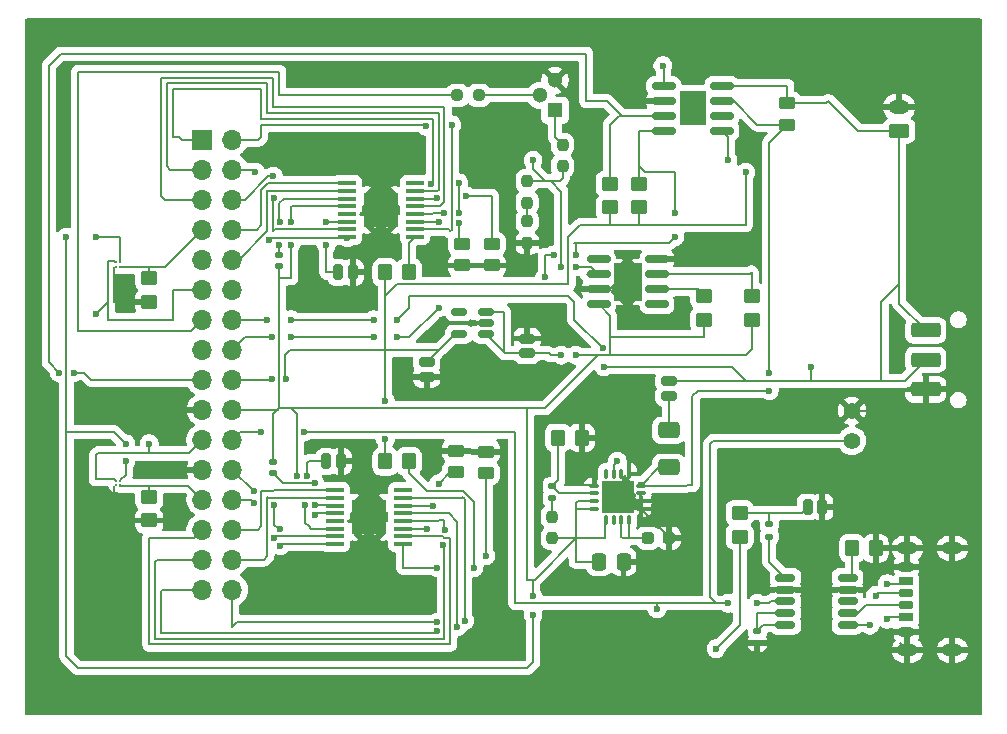
<source format=gbr>
%TF.GenerationSoftware,KiCad,Pcbnew,9.0.0*%
%TF.CreationDate,2025-03-28T01:08:04+02:00*%
%TF.ProjectId,MM,4d4d2e6b-6963-4616-945f-706362585858,rev?*%
%TF.SameCoordinates,Original*%
%TF.FileFunction,Copper,L1,Top*%
%TF.FilePolarity,Positive*%
%FSLAX46Y46*%
G04 Gerber Fmt 4.6, Leading zero omitted, Abs format (unit mm)*
G04 Created by KiCad (PCBNEW 9.0.0) date 2025-03-28 01:08:04*
%MOMM*%
%LPD*%
G01*
G04 APERTURE LIST*
G04 Aperture macros list*
%AMRoundRect*
0 Rectangle with rounded corners*
0 $1 Rounding radius*
0 $2 $3 $4 $5 $6 $7 $8 $9 X,Y pos of 4 corners*
0 Add a 4 corners polygon primitive as box body*
4,1,4,$2,$3,$4,$5,$6,$7,$8,$9,$2,$3,0*
0 Add four circle primitives for the rounded corners*
1,1,$1+$1,$2,$3*
1,1,$1+$1,$4,$5*
1,1,$1+$1,$6,$7*
1,1,$1+$1,$8,$9*
0 Add four rect primitives between the rounded corners*
20,1,$1+$1,$2,$3,$4,$5,0*
20,1,$1+$1,$4,$5,$6,$7,0*
20,1,$1+$1,$6,$7,$8,$9,0*
20,1,$1+$1,$8,$9,$2,$3,0*%
G04 Aperture macros list end*
%TA.AperFunction,SMDPad,CuDef*%
%ADD10RoundRect,0.140000X0.170000X-0.140000X0.170000X0.140000X-0.170000X0.140000X-0.170000X-0.140000X0*%
%TD*%
%TA.AperFunction,SMDPad,CuDef*%
%ADD11RoundRect,0.250000X-0.450000X0.262500X-0.450000X-0.262500X0.450000X-0.262500X0.450000X0.262500X0*%
%TD*%
%TA.AperFunction,SMDPad,CuDef*%
%ADD12RoundRect,0.135000X0.185000X-0.135000X0.185000X0.135000X-0.185000X0.135000X-0.185000X-0.135000X0*%
%TD*%
%TA.AperFunction,SMDPad,CuDef*%
%ADD13RoundRect,0.237500X-0.237500X0.250000X-0.237500X-0.250000X0.237500X-0.250000X0.237500X0.250000X0*%
%TD*%
%TA.AperFunction,SMDPad,CuDef*%
%ADD14RoundRect,0.100000X0.675000X0.100000X-0.675000X0.100000X-0.675000X-0.100000X0.675000X-0.100000X0*%
%TD*%
%TA.AperFunction,HeatsinkPad*%
%ADD15C,0.600000*%
%TD*%
%TA.AperFunction,HeatsinkPad*%
%ADD16R,3.000000X3.000000*%
%TD*%
%TA.AperFunction,SMDPad,CuDef*%
%ADD17RoundRect,0.135000X-0.185000X0.135000X-0.185000X-0.135000X0.185000X-0.135000X0.185000X0.135000X0*%
%TD*%
%TA.AperFunction,SMDPad,CuDef*%
%ADD18RoundRect,0.150000X0.512500X0.150000X-0.512500X0.150000X-0.512500X-0.150000X0.512500X-0.150000X0*%
%TD*%
%TA.AperFunction,SMDPad,CuDef*%
%ADD19RoundRect,0.237500X0.237500X-0.250000X0.237500X0.250000X-0.237500X0.250000X-0.237500X-0.250000X0*%
%TD*%
%TA.AperFunction,SMDPad,CuDef*%
%ADD20RoundRect,0.150000X-0.825000X-0.150000X0.825000X-0.150000X0.825000X0.150000X-0.825000X0.150000X0*%
%TD*%
%TA.AperFunction,HeatsinkPad*%
%ADD21C,0.500000*%
%TD*%
%TA.AperFunction,HeatsinkPad*%
%ADD22R,2.410000X3.300000*%
%TD*%
%TA.AperFunction,SMDPad,CuDef*%
%ADD23RoundRect,0.250000X1.000000X-0.375000X1.000000X0.375000X-1.000000X0.375000X-1.000000X-0.375000X0*%
%TD*%
%TA.AperFunction,ComponentPad*%
%ADD24R,1.300000X1.300000*%
%TD*%
%TA.AperFunction,ComponentPad*%
%ADD25C,1.300000*%
%TD*%
%TA.AperFunction,SMDPad,CuDef*%
%ADD26RoundRect,0.250000X0.450000X-0.262500X0.450000X0.262500X-0.450000X0.262500X-0.450000X-0.262500X0*%
%TD*%
%TA.AperFunction,SMDPad,CuDef*%
%ADD27RoundRect,0.250000X-0.450000X0.350000X-0.450000X-0.350000X0.450000X-0.350000X0.450000X0.350000X0*%
%TD*%
%TA.AperFunction,SMDPad,CuDef*%
%ADD28RoundRect,0.250000X0.450000X-0.350000X0.450000X0.350000X-0.450000X0.350000X-0.450000X-0.350000X0*%
%TD*%
%TA.AperFunction,SMDPad,CuDef*%
%ADD29RoundRect,0.150000X-0.687500X-0.150000X0.687500X-0.150000X0.687500X0.150000X-0.687500X0.150000X0*%
%TD*%
%TA.AperFunction,HeatsinkPad*%
%ADD30R,2.100000X3.300000*%
%TD*%
%TA.AperFunction,SMDPad,CuDef*%
%ADD31RoundRect,0.175000X0.425000X-0.175000X0.425000X0.175000X-0.425000X0.175000X-0.425000X-0.175000X0*%
%TD*%
%TA.AperFunction,SMDPad,CuDef*%
%ADD32RoundRect,0.190000X-0.410000X0.190000X-0.410000X-0.190000X0.410000X-0.190000X0.410000X0.190000X0*%
%TD*%
%TA.AperFunction,SMDPad,CuDef*%
%ADD33RoundRect,0.200000X-0.400000X0.200000X-0.400000X-0.200000X0.400000X-0.200000X0.400000X0.200000X0*%
%TD*%
%TA.AperFunction,SMDPad,CuDef*%
%ADD34RoundRect,0.175000X-0.425000X0.175000X-0.425000X-0.175000X0.425000X-0.175000X0.425000X0.175000X0*%
%TD*%
%TA.AperFunction,SMDPad,CuDef*%
%ADD35RoundRect,0.190000X0.410000X-0.190000X0.410000X0.190000X-0.410000X0.190000X-0.410000X-0.190000X0*%
%TD*%
%TA.AperFunction,SMDPad,CuDef*%
%ADD36RoundRect,0.200000X0.400000X-0.200000X0.400000X0.200000X-0.400000X0.200000X-0.400000X-0.200000X0*%
%TD*%
%TA.AperFunction,HeatsinkPad*%
%ADD37O,1.700000X1.100000*%
%TD*%
%TA.AperFunction,SMDPad,CuDef*%
%ADD38RoundRect,0.250000X0.650000X-0.412500X0.650000X0.412500X-0.650000X0.412500X-0.650000X-0.412500X0*%
%TD*%
%TA.AperFunction,SMDPad,CuDef*%
%ADD39RoundRect,0.140000X-0.170000X0.140000X-0.170000X-0.140000X0.170000X-0.140000X0.170000X0.140000X0*%
%TD*%
%TA.AperFunction,SMDPad,CuDef*%
%ADD40RoundRect,0.208750X0.431250X-0.208750X0.431250X0.208750X-0.431250X0.208750X-0.431250X-0.208750X0*%
%TD*%
%TA.AperFunction,SMDPad,CuDef*%
%ADD41RoundRect,0.250000X-0.350000X-0.450000X0.350000X-0.450000X0.350000X0.450000X-0.350000X0.450000X0*%
%TD*%
%TA.AperFunction,SMDPad,CuDef*%
%ADD42RoundRect,0.208750X0.208750X0.431250X-0.208750X0.431250X-0.208750X-0.431250X0.208750X-0.431250X0*%
%TD*%
%TA.AperFunction,HeatsinkPad*%
%ADD43R,2.290000X3.000000*%
%TD*%
%TA.AperFunction,ComponentPad*%
%ADD44RoundRect,0.250000X0.625000X-0.350000X0.625000X0.350000X-0.625000X0.350000X-0.625000X-0.350000X0*%
%TD*%
%TA.AperFunction,ComponentPad*%
%ADD45O,1.750000X1.200000*%
%TD*%
%TA.AperFunction,SMDPad,CuDef*%
%ADD46RoundRect,0.237500X0.287500X0.237500X-0.287500X0.237500X-0.287500X-0.237500X0.287500X-0.237500X0*%
%TD*%
%TA.AperFunction,SMDPad,CuDef*%
%ADD47RoundRect,0.087500X0.087500X-0.325000X0.087500X0.325000X-0.087500X0.325000X-0.087500X-0.325000X0*%
%TD*%
%TA.AperFunction,SMDPad,CuDef*%
%ADD48RoundRect,0.087500X0.325000X-0.087500X0.325000X0.087500X-0.325000X0.087500X-0.325000X-0.087500X0*%
%TD*%
%TA.AperFunction,HeatsinkPad*%
%ADD49R,2.700000X2.700000*%
%TD*%
%TA.AperFunction,SMDPad,CuDef*%
%ADD50RoundRect,0.208750X-0.208750X-0.431250X0.208750X-0.431250X0.208750X0.431250X-0.208750X0.431250X0*%
%TD*%
%TA.AperFunction,SMDPad,CuDef*%
%ADD51RoundRect,0.208750X-0.431250X0.208750X-0.431250X-0.208750X0.431250X-0.208750X0.431250X0.208750X0*%
%TD*%
%TA.AperFunction,ComponentPad*%
%ADD52C,1.400000*%
%TD*%
%TA.AperFunction,BGAPad,CuDef*%
%ADD53C,0.210000*%
%TD*%
%TA.AperFunction,SMDPad,CuDef*%
%ADD54RoundRect,0.237500X0.250000X0.237500X-0.250000X0.237500X-0.250000X-0.237500X0.250000X-0.237500X0*%
%TD*%
%TA.AperFunction,ComponentPad*%
%ADD55R,1.700000X1.700000*%
%TD*%
%TA.AperFunction,ComponentPad*%
%ADD56O,1.700000X1.700000*%
%TD*%
%TA.AperFunction,SMDPad,CuDef*%
%ADD57RoundRect,0.250000X-0.337500X-0.475000X0.337500X-0.475000X0.337500X0.475000X-0.337500X0.475000X0*%
%TD*%
%TA.AperFunction,ViaPad*%
%ADD58C,0.600000*%
%TD*%
%TA.AperFunction,Conductor*%
%ADD59C,0.200000*%
%TD*%
G04 APERTURE END LIST*
D10*
%TO.P,C2,1*%
%TO.N,5V*%
X135500000Y-75460000D03*
%TO.P,C2,2*%
%TO.N,Net-(PrimaryDriver1-VCP)*%
X135500000Y-74500000D03*
%TD*%
D11*
%TO.P,R11,1*%
%TO.N,Net-(PrimaryDriver1-BISEN)*%
X153500000Y-73587500D03*
%TO.P,R11,2*%
%TO.N,GND*%
X153500000Y-75412500D03*
%TD*%
D12*
%TO.P,R32,1*%
%TO.N,Net-(R2-Pad2)*%
X158625000Y-95107500D03*
%TO.P,R32,2*%
%TO.N,Net-(U4-FB)*%
X158625000Y-94087500D03*
%TD*%
D13*
%TO.P,R16,1*%
%TO.N,Net-(U2-PROG)*%
X156500000Y-68262500D03*
%TO.P,R16,2*%
%TO.N,Net-(R16-Pad2)*%
X156500000Y-70087500D03*
%TD*%
D14*
%TO.P,AuxiliaryDriver1,1,~{SLEEP}*%
%TO.N,Net-(AuxiliaryDriver1-~{SLEEP})*%
X146000000Y-99000000D03*
%TO.P,AuxiliaryDriver1,2,AOUT1*%
%TO.N,MOTOR3_A_OUT*%
X146000000Y-98350000D03*
%TO.P,AuxiliaryDriver1,3,AISEN*%
%TO.N,Net-(AuxiliaryDriver1-AISEN)*%
X146000000Y-97700000D03*
%TO.P,AuxiliaryDriver1,4,AOUT2*%
%TO.N,MOTOR3_B_OUT*%
X146000000Y-97050000D03*
%TO.P,AuxiliaryDriver1,5,BOUT2*%
%TO.N,MOTOR1_B_OUT*%
X146000000Y-96400000D03*
%TO.P,AuxiliaryDriver1,6,BISEN*%
%TO.N,Net-(AuxiliaryDriver1-BISEN)*%
X146000000Y-95750000D03*
%TO.P,AuxiliaryDriver1,7,BOUT1*%
%TO.N,MOTOR1_A_OUT*%
X146000000Y-95100000D03*
%TO.P,AuxiliaryDriver1,8,~{FAULT}*%
%TO.N,unconnected-(AuxiliaryDriver1-~{FAULT}-Pad8)*%
X146000000Y-94450000D03*
%TO.P,AuxiliaryDriver1,9,BIN1*%
%TO.N,MOTOR1_CTRL1*%
X140250000Y-94450000D03*
%TO.P,AuxiliaryDriver1,10,BIN2*%
%TO.N,MOTOR1_CTRL2*%
X140250000Y-95100000D03*
%TO.P,AuxiliaryDriver1,11,VCP*%
%TO.N,Net-(AuxiliaryDriver1-VCP)*%
X140250000Y-95750000D03*
%TO.P,AuxiliaryDriver1,12,VM*%
%TO.N,5V*%
X140250000Y-96400000D03*
%TO.P,AuxiliaryDriver1,13,GND*%
%TO.N,GND*%
X140250000Y-97050000D03*
%TO.P,AuxiliaryDriver1,14,VINT*%
%TO.N,Net-(AuxiliaryDriver1-VINT)*%
X140250000Y-97700000D03*
%TO.P,AuxiliaryDriver1,15,AIN2*%
%TO.N,MOTOR3_CTRL2*%
X140250000Y-98350000D03*
%TO.P,AuxiliaryDriver1,16,AIN1*%
%TO.N,MOTOR3_CTRL1*%
X140250000Y-99000000D03*
D15*
%TO.P,AuxiliaryDriver1,17,GND*%
%TO.N,GND*%
X144325000Y-97925000D03*
X144325000Y-95525000D03*
D16*
X143125000Y-96725000D03*
D15*
X141925000Y-97925000D03*
X141925000Y-95525000D03*
%TD*%
D17*
%TO.P,R24,1*%
%TO.N,Net-(U3-DM)*%
X176000000Y-106340000D03*
%TO.P,R24,2*%
%TO.N,GND*%
X176000000Y-107360000D03*
%TD*%
D18*
%TO.P,U5,1,VIN*%
%TO.N,5V*%
X153000000Y-81225000D03*
%TO.P,U5,2,GND*%
%TO.N,GND*%
X153000000Y-80275000D03*
%TO.P,U5,3,EN*%
%TO.N,5V*%
X153000000Y-79325000D03*
%TO.P,U5,4,NC*%
%TO.N,unconnected-(U5-NC-Pad4)*%
X150725000Y-79325000D03*
%TO.P,U5,5,VOUT*%
%TO.N,3V3*%
X150725000Y-81225000D03*
%TD*%
D19*
%TO.P,R2,1*%
%TO.N,5V*%
X158625000Y-98500000D03*
%TO.P,R2,2*%
%TO.N,Net-(R2-Pad2)*%
X158625000Y-96675000D03*
%TD*%
D20*
%TO.P,U2,1,TEMP*%
%TO.N,GND*%
X162550000Y-74895000D03*
%TO.P,U2,2,PROG*%
%TO.N,Net-(U2-PROG)*%
X162550000Y-76165000D03*
%TO.P,U2,3,GND*%
%TO.N,GND*%
X162550000Y-77435000D03*
%TO.P,U2,4,V_{CC}*%
%TO.N,5V*%
X162550000Y-78705000D03*
%TO.P,U2,5,BAT*%
%TO.N,SWITCH*%
X167500000Y-78705000D03*
%TO.P,U2,6,~{STDBY}*%
%TO.N,Net-(U2-~{STDBY})*%
X167500000Y-77435000D03*
%TO.P,U2,7,~{CHRG}*%
%TO.N,Net-(U2-~{CHRG})*%
X167500000Y-76165000D03*
%TO.P,U2,8,CE*%
%TO.N,GND*%
X167500000Y-74895000D03*
D21*
%TO.P,U2,9,EPAD*%
X164325000Y-75600000D03*
X164325000Y-76800000D03*
X164325000Y-78000000D03*
D22*
X165025000Y-76800000D03*
D21*
X165725000Y-75600000D03*
X165725000Y-76800000D03*
X165725000Y-78000000D03*
%TD*%
D23*
%TO.P,ToggleSwitch1,1,C*%
%TO.N,GND*%
X190250000Y-85900000D03*
%TO.P,ToggleSwitch1,2,B*%
%TO.N,SWITCH*%
X190250000Y-83400000D03*
%TO.P,ToggleSwitch1,3,A*%
X190250000Y-80900000D03*
%TD*%
D24*
%TO.P,Q1,1,C*%
%TO.N,Net-(Q1-C)*%
X158860000Y-62270000D03*
D25*
%TO.P,Q1,2,B*%
%TO.N,Net-(Q1-B)*%
X157590000Y-61000000D03*
%TO.P,Q1,3,E*%
%TO.N,GND*%
X158860000Y-59730000D03*
%TD*%
D26*
%TO.P,R10,1*%
%TO.N,Net-(AuxiliaryDriver1-BISEN)*%
X150500000Y-92912500D03*
%TO.P,R10,2*%
%TO.N,GND*%
X150500000Y-91087500D03*
%TD*%
D27*
%TO.P,R22,1*%
%TO.N,I2C1_SCL*%
X166000000Y-68500000D03*
%TO.P,R22,2*%
%TO.N,3V3*%
X166000000Y-70500000D03*
%TD*%
D13*
%TO.P,R20,1*%
%TO.N,Net-(R16-Pad2)*%
X156500000Y-71675000D03*
%TO.P,R20,2*%
%TO.N,GND*%
X156500000Y-73500000D03*
%TD*%
D28*
%TO.P,R28,1*%
%TO.N,5V*%
X175500000Y-80000000D03*
%TO.P,R28,2*%
%TO.N,Net-(U2-~{CHRG})*%
X175500000Y-78000000D03*
%TD*%
D29*
%TO.P,U3,1,VDD*%
%TO.N,Net-(U3-VDD)*%
X178362500Y-101860000D03*
%TO.P,U3,2,CFG2*%
%TO.N,GND*%
X178362500Y-102860000D03*
%TO.P,U3,3,CFG3*%
%TO.N,HV*%
X178362500Y-103860000D03*
%TO.P,U3,4,DP*%
%TO.N,Net-(U3-DM)*%
X178362500Y-104860000D03*
%TO.P,U3,5,DM*%
X178362500Y-105860000D03*
%TO.P,U3,6,CC2*%
%TO.N,Net-(J3-CC2)*%
X183637500Y-105860000D03*
%TO.P,U3,7,CC1*%
%TO.N,Net-(J3-CC1)*%
X183637500Y-104860000D03*
%TO.P,U3,8,VBUS*%
%TO.N,Net-(U3-VBUS)*%
X183637500Y-103860000D03*
%TO.P,U3,9,CFG1*%
%TO.N,GND*%
X183637500Y-102860000D03*
%TO.P,U3,10,PG*%
%TO.N,Net-(U3-PG)*%
X183637500Y-101860000D03*
D30*
%TO.P,U3,11,GND*%
%TO.N,GND*%
X181000000Y-103860000D03*
%TD*%
D31*
%TO.P,J3,A5,CC1*%
%TO.N,Net-(J3-CC1)*%
X188620000Y-104180000D03*
D32*
%TO.P,J3,A9,VBUS*%
%TO.N,Net-(J3-VBUS-PadA9)*%
X188620000Y-102160000D03*
D33*
%TO.P,J3,A12,GND*%
%TO.N,GND*%
X188620000Y-100930000D03*
D34*
%TO.P,J3,B5,CC2*%
%TO.N,Net-(J3-CC2)*%
X188620000Y-103180000D03*
D35*
%TO.P,J3,B9,VBUS*%
%TO.N,Net-(J3-VBUS-PadA9)*%
X188620000Y-105200000D03*
D36*
%TO.P,J3,B12,GND*%
%TO.N,GND*%
X188620000Y-106430000D03*
D37*
%TO.P,J3,S1,SHIELD*%
X188700000Y-108000000D03*
X192500000Y-108000000D03*
X188700000Y-99360000D03*
X192500000Y-99360000D03*
%TD*%
D38*
%TO.P,C6,1*%
%TO.N,VBAT_LOAD*%
X168500000Y-92500000D03*
%TO.P,C6,2*%
%TO.N,Net-(C13-Pad1)*%
X168500000Y-89375000D03*
%TD*%
D39*
%TO.P,C4,1*%
%TO.N,5V*%
X135000000Y-92040000D03*
%TO.P,C4,2*%
%TO.N,Net-(AuxiliaryDriver1-VCP)*%
X135000000Y-93000000D03*
%TD*%
D40*
%TO.P,C13,1*%
%TO.N,Net-(C13-Pad1)*%
X168500000Y-86437500D03*
%TO.P,C13,2*%
%TO.N,SWITCH*%
X168500000Y-85182500D03*
%TD*%
D41*
%TO.P,R29,1*%
%TO.N,3V3*%
X144500000Y-92000000D03*
%TO.P,R29,2*%
%TO.N,Net-(AuxiliaryDriver1-~{SLEEP})*%
X146500000Y-92000000D03*
%TD*%
D42*
%TO.P,C9,1*%
%TO.N,GND*%
X140755000Y-92000000D03*
%TO.P,C9,2*%
%TO.N,Net-(AuxiliaryDriver1-VINT)*%
X139500000Y-92000000D03*
%TD*%
D20*
%TO.P,U1,1,A1*%
%TO.N,3V3*%
X168050000Y-60190000D03*
%TO.P,U1,2,A0*%
%TO.N,GND*%
X168050000Y-61460000D03*
%TO.P,U1,3,SDA*%
%TO.N,I2C1_SDA*%
X168050000Y-62730000D03*
%TO.P,U1,4,SCL*%
%TO.N,I2C1_SCL*%
X168050000Y-64000000D03*
%TO.P,U1,5,VS*%
%TO.N,3V3*%
X173000000Y-64000000D03*
%TO.P,U1,6,GND*%
%TO.N,GND*%
X173000000Y-62730000D03*
%TO.P,U1,7,IN-*%
%TO.N,VBAT_LOAD*%
X173000000Y-61460000D03*
%TO.P,U1,8,IN+*%
%TO.N,SWITCH*%
X173000000Y-60190000D03*
D43*
%TO.P,U1,9*%
%TO.N,N/C*%
X170525000Y-62095000D03*
%TD*%
D19*
%TO.P,R13,1*%
%TO.N,Net-(U2-PROG)*%
X159500000Y-67000000D03*
%TO.P,R13,2*%
%TO.N,Net-(Q1-C)*%
X159500000Y-65175000D03*
%TD*%
D41*
%TO.P,R27,1*%
%TO.N,Net-(U3-PG)*%
X184000000Y-99360000D03*
%TO.P,R27,2*%
%TO.N,GND*%
X186000000Y-99360000D03*
%TD*%
D42*
%TO.P,C10,1*%
%TO.N,GND*%
X141755000Y-76000000D03*
%TO.P,C10,2*%
%TO.N,Net-(PrimaryDriver1-VINT)*%
X140500000Y-76000000D03*
%TD*%
D44*
%TO.P,JST1,1,Pin_1*%
%TO.N,SWITCH*%
X188000000Y-64000000D03*
D45*
%TO.P,JST1,2,Pin_2*%
%TO.N,GND*%
X188000000Y-62000000D03*
%TD*%
D46*
%TO.P,L1,1*%
%TO.N,GND*%
X168500000Y-98500000D03*
%TO.P,L1,2*%
%TO.N,Net-(L1-Pad2)*%
X166750000Y-98500000D03*
%TD*%
D47*
%TO.P,U4,1,VOUT*%
%TO.N,5V*%
X163187500Y-96987500D03*
%TO.P,U4,2,NC*%
%TO.N,unconnected-(U4-NC-Pad2)*%
X163837500Y-96987500D03*
%TO.P,U4,3,SW*%
%TO.N,Net-(L1-Pad2)*%
X164487500Y-96987500D03*
%TO.P,U4,4,SW*%
X165137500Y-96987500D03*
D48*
%TO.P,U4,5,PGND*%
%TO.N,GND*%
X166125000Y-96000000D03*
%TO.P,U4,6,PGND*%
X166125000Y-95350000D03*
%TO.P,U4,7,PGND*%
X166125000Y-94700000D03*
%TO.P,U4,8,VBAT*%
%TO.N,VBAT_LOAD*%
X166125000Y-94050000D03*
D47*
%TO.P,U4,9,LBI*%
%TO.N,GND*%
X165137500Y-93062500D03*
%TO.P,U4,10,SYNC*%
X164487500Y-93062500D03*
%TO.P,U4,11,EN*%
%TO.N,VBAT_LOAD*%
X163837500Y-93062500D03*
%TO.P,U4,12,LBO*%
%TO.N,unconnected-(U4-LBO-Pad12)*%
X163187500Y-93062500D03*
D48*
%TO.P,U4,13,GND*%
%TO.N,GND*%
X162200000Y-94050000D03*
%TO.P,U4,14,FB*%
%TO.N,Net-(U4-FB)*%
X162200000Y-94700000D03*
%TO.P,U4,15,VOUT*%
%TO.N,5V*%
X162200000Y-95350000D03*
%TO.P,U4,16,VOUT*%
X162200000Y-96000000D03*
D21*
%TO.P,U4,17,PAD*%
%TO.N,GND*%
X163062500Y-96125000D03*
X164162500Y-96125000D03*
X165262500Y-96125000D03*
X163062500Y-95025000D03*
X164162500Y-95025000D03*
D49*
X164162500Y-95025000D03*
D21*
X165262500Y-95025000D03*
X163062500Y-93925000D03*
X164162500Y-93925000D03*
X165262500Y-93925000D03*
%TD*%
D50*
%TO.P,C5,1*%
%TO.N,Net-(U3-VBUS)*%
X180245000Y-95860000D03*
%TO.P,C5,2*%
%TO.N,GND*%
X181500000Y-95860000D03*
%TD*%
D51*
%TO.P,C11,1*%
%TO.N,GND*%
X156500000Y-81597500D03*
%TO.P,C11,2*%
%TO.N,5V*%
X156500000Y-82852500D03*
%TD*%
D27*
%TO.P,R25,1*%
%TO.N,CTRL_EXT_LOAD2*%
X124500000Y-76500000D03*
%TO.P,R25,2*%
%TO.N,GND*%
X124500000Y-78500000D03*
%TD*%
D52*
%TO.P,JP1,1,A*%
%TO.N,HV*%
X184000000Y-90250000D03*
%TO.P,JP1,2,B*%
%TO.N,GND*%
X184000000Y-87710000D03*
%TD*%
D53*
%TO.P,LoadSwitch2,A1,OUT*%
%TO.N,EXT_LOAD2_OUT*%
X121650000Y-75150000D03*
%TO.P,LoadSwitch2,A2,IN*%
%TO.N,5V*%
X122000000Y-75150000D03*
%TO.P,LoadSwitch2,B1,GND*%
%TO.N,GND*%
X121650000Y-75500000D03*
%TO.P,LoadSwitch2,B2,ON*%
%TO.N,CTRL_EXT_LOAD2*%
X122000000Y-75500000D03*
%TD*%
D54*
%TO.P,R19,1*%
%TO.N,Net-(Q1-B)*%
X152412500Y-61000000D03*
%TO.P,R19,2*%
%TO.N,FAST_CHARGE_CTRL*%
X150587500Y-61000000D03*
%TD*%
D28*
%TO.P,R23,1*%
%TO.N,Net-(J3-VBUS-PadA9)*%
X174500000Y-98360000D03*
%TO.P,R23,2*%
%TO.N,Net-(U3-VBUS)*%
X174500000Y-96360000D03*
%TD*%
D26*
%TO.P,R9,1*%
%TO.N,Net-(AuxiliaryDriver1-AISEN)*%
X153000000Y-93000000D03*
%TO.P,R9,2*%
%TO.N,GND*%
X153000000Y-91175000D03*
%TD*%
D14*
%TO.P,PrimaryDriver1,1,~{SLEEP}*%
%TO.N,Net-(PrimaryDriver1-~{SLEEP})*%
X147000000Y-73000000D03*
%TO.P,PrimaryDriver1,2,AOUT1*%
%TO.N,MOTOR2_A_OUT*%
X147000000Y-72350000D03*
%TO.P,PrimaryDriver1,3,AISEN*%
%TO.N,Net-(PrimaryDriver1-AISEN)*%
X147000000Y-71700000D03*
%TO.P,PrimaryDriver1,4,AOUT2*%
%TO.N,MOTOR2_B_OUT*%
X147000000Y-71050000D03*
%TO.P,PrimaryDriver1,5,BOUT2*%
%TO.N,MOTOR4_B_OUT*%
X147000000Y-70400000D03*
%TO.P,PrimaryDriver1,6,BISEN*%
%TO.N,Net-(PrimaryDriver1-BISEN)*%
X147000000Y-69750000D03*
%TO.P,PrimaryDriver1,7,BOUT1*%
%TO.N,MOTOR4_A_OUT*%
X147000000Y-69100000D03*
%TO.P,PrimaryDriver1,8,~{FAULT}*%
%TO.N,unconnected-(PrimaryDriver1-~{FAULT}-Pad8)*%
X147000000Y-68450000D03*
%TO.P,PrimaryDriver1,9,BIN1*%
%TO.N,MOTOR4_CTRL1*%
X141250000Y-68450000D03*
%TO.P,PrimaryDriver1,10,BIN2*%
%TO.N,MOTOR4_CTRL2*%
X141250000Y-69100000D03*
%TO.P,PrimaryDriver1,11,VCP*%
%TO.N,Net-(PrimaryDriver1-VCP)*%
X141250000Y-69750000D03*
%TO.P,PrimaryDriver1,12,VM*%
%TO.N,5V*%
X141250000Y-70400000D03*
%TO.P,PrimaryDriver1,13,GND*%
%TO.N,GND*%
X141250000Y-71050000D03*
%TO.P,PrimaryDriver1,14,VINT*%
%TO.N,Net-(PrimaryDriver1-VINT)*%
X141250000Y-71700000D03*
%TO.P,PrimaryDriver1,15,AIN2*%
%TO.N,MOTOR2_CTRL2*%
X141250000Y-72350000D03*
%TO.P,PrimaryDriver1,16,AIN1*%
%TO.N,MOTOR2_CTRL1*%
X141250000Y-73000000D03*
D15*
%TO.P,PrimaryDriver1,17,GND*%
%TO.N,GND*%
X145325000Y-71925000D03*
X145325000Y-69525000D03*
D16*
X144125000Y-70725000D03*
D15*
X142925000Y-71925000D03*
X142925000Y-69525000D03*
%TD*%
D27*
%TO.P,R18,1*%
%TO.N,CTRL_EXT_LOAD1*%
X124500000Y-95000000D03*
%TO.P,R18,2*%
%TO.N,GND*%
X124500000Y-97000000D03*
%TD*%
D26*
%TO.P,R14,1*%
%TO.N,GND*%
X151000000Y-75412500D03*
%TO.P,R14,2*%
%TO.N,Net-(PrimaryDriver1-AISEN)*%
X151000000Y-73587500D03*
%TD*%
D55*
%TO.P,J1,1,Pin_1*%
%TO.N,MOTOR2_B_OUT*%
X129000000Y-64760000D03*
D56*
%TO.P,J1,2,Pin_2*%
%TO.N,MOTOR2_A_OUT*%
X131540000Y-64760000D03*
%TO.P,J1,3,Pin_3*%
%TO.N,MOTOR4_A_OUT*%
X129000000Y-67300000D03*
%TO.P,J1,4,Pin_4*%
%TO.N,MOTOR2_CTRL1*%
X131540000Y-67300000D03*
%TO.P,J1,5,Pin_5*%
%TO.N,MOTOR4_B_OUT*%
X129000000Y-69840000D03*
%TO.P,J1,6,Pin_6*%
%TO.N,MOTOR2_CTRL2*%
X131540000Y-69840000D03*
%TO.P,J1,7,Pin_7*%
%TO.N,CTRL_EXT_LOAD2*%
X129000000Y-72380000D03*
%TO.P,J1,8,Pin_8*%
%TO.N,MOTOR4_CTRL1*%
X131540000Y-72380000D03*
%TO.P,J1,9,Pin_9*%
%TO.N,unconnected-(J1-Pin_9-Pad9)*%
X129000000Y-74920000D03*
%TO.P,J1,10,Pin_10*%
%TO.N,MOTOR4_CTRL2*%
X131540000Y-74920000D03*
%TO.P,J1,11,Pin_11*%
%TO.N,EXT_LOAD2_OUT*%
X129000000Y-77460000D03*
%TO.P,J1,12,Pin_12*%
%TO.N,unconnected-(J1-Pin_12-Pad12)*%
X131540000Y-77460000D03*
%TO.P,J1,13,Pin_13*%
%TO.N,FAST_CHARGE_CTRL*%
X129000000Y-80000000D03*
%TO.P,J1,14,Pin_14*%
%TO.N,SWITCH*%
X131540000Y-80000000D03*
%TO.P,J1,15,Pin_15*%
%TO.N,unconnected-(J1-Pin_15-Pad15)*%
X129000000Y-82540000D03*
%TO.P,J1,16,Pin_16*%
%TO.N,I2C1_SCL*%
X131540000Y-82540000D03*
%TO.P,J1,17,Pin_17*%
%TO.N,I2C1_SDA*%
X129000000Y-85080000D03*
%TO.P,J1,18,Pin_18*%
%TO.N,3V3*%
X131540000Y-85080000D03*
%TO.P,J1,19,Pin_19*%
%TO.N,GND*%
X129000000Y-87620000D03*
%TO.P,J1,20,Pin_20*%
%TO.N,5V*%
X131540000Y-87620000D03*
%TO.P,J1,21,Pin_21*%
%TO.N,EXT_LOAD1_OUT*%
X129000000Y-90160000D03*
%TO.P,J1,22,Pin_22*%
%TO.N,HV*%
X131540000Y-90160000D03*
%TO.P,J1,23,Pin_23*%
%TO.N,GND*%
X129000000Y-92700000D03*
%TO.P,J1,24,Pin_24*%
%TO.N,MOTOR3_CTRL1*%
X131540000Y-92700000D03*
%TO.P,J1,25,Pin_25*%
%TO.N,CTRL_EXT_LOAD1*%
X129000000Y-95240000D03*
%TO.P,J1,26,Pin_26*%
%TO.N,MOTOR3_CTRL2*%
X131540000Y-95240000D03*
%TO.P,J1,27,Pin_27*%
%TO.N,MOTOR3_A_OUT*%
X129000000Y-97780000D03*
%TO.P,J1,28,Pin_28*%
%TO.N,MOTOR1_CTRL1*%
X131540000Y-97780000D03*
%TO.P,J1,29,Pin_29*%
%TO.N,MOTOR3_B_OUT*%
X129000000Y-100320000D03*
%TO.P,J1,30,Pin_30*%
%TO.N,MOTOR1_CTRL2*%
X131540000Y-100320000D03*
%TO.P,J1,31,Pin_31*%
%TO.N,MOTOR1_B_OUT*%
X129000000Y-102860000D03*
%TO.P,J1,32,Pin_32*%
%TO.N,MOTOR1_A_OUT*%
X131540000Y-102860000D03*
%TD*%
D28*
%TO.P,R1,1*%
%TO.N,3V3*%
X163500000Y-70500000D03*
%TO.P,R1,2*%
%TO.N,I2C1_SDA*%
X163500000Y-68500000D03*
%TD*%
D41*
%TO.P,R31,1*%
%TO.N,3V3*%
X144500000Y-76000000D03*
%TO.P,R31,2*%
%TO.N,Net-(PrimaryDriver1-~{SLEEP})*%
X146500000Y-76000000D03*
%TD*%
D53*
%TO.P,LoadSwitch1,A1,OUT*%
%TO.N,EXT_LOAD1_OUT*%
X121650000Y-93650000D03*
%TO.P,LoadSwitch1,A2,IN*%
%TO.N,5V*%
X122000000Y-93650000D03*
%TO.P,LoadSwitch1,B1,GND*%
%TO.N,GND*%
X121650000Y-94000000D03*
%TO.P,LoadSwitch1,B2,ON*%
%TO.N,CTRL_EXT_LOAD1*%
X122000000Y-94000000D03*
%TD*%
D28*
%TO.P,R26,1*%
%TO.N,5V*%
X171500000Y-80000000D03*
%TO.P,R26,2*%
%TO.N,Net-(U2-~{STDBY})*%
X171500000Y-78000000D03*
%TD*%
D57*
%TO.P,C1,1*%
%TO.N,5V*%
X162587500Y-100500000D03*
%TO.P,C1,2*%
%TO.N,GND*%
X164662500Y-100500000D03*
%TD*%
D51*
%TO.P,C12,1*%
%TO.N,3V3*%
X148000000Y-83597500D03*
%TO.P,C12,2*%
%TO.N,GND*%
X148000000Y-84852500D03*
%TD*%
D41*
%TO.P,R30,1*%
%TO.N,Net-(U4-FB)*%
X159125000Y-90000000D03*
%TO.P,R30,2*%
%TO.N,GND*%
X161125000Y-90000000D03*
%TD*%
D17*
%TO.P,R21,1*%
%TO.N,Net-(U3-VBUS)*%
X177000000Y-97340000D03*
%TO.P,R21,2*%
%TO.N,Net-(U3-VDD)*%
X177000000Y-98360000D03*
%TD*%
D11*
%TO.P,R15,1*%
%TO.N,SWITCH*%
X178500000Y-61675000D03*
%TO.P,R15,2*%
%TO.N,VBAT_LOAD*%
X178500000Y-63500000D03*
%TD*%
D58*
%TO.N,HV*%
X167500000Y-104500000D03*
%TO.N,Net-(U2-PROG)*%
X157000000Y-66500000D03*
%TO.N,SWITCH*%
X180500000Y-84000000D03*
%TO.N,EXT_LOAD2_OUT*%
X120000000Y-79500000D03*
%TO.N,EXT_LOAD1_OUT*%
X124500000Y-90500000D03*
%TO.N,VBAT_LOAD*%
X166125000Y-94025000D03*
%TO.N,MOTOR2_B_OUT*%
X148400000Y-68500000D03*
X150700000Y-68400000D03*
%TO.N,I2C1_SCL*%
X169000000Y-71000000D03*
X169000000Y-73000000D03*
X160600000Y-74500000D03*
X158800000Y-74500000D03*
X158000000Y-76400000D03*
X149000000Y-79000000D03*
X145500000Y-81500000D03*
X143500000Y-81500000D03*
X136500000Y-81500000D03*
X134900000Y-81500000D03*
%TO.N,SWITCH*%
X162900000Y-82400000D03*
X163000000Y-84000000D03*
X145500000Y-80000000D03*
X143500000Y-80000000D03*
X136500000Y-80000000D03*
X134500000Y-80000000D03*
%TO.N,Net-(U2-PROG)*%
X160600000Y-75500000D03*
X159400000Y-75500000D03*
%TO.N,I2C1_SDA*%
X118100000Y-84500000D03*
X116900000Y-84500000D03*
%TO.N,3V3*%
X144500000Y-86900000D03*
X144500000Y-90100000D03*
X175000000Y-67500000D03*
X134900000Y-85000000D03*
X136100000Y-85000000D03*
%TO.N,5V*%
X122500000Y-92000000D03*
X122500000Y-90500000D03*
X120000000Y-73000000D03*
X117500000Y-73000000D03*
X157000000Y-103400000D03*
X157000000Y-105000000D03*
%TO.N,HV*%
X134000000Y-89500000D03*
X137600000Y-89500000D03*
X176000000Y-104000000D03*
X173500000Y-104000000D03*
%TO.N,MOTOR3_CTRL2*%
X135100000Y-98500000D03*
X133400000Y-95500000D03*
%TO.N,Net-(AuxiliaryDriver1-VCP)*%
X138500000Y-93850000D03*
X138500000Y-95700000D03*
%TO.N,5V*%
X137000000Y-93250000D03*
X136500000Y-73650000D03*
X136500000Y-71750000D03*
X159400000Y-83000000D03*
X138500000Y-96500000D03*
X160600000Y-83000000D03*
%TO.N,MOTOR3_CTRL1*%
X135599758Y-99124697D03*
X135537288Y-97750000D03*
X135100000Y-95700000D03*
X133400000Y-94500000D03*
%TO.N,Net-(AuxiliaryDriver1-BISEN)*%
X149000000Y-93900000D03*
X148500000Y-95800000D03*
%TO.N,Net-(AuxiliaryDriver1-~{SLEEP})*%
X152000000Y-101000000D03*
X148900000Y-101000000D03*
%TO.N,MOTOR3_B_OUT*%
X149539737Y-97780790D03*
X149382330Y-99088349D03*
%TO.N,Net-(AuxiliaryDriver1-AISEN)*%
X148000000Y-97750000D03*
X153000000Y-100000000D03*
%TO.N,Net-(AuxiliaryDriver1-VINT)*%
X137699997Y-95700000D03*
X137844612Y-93250000D03*
%TO.N,Net-(PrimaryDriver1-VCP)*%
X135600000Y-71750000D03*
X135500000Y-73650000D03*
%TO.N,VBAT_LOAD*%
X177000000Y-86000000D03*
X164125000Y-92000000D03*
X177000000Y-84500000D03*
%TO.N,Net-(PrimaryDriver1-VINT)*%
X139500000Y-73650000D03*
X139500000Y-71750000D03*
%TO.N,3V3*%
X168000000Y-58500000D03*
X173500000Y-66500000D03*
%TO.N,MOTOR2_CTRL2*%
X135000000Y-67850000D03*
X135100000Y-69700000D03*
%TO.N,MOTOR1_B_OUT*%
X150600000Y-106000000D03*
X148900000Y-106400000D03*
%TO.N,MOTOR2_CTRL1*%
X133500000Y-67500000D03*
X141250000Y-73050000D03*
X134624265Y-73224265D03*
%TO.N,MOTOR2_A_OUT*%
X150100000Y-63500000D03*
X147900000Y-63600000D03*
%TO.N,MOTOR2_B_OUT*%
X150700000Y-71000000D03*
X149500000Y-71000000D03*
%TO.N,MOTOR1_A_OUT*%
X148900000Y-105599997D03*
X151214579Y-105487851D03*
%TO.N,Net-(J3-VBUS-PadA9)*%
X187000000Y-102360000D03*
X172500000Y-107860000D03*
X187000000Y-105360000D03*
%TO.N,Net-(J3-CC2)*%
X185500000Y-105860000D03*
X186000000Y-103360000D03*
%TO.N,Net-(PrimaryDriver1-BISEN)*%
X151300000Y-69500000D03*
X148878304Y-69700000D03*
%TO.N,Net-(PrimaryDriver1-AISEN)*%
X150700000Y-71800003D03*
X149000000Y-71750000D03*
%TD*%
D59*
%TO.N,HV*%
X167500000Y-104500000D02*
X167500000Y-104000000D01*
X167500000Y-104000000D02*
X155500000Y-104000000D01*
%TO.N,Net-(U2-PROG)*%
X157000000Y-67262500D02*
X158000000Y-68262500D01*
X158000000Y-68262500D02*
X158500000Y-68262500D01*
X157000000Y-66500000D02*
X157000000Y-67262500D01*
%TO.N,SWITCH*%
X180500000Y-84000000D02*
X180500000Y-85182500D01*
X180500000Y-85182500D02*
X186500000Y-85182500D01*
%TO.N,EXT_LOAD2_OUT*%
X121000000Y-80000000D02*
X121000000Y-78000000D01*
X120000000Y-79500000D02*
X121000000Y-78500000D01*
X121000000Y-78500000D02*
X121000000Y-78000000D01*
%TO.N,EXT_LOAD1_OUT*%
X124500000Y-90500000D02*
X124500000Y-91330000D01*
X124500000Y-91330000D02*
X120170000Y-91330000D01*
%TO.N,Net-(U3-VDD)*%
X177000000Y-100497500D02*
X178362500Y-101860000D01*
X177000000Y-98360000D02*
X177000000Y-100497500D01*
%TO.N,MOTOR2_B_OUT*%
X148500000Y-68400000D02*
X148400000Y-68500000D01*
%TO.N,I2C1_SCL*%
X169000000Y-67500000D02*
X166500000Y-67500000D01*
X166000000Y-67000000D02*
X166000000Y-64000000D01*
X160500000Y-73500000D02*
X168500000Y-73500000D01*
X160600000Y-73600000D02*
X160500000Y-73500000D01*
X158000000Y-74500000D02*
X158800000Y-74500000D01*
X145500000Y-81500000D02*
X146500000Y-81500000D01*
X160600000Y-74500000D02*
X160600000Y-73600000D01*
X168500000Y-73500000D02*
X169000000Y-73000000D01*
X136500000Y-81500000D02*
X143500000Y-81500000D01*
X158000000Y-76400000D02*
X158000000Y-74500000D01*
X166500000Y-67500000D02*
X166000000Y-67000000D01*
X169000000Y-71000000D02*
X169000000Y-67500000D01*
X132580000Y-81500000D02*
X134900000Y-81500000D01*
X131540000Y-82540000D02*
X132580000Y-81500000D01*
X146500000Y-81500000D02*
X149000000Y-79000000D01*
%TO.N,SWITCH*%
X163000000Y-84000000D02*
X173817500Y-84000000D01*
X173817500Y-84000000D02*
X175000000Y-85182500D01*
X175000000Y-85182500D02*
X180500000Y-85182500D01*
X160500000Y-80000000D02*
X162900000Y-82400000D01*
X160500000Y-78500000D02*
X160500000Y-80000000D01*
X160000000Y-78000000D02*
X160500000Y-78500000D01*
X146500000Y-78000000D02*
X160000000Y-78000000D01*
X146500000Y-79000000D02*
X146500000Y-78000000D01*
X145500000Y-80000000D02*
X146500000Y-79000000D01*
X136500000Y-80000000D02*
X143500000Y-80000000D01*
X131540000Y-80000000D02*
X134500000Y-80000000D01*
%TO.N,Net-(U2-PROG)*%
X161885000Y-75500000D02*
X162550000Y-76165000D01*
X160600000Y-75500000D02*
X161885000Y-75500000D01*
X158500000Y-68262500D02*
X159400000Y-69162500D01*
X159400000Y-69162500D02*
X159400000Y-75500000D01*
X158500000Y-68262500D02*
X159262500Y-68262500D01*
%TO.N,I2C1_SDA*%
X119580000Y-85080000D02*
X129000000Y-85080000D01*
X118100000Y-84500000D02*
X119000000Y-84500000D01*
X116000000Y-83600000D02*
X116900000Y-84500000D01*
X117000000Y-57500000D02*
X116000000Y-58500000D01*
X161500000Y-61500000D02*
X161500000Y-57500000D01*
X163270000Y-61500000D02*
X161500000Y-61500000D01*
X119000000Y-84500000D02*
X119580000Y-85080000D01*
X164500000Y-62730000D02*
X163270000Y-61500000D01*
X164500000Y-62730000D02*
X168050000Y-62730000D01*
X116000000Y-58500000D02*
X116000000Y-83600000D01*
X161500000Y-57500000D02*
X117000000Y-57500000D01*
%TO.N,3V3*%
X163500000Y-72000000D02*
X161000000Y-72000000D01*
X163500000Y-70500000D02*
X163500000Y-72000000D01*
X166000000Y-70500000D02*
X166000000Y-72000000D01*
X166000000Y-72000000D02*
X163500000Y-72000000D01*
%TO.N,I2C1_SCL*%
X166000000Y-64000000D02*
X168050000Y-64000000D01*
X166000000Y-68500000D02*
X166000000Y-67000000D01*
%TO.N,I2C1_SDA*%
X164270000Y-62730000D02*
X164500000Y-62730000D01*
X163500000Y-63500000D02*
X164270000Y-62730000D01*
X163500000Y-68500000D02*
X163500000Y-63500000D01*
%TO.N,3V3*%
X144500000Y-86900000D02*
X144500000Y-82548750D01*
X144500000Y-92000000D02*
X144500000Y-90100000D01*
X168000000Y-72000000D02*
X166000000Y-72000000D01*
X170500000Y-72000000D02*
X168000000Y-72000000D01*
X145500000Y-77000000D02*
X144500000Y-78000000D01*
X160000000Y-77000000D02*
X145500000Y-77000000D01*
X144500000Y-78000000D02*
X144500000Y-82548750D01*
X160000000Y-73000000D02*
X160000000Y-77000000D01*
X161000000Y-72000000D02*
X160000000Y-73000000D01*
X175000000Y-67500000D02*
X175000000Y-72000000D01*
X175000000Y-72000000D02*
X170500000Y-72000000D01*
X144500000Y-76000000D02*
X144500000Y-78000000D01*
X144500000Y-82548750D02*
X136451250Y-82548750D01*
X134820000Y-85080000D02*
X131540000Y-85080000D01*
X134900000Y-85000000D02*
X134820000Y-85080000D01*
X136000000Y-84900000D02*
X136100000Y-85000000D01*
X136451250Y-82548750D02*
X136000000Y-83000000D01*
X149048750Y-82548750D02*
X144500000Y-82548750D01*
X149048750Y-82548750D02*
X150372500Y-81225000D01*
X136000000Y-83000000D02*
X136000000Y-84900000D01*
%TO.N,5V*%
X156500000Y-87500000D02*
X158000000Y-87500000D01*
X158000000Y-87500000D02*
X162500000Y-83000000D01*
X163500000Y-83000000D02*
X162500000Y-83000000D01*
X122500000Y-93150000D02*
X122056000Y-93594000D01*
X122500000Y-92000000D02*
X122500000Y-93150000D01*
X121500000Y-89500000D02*
X122500000Y-90500000D01*
X117500000Y-89500000D02*
X121500000Y-89500000D01*
X117500000Y-89500000D02*
X117500000Y-73000000D01*
X122056000Y-73556000D02*
X122056000Y-75094000D01*
X122000000Y-73500000D02*
X122056000Y-73556000D01*
X122000000Y-73000000D02*
X122000000Y-73500000D01*
X120000000Y-73000000D02*
X122000000Y-73000000D01*
X117500000Y-108500000D02*
X117500000Y-89500000D01*
X118000000Y-109000000D02*
X117500000Y-108500000D01*
X118500000Y-109500000D02*
X118000000Y-109000000D01*
X156500000Y-109500000D02*
X118500000Y-109500000D01*
X157000000Y-105000000D02*
X157000000Y-109000000D01*
X157000000Y-109000000D02*
X156500000Y-109500000D01*
X157000000Y-102000000D02*
X157000000Y-103400000D01*
X157125000Y-102000000D02*
X157000000Y-102000000D01*
%TO.N,HV*%
X132200000Y-89500000D02*
X131540000Y-90160000D01*
X134000000Y-89500000D02*
X132200000Y-89500000D01*
X155500000Y-89500000D02*
X137600000Y-89500000D01*
X155500000Y-104000000D02*
X155500000Y-89500000D01*
X172500000Y-104000000D02*
X167500000Y-104000000D01*
X177140000Y-103860000D02*
X178362500Y-103860000D01*
X177000000Y-104000000D02*
X177140000Y-103860000D01*
X176000000Y-104000000D02*
X177000000Y-104000000D01*
X172500000Y-104000000D02*
X173500000Y-104000000D01*
X172000000Y-103500000D02*
X172500000Y-104000000D01*
X172250000Y-90250000D02*
X172000000Y-90500000D01*
X172000000Y-90500000D02*
X172000000Y-103500000D01*
X184000000Y-90250000D02*
X172250000Y-90250000D01*
%TO.N,5V*%
X156500000Y-87500000D02*
X136500000Y-87500000D01*
X156500000Y-102000000D02*
X156500000Y-87500000D01*
X157000000Y-102000000D02*
X156500000Y-102000000D01*
X160625000Y-98500000D02*
X157125000Y-102000000D01*
%TO.N,MOTOR4_A_OUT*%
X134500000Y-60000000D02*
X126000000Y-60000000D01*
X148900000Y-69100000D02*
X149000000Y-69000000D01*
X149000000Y-69000000D02*
X149000000Y-62500000D01*
X149000000Y-62500000D02*
X134500000Y-62500000D01*
X147000000Y-69100000D02*
X148900000Y-69100000D01*
X126300000Y-67300000D02*
X129000000Y-67300000D01*
X134500000Y-62500000D02*
X134500000Y-60000000D01*
X126000000Y-67000000D02*
X126300000Y-67300000D01*
X126000000Y-60000000D02*
X126000000Y-67000000D01*
%TO.N,MOTOR4_CTRL2*%
X134500000Y-72500000D02*
X134500000Y-69067100D01*
X134533550Y-69033550D02*
X134600000Y-69100000D01*
X132080000Y-74920000D02*
X134500000Y-72500000D01*
X134500000Y-69067100D02*
X134533550Y-69033550D01*
X131540000Y-74920000D02*
X132080000Y-74920000D01*
X134600000Y-69100000D02*
X141250000Y-69100000D01*
%TO.N,MOTOR3_CTRL2*%
X133140000Y-95240000D02*
X133400000Y-95500000D01*
X131540000Y-95240000D02*
X133140000Y-95240000D01*
X135250000Y-98350000D02*
X140250000Y-98350000D01*
X135100000Y-98500000D02*
X135250000Y-98350000D01*
%TO.N,Net-(AuxiliaryDriver1-VCP)*%
X135850000Y-93850000D02*
X138500000Y-93850000D01*
X135000000Y-93000000D02*
X135850000Y-93850000D01*
X140200000Y-95700000D02*
X140250000Y-95750000D01*
X138500000Y-95700000D02*
X140200000Y-95700000D01*
%TO.N,5V*%
X136500000Y-73650000D02*
X136500000Y-76500000D01*
X154500000Y-79325000D02*
X153000000Y-79325000D01*
X136600000Y-70400000D02*
X136500000Y-70500000D01*
X171500000Y-81500000D02*
X163500000Y-81500000D01*
X136500000Y-87500000D02*
X135500000Y-87500000D01*
X140250000Y-96400000D02*
X138600000Y-96400000D01*
X154500000Y-79325000D02*
X154500000Y-82725000D01*
X162200000Y-96000000D02*
X160625000Y-96000000D01*
X163125000Y-98500000D02*
X163125000Y-97050000D01*
X158352500Y-82852500D02*
X156500000Y-82852500D01*
X175500000Y-80000000D02*
X175500000Y-82500000D01*
X135000000Y-88000000D02*
X135500000Y-87500000D01*
X141250000Y-70400000D02*
X136600000Y-70400000D01*
X134500000Y-87620000D02*
X131540000Y-87620000D01*
X160625000Y-98500000D02*
X163125000Y-98500000D01*
X136500000Y-70500000D02*
X136500000Y-71750000D01*
X158625000Y-98500000D02*
X160625000Y-98500000D01*
X162500000Y-83000000D02*
X160500000Y-83000000D01*
X163500000Y-81500000D02*
X163500000Y-83000000D01*
X175500000Y-82500000D02*
X175000000Y-83000000D01*
X135500000Y-87500000D02*
X135380000Y-87620000D01*
X163125000Y-97050000D02*
X163187500Y-96987500D01*
X163500000Y-79655000D02*
X163500000Y-81500000D01*
X158500000Y-83000000D02*
X158352500Y-82852500D01*
X162550000Y-78705000D02*
X163500000Y-79655000D01*
X137000000Y-93250000D02*
X137000000Y-88000000D01*
X162587500Y-100500000D02*
X160625000Y-100500000D01*
X135500000Y-75460000D02*
X135500000Y-76500000D01*
X175000000Y-83000000D02*
X163500000Y-83000000D01*
X136500000Y-76500000D02*
X135500000Y-76500000D01*
X137000000Y-88000000D02*
X136500000Y-87500000D01*
X162200000Y-95350000D02*
X160775000Y-95350000D01*
X135000000Y-92040000D02*
X135000000Y-88000000D01*
X171500000Y-80000000D02*
X171500000Y-81500000D01*
X154500000Y-82725000D02*
X154627500Y-82852500D01*
X153000000Y-81225000D02*
X154500000Y-82725000D01*
X160625000Y-96000000D02*
X160625000Y-98500000D01*
X159400000Y-83000000D02*
X158500000Y-83000000D01*
X135380000Y-87620000D02*
X134500000Y-87620000D01*
X154627500Y-82852500D02*
X156500000Y-82852500D01*
X160625000Y-100500000D02*
X160625000Y-98500000D01*
X135500000Y-76500000D02*
X135500000Y-87500000D01*
X138600000Y-96400000D02*
X138500000Y-96500000D01*
X160500000Y-83000000D02*
X160600000Y-83000000D01*
X160625000Y-95500000D02*
X160625000Y-96000000D01*
X160775000Y-95350000D02*
X160625000Y-95500000D01*
%TO.N,GND*%
X161125000Y-94000000D02*
X162150000Y-94000000D01*
X190000000Y-88000000D02*
X190250000Y-87750000D01*
X143800000Y-71050000D02*
X144125000Y-70725000D01*
X189710000Y-87710000D02*
X190000000Y-88000000D01*
X188060000Y-107360000D02*
X188700000Y-108000000D01*
X124500000Y-78500000D02*
X121500000Y-78500000D01*
X121500000Y-94150000D02*
X121594000Y-94056000D01*
X121500000Y-97000000D02*
X121500000Y-94150000D01*
X181500000Y-103360000D02*
X181000000Y-103860000D01*
X121500000Y-78500000D02*
X121500000Y-75650000D01*
X161125000Y-90500000D02*
X161125000Y-94000000D01*
X168500000Y-98375000D02*
X166125000Y-96000000D01*
X190250000Y-87750000D02*
X190250000Y-85900000D01*
X124500000Y-97000000D02*
X121500000Y-97000000D01*
X142800000Y-97050000D02*
X143125000Y-96725000D01*
X184000000Y-87710000D02*
X189710000Y-87710000D01*
X162150000Y-94000000D02*
X162200000Y-94050000D01*
X121500000Y-75650000D02*
X121594000Y-75556000D01*
%TO.N,MOTOR3_A_OUT*%
X149350000Y-98350000D02*
X146000000Y-98350000D01*
X128280000Y-98500000D02*
X124500000Y-98500000D01*
X149500000Y-98500000D02*
X149350000Y-98350000D01*
X129000000Y-97780000D02*
X128280000Y-98500000D01*
X150000000Y-107500000D02*
X150000000Y-98500000D01*
X124500000Y-98500000D02*
X124500000Y-107500000D01*
X124500000Y-107500000D02*
X150000000Y-107500000D01*
X150000000Y-98500000D02*
X149500000Y-98500000D01*
%TO.N,MOTOR3_CTRL1*%
X135462712Y-97750000D02*
X135537288Y-97750000D01*
X135100000Y-95700000D02*
X135100000Y-97387288D01*
X135599758Y-99124697D02*
X135724455Y-99000000D01*
X135100000Y-97387288D02*
X135462712Y-97750000D01*
X135724455Y-99000000D02*
X140250000Y-99000000D01*
X131540000Y-92700000D02*
X133340000Y-94500000D01*
X133340000Y-94500000D02*
X133400000Y-94500000D01*
%TO.N,Net-(AuxiliaryDriver1-BISEN)*%
X148450000Y-95750000D02*
X146000000Y-95750000D01*
X150500000Y-92912500D02*
X149987500Y-92912500D01*
X149987500Y-92912500D02*
X149000000Y-93900000D01*
X148500000Y-95800000D02*
X148450000Y-95750000D01*
%TO.N,Net-(AuxiliaryDriver1-~{SLEEP})*%
X146000000Y-99000000D02*
X146000000Y-101000000D01*
X152000000Y-95432900D02*
X152000000Y-101000000D01*
X146500000Y-93000000D02*
X148000000Y-94500000D01*
X146000000Y-101000000D02*
X148900000Y-101000000D01*
X146500000Y-92000000D02*
X146500000Y-93000000D01*
X148000000Y-94500000D02*
X151067100Y-94500000D01*
X151067100Y-94500000D02*
X152000000Y-95432900D01*
%TO.N,MOTOR4_B_OUT*%
X149500000Y-70000000D02*
X149500000Y-62000000D01*
X149500000Y-62000000D02*
X135000000Y-62000000D01*
X135000000Y-59500000D02*
X125500000Y-59500000D01*
X125500000Y-69500000D02*
X125840000Y-69840000D01*
X125840000Y-69840000D02*
X129000000Y-69840000D01*
X147000000Y-70400000D02*
X149100000Y-70400000D01*
X149100000Y-70400000D02*
X149500000Y-70000000D01*
X135000000Y-62000000D02*
X135000000Y-59500000D01*
X125500000Y-59500000D02*
X125500000Y-69500000D01*
%TO.N,MOTOR3_B_OUT*%
X149500000Y-97000000D02*
X149000000Y-97000000D01*
X149500000Y-99206019D02*
X149382330Y-99088349D01*
X149500000Y-97741053D02*
X149500000Y-97000000D01*
X129000000Y-100320000D02*
X125180000Y-100320000D01*
X148950000Y-97050000D02*
X146000000Y-97050000D01*
X149000000Y-97000000D02*
X148950000Y-97050000D01*
X125000000Y-100500000D02*
X125000000Y-107000000D01*
X149500000Y-107000000D02*
X149500000Y-99206019D01*
X125000000Y-107000000D02*
X149500000Y-107000000D01*
X149539737Y-97780790D02*
X149500000Y-97741053D01*
X125180000Y-100320000D02*
X125000000Y-100500000D01*
%TO.N,Net-(AuxiliaryDriver1-AISEN)*%
X153000000Y-93000000D02*
X153000000Y-100000000D01*
X147950000Y-97700000D02*
X146000000Y-97700000D01*
X148000000Y-97750000D02*
X147950000Y-97700000D01*
%TO.N,MOTOR4_CTRL1*%
X134000000Y-72000000D02*
X134000000Y-69000000D01*
X133620000Y-72380000D02*
X134000000Y-72000000D01*
X134550000Y-68450000D02*
X141250000Y-68450000D01*
X131540000Y-72380000D02*
X133620000Y-72380000D01*
X134000000Y-69000000D02*
X134550000Y-68450000D01*
%TO.N,Net-(AuxiliaryDriver1-VINT)*%
X140250000Y-97700000D02*
X138200000Y-97700000D01*
X137844612Y-93250000D02*
X137844612Y-92155388D01*
X137699997Y-97199997D02*
X137699997Y-95700000D01*
X138200000Y-97700000D02*
X138000000Y-97500000D01*
X137844612Y-92155388D02*
X138000000Y-92000000D01*
X138000000Y-92000000D02*
X139500000Y-92000000D01*
X138000000Y-97500000D02*
X137699997Y-97199997D01*
%TO.N,Net-(PrimaryDriver1-VCP)*%
X135600000Y-71750000D02*
X135500000Y-71650000D01*
X135500000Y-70149943D02*
X135899943Y-69750000D01*
X135899943Y-69750000D02*
X141250000Y-69750000D01*
X135500000Y-74500000D02*
X135500000Y-73650000D01*
X135500000Y-71650000D02*
X135500000Y-70149943D01*
%TO.N,Net-(U3-VBUS)*%
X179745000Y-96360000D02*
X180245000Y-95860000D01*
X174500000Y-96360000D02*
X177000000Y-96360000D01*
X177000000Y-96360000D02*
X179745000Y-96360000D01*
X177000000Y-97340000D02*
X177000000Y-96360000D01*
%TO.N,Net-(C13-Pad1)*%
X168500000Y-86437500D02*
X168500000Y-89375000D01*
%TO.N,VBAT_LOAD*%
X167675000Y-92500000D02*
X166125000Y-94050000D01*
X176014999Y-63500000D02*
X176000000Y-63485001D01*
X169950000Y-94050000D02*
X166125000Y-94050000D01*
X177000000Y-86000000D02*
X171000000Y-86000000D01*
X168500000Y-92500000D02*
X167675000Y-92500000D01*
X178500000Y-63500000D02*
X177000000Y-65000000D01*
X170000000Y-94000000D02*
X169950000Y-94050000D01*
X171000000Y-86000000D02*
X170500000Y-86500000D01*
X176000000Y-63485001D02*
X173974999Y-61460000D01*
X163837500Y-93062500D02*
X163837500Y-92287500D01*
X170500000Y-94000000D02*
X170000000Y-94000000D01*
X177000000Y-65000000D02*
X177000000Y-84500000D01*
X170500000Y-86500000D02*
X170500000Y-94000000D01*
X178500000Y-63500000D02*
X176014999Y-63500000D01*
X163837500Y-92287500D02*
X164125000Y-92000000D01*
X173974999Y-61460000D02*
X173000000Y-61460000D01*
%TO.N,Net-(PrimaryDriver1-VINT)*%
X141200000Y-71750000D02*
X141250000Y-71700000D01*
X139500000Y-71750000D02*
X141200000Y-71750000D01*
X140500000Y-76000000D02*
X139500000Y-76000000D01*
X139500000Y-76000000D02*
X139500000Y-73650000D01*
%TO.N,3V3*%
X168050000Y-60190000D02*
X168050000Y-58550000D01*
X168050000Y-58550000D02*
X168000000Y-58500000D01*
X173500000Y-64500000D02*
X173500000Y-66500000D01*
X173000000Y-64000000D02*
X173500000Y-64500000D01*
X148000000Y-83597500D02*
X149048750Y-82548750D01*
X150372500Y-81225000D02*
X150725000Y-81225000D01*
%TO.N,SWITCH*%
X188000000Y-77000000D02*
X188000000Y-64000000D01*
X186500000Y-85182500D02*
X188467500Y-85182500D01*
X188000000Y-64000000D02*
X184500000Y-64000000D01*
X178500000Y-60190000D02*
X173000000Y-60190000D01*
X188000000Y-77000000D02*
X186500000Y-78500000D01*
X182000000Y-61500000D02*
X181825000Y-61675000D01*
X186500000Y-78500000D02*
X186500000Y-85182500D01*
X190250000Y-80900000D02*
X188000000Y-78650000D01*
X184500000Y-64000000D02*
X182000000Y-61500000D01*
X188000000Y-78650000D02*
X188000000Y-77000000D01*
X181825000Y-61675000D02*
X178500000Y-61675000D01*
X188467500Y-85182500D02*
X190250000Y-83400000D01*
X168500000Y-85182500D02*
X175000000Y-85182500D01*
X178500000Y-60190000D02*
X178500000Y-61675000D01*
%TO.N,FAST_CHARGE_CTRL*%
X135500000Y-61000000D02*
X135500000Y-59000000D01*
X118500000Y-81000000D02*
X128000000Y-81000000D01*
X150587500Y-61000000D02*
X135500000Y-61000000D01*
X128000000Y-81000000D02*
X129000000Y-80000000D01*
X135500000Y-59000000D02*
X118500000Y-59000000D01*
X118500000Y-59000000D02*
X118500000Y-81000000D01*
%TO.N,MOTOR2_CTRL2*%
X131540000Y-69840000D02*
X132592900Y-69840000D01*
X135000000Y-72500000D02*
X135150000Y-72350000D01*
X132592900Y-69840000D02*
X134582900Y-67850000D01*
X135150000Y-72350000D02*
X141250000Y-72350000D01*
X135000000Y-69800000D02*
X135000000Y-72500000D01*
X135100000Y-69700000D02*
X135000000Y-69800000D01*
X134582900Y-67850000D02*
X135000000Y-67850000D01*
%TO.N,MOTOR1_CTRL2*%
X134600000Y-95100000D02*
X140250000Y-95100000D01*
X134500000Y-95000000D02*
X134600000Y-95100000D01*
X134180000Y-100320000D02*
X134500000Y-100000000D01*
X134500000Y-100000000D02*
X134500000Y-95000000D01*
X131540000Y-100320000D02*
X134180000Y-100320000D01*
%TO.N,EXT_LOAD2_OUT*%
X121000000Y-75000000D02*
X121500000Y-75000000D01*
X121000000Y-78000000D02*
X121000000Y-75000000D01*
X126500000Y-77500000D02*
X126500000Y-80000000D01*
X126540000Y-77460000D02*
X126500000Y-77500000D01*
X121500000Y-75000000D02*
X121594000Y-75094000D01*
X129000000Y-77460000D02*
X126540000Y-77460000D01*
X126500000Y-80000000D02*
X121000000Y-80000000D01*
%TO.N,MOTOR1_B_OUT*%
X125500000Y-103000000D02*
X125500000Y-106500000D01*
X150600000Y-97100000D02*
X149900000Y-96400000D01*
X129000000Y-102860000D02*
X125640000Y-102860000D01*
X125640000Y-102860000D02*
X125500000Y-103000000D01*
X150600000Y-106000000D02*
X150600000Y-97100000D01*
X148800000Y-106500000D02*
X148900000Y-106400000D01*
X125500000Y-106500000D02*
X148800000Y-106500000D01*
X149900000Y-96400000D02*
X146000000Y-96400000D01*
%TO.N,CTRL_EXT_LOAD1*%
X124500000Y-95000000D02*
X124500000Y-94056000D01*
X129000000Y-95240000D02*
X127816000Y-94056000D01*
X124500000Y-94056000D02*
X122056000Y-94056000D01*
X127816000Y-94056000D02*
X124500000Y-94056000D01*
%TO.N,MOTOR1_CTRL1*%
X135050000Y-94450000D02*
X140250000Y-94450000D01*
X134000000Y-97500000D02*
X134000000Y-94500000D01*
X134000000Y-94500000D02*
X135000000Y-94500000D01*
X135000000Y-94500000D02*
X135050000Y-94450000D01*
X133720000Y-97780000D02*
X134000000Y-97500000D01*
X131540000Y-97780000D02*
X133720000Y-97780000D01*
%TO.N,MOTOR2_CTRL1*%
X134798530Y-73050000D02*
X141250000Y-73050000D01*
X133300000Y-67300000D02*
X133500000Y-67500000D01*
X131540000Y-67300000D02*
X133300000Y-67300000D01*
X134624265Y-73224265D02*
X134798530Y-73050000D01*
%TO.N,EXT_LOAD1_OUT*%
X127830000Y-91330000D02*
X124500000Y-91330000D01*
X120170000Y-91330000D02*
X120000000Y-91500000D01*
X120000000Y-93500000D02*
X121500000Y-93500000D01*
X121500000Y-93500000D02*
X121594000Y-93594000D01*
X129000000Y-90160000D02*
X127830000Y-91330000D01*
X120000000Y-91500000D02*
X120000000Y-93500000D01*
%TO.N,MOTOR2_A_OUT*%
X133740000Y-64760000D02*
X134000000Y-64500000D01*
X150100000Y-63500000D02*
X150100000Y-72400000D01*
X134000000Y-64500000D02*
X134000000Y-63500000D01*
X131540000Y-64760000D02*
X133740000Y-64760000D01*
X150000000Y-72500000D02*
X149850000Y-72350000D01*
X134000000Y-63500000D02*
X147800000Y-63500000D01*
X150100000Y-72400000D02*
X150000000Y-72500000D01*
X147800000Y-63500000D02*
X147900000Y-63600000D01*
X149850000Y-72350000D02*
X147000000Y-72350000D01*
%TO.N,MOTOR2_B_OUT*%
X148500000Y-71000000D02*
X148450000Y-71050000D01*
X127260000Y-64760000D02*
X129000000Y-64760000D01*
X148500000Y-68400000D02*
X148500000Y-63000000D01*
X148500000Y-63000000D02*
X134000000Y-63000000D01*
X147000000Y-71050000D02*
X148450000Y-71050000D01*
X134000000Y-60500000D02*
X126500000Y-60500000D01*
X126500000Y-60500000D02*
X126500000Y-64500000D01*
X134000000Y-63000000D02*
X134000000Y-60500000D01*
X149500000Y-71000000D02*
X148500000Y-71000000D01*
X150700000Y-68400000D02*
X150700000Y-71000000D01*
X127000000Y-64500000D02*
X127260000Y-64760000D01*
X126500000Y-64500000D02*
X127000000Y-64500000D01*
%TO.N,CTRL_EXT_LOAD2*%
X129000000Y-72380000D02*
X125824000Y-75556000D01*
X125824000Y-75556000D02*
X124500000Y-75556000D01*
X124500000Y-76500000D02*
X124500000Y-75556000D01*
X124500000Y-75556000D02*
X122056000Y-75556000D01*
%TO.N,MOTOR1_A_OUT*%
X131540000Y-105960000D02*
X131500000Y-106000000D01*
X151214579Y-105487851D02*
X151214579Y-95214579D01*
X131500000Y-106000000D02*
X131900003Y-105599997D01*
X131540000Y-102860000D02*
X131540000Y-105960000D01*
X131900003Y-105599997D02*
X148900000Y-105599997D01*
X151214579Y-95214579D02*
X151000000Y-95000000D01*
X151000000Y-95000000D02*
X150900000Y-95100000D01*
X150900000Y-95100000D02*
X146000000Y-95100000D01*
%TO.N,Net-(J3-VBUS-PadA9)*%
X187160000Y-105200000D02*
X187000000Y-105360000D01*
X187000000Y-102360000D02*
X188420000Y-102360000D01*
X174500000Y-105860000D02*
X174500000Y-98360000D01*
X172500000Y-107860000D02*
X174500000Y-105860000D01*
X188420000Y-102360000D02*
X188620000Y-102160000D01*
X188620000Y-105200000D02*
X187160000Y-105200000D01*
%TO.N,Net-(J3-CC2)*%
X183637500Y-105860000D02*
X185500000Y-105860000D01*
X186180000Y-103180000D02*
X188620000Y-103180000D01*
X186000000Y-103360000D02*
X186180000Y-103180000D01*
%TO.N,Net-(J3-CC1)*%
X184474999Y-104860000D02*
X185154999Y-104180000D01*
X183637500Y-104860000D02*
X184474999Y-104860000D01*
X185154999Y-104180000D02*
X188620000Y-104180000D01*
%TO.N,Net-(L1-Pad2)*%
X164625000Y-98500000D02*
X165125000Y-98500000D01*
X165125000Y-98500000D02*
X166750000Y-98500000D01*
X164487500Y-98362500D02*
X164625000Y-98500000D01*
X165137500Y-98487500D02*
X165125000Y-98500000D01*
X165137500Y-96987500D02*
X165137500Y-98487500D01*
X164487500Y-96987500D02*
X164487500Y-98362500D01*
%TO.N,Net-(PrimaryDriver1-~{SLEEP})*%
X146500000Y-73500000D02*
X146500000Y-76000000D01*
X147000000Y-73000000D02*
X146500000Y-73500000D01*
%TO.N,Net-(PrimaryDriver1-BISEN)*%
X151300000Y-69500000D02*
X153500000Y-69500000D01*
X148828304Y-69750000D02*
X148878304Y-69700000D01*
X147000000Y-69750000D02*
X148828304Y-69750000D01*
X153500000Y-69500000D02*
X153500000Y-73587500D01*
%TO.N,Net-(PrimaryDriver1-AISEN)*%
X148950000Y-71700000D02*
X149000000Y-71750000D01*
X147000000Y-71700000D02*
X148950000Y-71700000D01*
X150700000Y-71800003D02*
X150700000Y-73287500D01*
X150700000Y-73287500D02*
X151000000Y-73587500D01*
%TO.N,Net-(Q1-C)*%
X158860000Y-62270000D02*
X158860000Y-64535000D01*
X158860000Y-64535000D02*
X159500000Y-65175000D01*
%TO.N,Net-(Q1-B)*%
X152412500Y-61000000D02*
X157590000Y-61000000D01*
%TO.N,Net-(R2-Pad2)*%
X158625000Y-95107500D02*
X158625000Y-96675000D01*
%TO.N,Net-(U2-PROG)*%
X159500000Y-67000000D02*
X159500000Y-68025000D01*
X156500000Y-68262500D02*
X158000000Y-68262500D01*
X162550000Y-76165000D02*
X161575001Y-76165000D01*
X159500000Y-68025000D02*
X159262500Y-68262500D01*
%TO.N,Net-(R16-Pad2)*%
X156500000Y-70087500D02*
X156500000Y-71675000D01*
%TO.N,Net-(U3-DM)*%
X176000000Y-104860000D02*
X178362500Y-104860000D01*
X176000000Y-106340000D02*
X176000000Y-104860000D01*
X176480000Y-105860000D02*
X176000000Y-106340000D01*
X178362500Y-105860000D02*
X176480000Y-105860000D01*
%TO.N,Net-(U2-~{STDBY})*%
X170935000Y-77435000D02*
X171500000Y-78000000D01*
X167500000Y-77435000D02*
X170935000Y-77435000D01*
%TO.N,Net-(U3-PG)*%
X183637500Y-101860000D02*
X184000000Y-101497500D01*
X184000000Y-101497500D02*
X184000000Y-99360000D01*
%TO.N,Net-(U2-~{CHRG})*%
X175500000Y-76000000D02*
X175500000Y-78000000D01*
X175335000Y-76165000D02*
X175500000Y-76000000D01*
X167500000Y-76165000D02*
X175335000Y-76165000D01*
%TO.N,Net-(U4-FB)*%
X159125000Y-90500000D02*
X159125000Y-93587500D01*
X159237500Y-94700000D02*
X162200000Y-94700000D01*
X158625000Y-94087500D02*
X159237500Y-94700000D01*
X159125000Y-93587500D02*
X158625000Y-94087500D01*
%TD*%
%TA.AperFunction,Conductor*%
%TO.N,GND*%
G36*
X121266942Y-90120185D02*
G01*
X121287584Y-90136819D01*
X121665425Y-90514660D01*
X121674482Y-90531247D01*
X121687608Y-90544845D01*
X121698034Y-90574379D01*
X121698910Y-90575983D01*
X121699357Y-90578126D01*
X121699986Y-90581285D01*
X121693772Y-90650878D01*
X121650919Y-90706064D01*
X121585034Y-90729321D01*
X121578373Y-90729500D01*
X120090942Y-90729500D01*
X119938214Y-90770423D01*
X119914521Y-90784102D01*
X119890828Y-90797782D01*
X119890827Y-90797782D01*
X119801290Y-90849475D01*
X119801282Y-90849481D01*
X119519481Y-91131282D01*
X119519479Y-91131285D01*
X119474385Y-91209392D01*
X119474384Y-91209393D01*
X119440423Y-91268214D01*
X119440423Y-91268215D01*
X119399499Y-91420943D01*
X119399499Y-91420945D01*
X119399499Y-91589046D01*
X119399500Y-91589059D01*
X119399500Y-93579057D01*
X119440016Y-93730263D01*
X119440423Y-93731783D01*
X119440426Y-93731790D01*
X119519475Y-93868709D01*
X119519479Y-93868714D01*
X119519480Y-93868716D01*
X119631284Y-93980520D01*
X119631286Y-93980521D01*
X119631290Y-93980524D01*
X119746707Y-94047159D01*
X119768216Y-94059577D01*
X119920943Y-94100500D01*
X120079057Y-94100500D01*
X120955438Y-94100500D01*
X121022477Y-94120185D01*
X121068232Y-94172989D01*
X121075213Y-94192406D01*
X121086230Y-94233523D01*
X121165880Y-94371480D01*
X121278519Y-94484119D01*
X121416476Y-94563769D01*
X121416479Y-94563770D01*
X121570350Y-94604999D01*
X121570352Y-94605000D01*
X121729646Y-94605000D01*
X121732113Y-94604339D01*
X121734276Y-94604390D01*
X121737706Y-94603939D01*
X121737776Y-94604473D01*
X121801963Y-94606002D01*
X121816685Y-94612514D01*
X121816706Y-94612466D01*
X121824209Y-94615573D01*
X121824216Y-94615577D01*
X121976943Y-94656500D01*
X123175500Y-94656500D01*
X123242539Y-94676185D01*
X123288294Y-94728989D01*
X123299500Y-94780500D01*
X123299500Y-95400001D01*
X123299501Y-95400019D01*
X123310000Y-95502796D01*
X123310001Y-95502799D01*
X123365185Y-95669331D01*
X123365187Y-95669336D01*
X123385667Y-95702539D01*
X123440262Y-95791053D01*
X123457289Y-95818657D01*
X123551304Y-95912672D01*
X123584789Y-95973995D01*
X123579805Y-96043687D01*
X123551305Y-96088034D01*
X123457682Y-96181657D01*
X123365643Y-96330875D01*
X123365641Y-96330880D01*
X123310494Y-96497302D01*
X123310493Y-96497309D01*
X123300000Y-96600013D01*
X123300000Y-96750000D01*
X125699999Y-96750000D01*
X125699999Y-96600028D01*
X125699998Y-96600013D01*
X125689505Y-96497302D01*
X125634358Y-96330880D01*
X125634356Y-96330875D01*
X125542315Y-96181654D01*
X125448695Y-96088034D01*
X125415210Y-96026711D01*
X125420194Y-95957019D01*
X125448691Y-95912676D01*
X125542712Y-95818656D01*
X125634814Y-95669334D01*
X125689999Y-95502797D01*
X125700500Y-95400009D01*
X125700499Y-94780499D01*
X125720183Y-94713461D01*
X125772987Y-94667706D01*
X125824499Y-94656500D01*
X127515903Y-94656500D01*
X127545343Y-94665144D01*
X127575330Y-94671668D01*
X127580345Y-94675422D01*
X127582942Y-94676185D01*
X127603584Y-94692819D01*
X127666241Y-94755476D01*
X127699726Y-94816799D01*
X127696492Y-94881473D01*
X127682753Y-94923757D01*
X127657747Y-95081645D01*
X127649500Y-95133713D01*
X127649500Y-95346287D01*
X127656670Y-95391556D01*
X127677805Y-95525001D01*
X127682754Y-95556243D01*
X127748423Y-95758351D01*
X127748444Y-95758414D01*
X127844951Y-95947820D01*
X127969890Y-96119786D01*
X128120213Y-96270109D01*
X128292182Y-96395050D01*
X128300946Y-96399516D01*
X128351742Y-96447491D01*
X128368536Y-96515312D01*
X128345998Y-96581447D01*
X128300946Y-96620484D01*
X128292182Y-96624949D01*
X128120213Y-96749890D01*
X127969890Y-96900213D01*
X127844951Y-97072179D01*
X127748444Y-97261585D01*
X127682753Y-97463760D01*
X127649500Y-97673713D01*
X127649500Y-97775500D01*
X127629815Y-97842539D01*
X127577011Y-97888294D01*
X127525500Y-97899500D01*
X125714434Y-97899500D01*
X125647395Y-97879815D01*
X125601640Y-97827011D01*
X125591696Y-97757853D01*
X125608896Y-97710403D01*
X125634353Y-97669130D01*
X125634358Y-97669119D01*
X125689505Y-97502697D01*
X125689506Y-97502690D01*
X125699999Y-97399986D01*
X125700000Y-97399973D01*
X125700000Y-97250000D01*
X123300001Y-97250000D01*
X123300001Y-97399986D01*
X123310494Y-97502697D01*
X123365641Y-97669119D01*
X123365643Y-97669124D01*
X123457684Y-97818345D01*
X123581654Y-97942315D01*
X123730875Y-98034356D01*
X123730880Y-98034358D01*
X123875614Y-98082318D01*
X123933059Y-98122090D01*
X123959882Y-98186606D01*
X123947567Y-98255382D01*
X123944000Y-98262018D01*
X123940426Y-98268207D01*
X123940423Y-98268216D01*
X123899500Y-98420943D01*
X123899500Y-107420943D01*
X123899500Y-107579057D01*
X123937385Y-107720444D01*
X123940423Y-107731783D01*
X123940426Y-107731790D01*
X124019475Y-107868709D01*
X124019479Y-107868714D01*
X124019480Y-107868716D01*
X124131284Y-107980520D01*
X124131286Y-107980521D01*
X124131290Y-107980524D01*
X124233434Y-108039496D01*
X124268216Y-108059577D01*
X124420943Y-108100500D01*
X124420945Y-108100500D01*
X150079055Y-108100500D01*
X150079057Y-108100500D01*
X150231784Y-108059577D01*
X150368716Y-107980520D01*
X150480520Y-107868716D01*
X150559577Y-107731784D01*
X150600500Y-107579057D01*
X150600500Y-106917847D01*
X150620185Y-106850808D01*
X150672989Y-106805053D01*
X150700309Y-106796230D01*
X150744845Y-106787371D01*
X150833497Y-106769737D01*
X150979179Y-106709394D01*
X151110289Y-106621789D01*
X151221789Y-106510289D01*
X151309394Y-106379179D01*
X151326464Y-106337965D01*
X151370304Y-106283564D01*
X151416833Y-106263802D01*
X151448076Y-106257588D01*
X151593758Y-106197245D01*
X151724868Y-106109640D01*
X151836368Y-105998140D01*
X151923973Y-105867030D01*
X151984316Y-105721348D01*
X152015079Y-105566693D01*
X152015079Y-105409009D01*
X152015079Y-105409006D01*
X152015078Y-105409004D01*
X151992775Y-105296881D01*
X151984316Y-105254354D01*
X151978224Y-105239647D01*
X151923976Y-105108678D01*
X151923969Y-105108665D01*
X151835977Y-104976976D01*
X151815099Y-104910298D01*
X151815079Y-104908085D01*
X151815079Y-101924500D01*
X151834764Y-101857461D01*
X151887568Y-101811706D01*
X151939079Y-101800500D01*
X152078844Y-101800500D01*
X152078845Y-101800499D01*
X152233497Y-101769737D01*
X152365650Y-101714998D01*
X152379172Y-101709397D01*
X152379172Y-101709396D01*
X152379179Y-101709394D01*
X152510289Y-101621789D01*
X152621789Y-101510289D01*
X152709394Y-101379179D01*
X152713728Y-101368717D01*
X152748063Y-101285823D01*
X152769737Y-101233497D01*
X152800500Y-101078842D01*
X152800500Y-100924500D01*
X152820185Y-100857461D01*
X152872989Y-100811706D01*
X152924500Y-100800500D01*
X153078844Y-100800500D01*
X153078845Y-100800499D01*
X153233497Y-100769737D01*
X153379179Y-100709394D01*
X153510289Y-100621789D01*
X153621789Y-100510289D01*
X153709394Y-100379179D01*
X153713728Y-100368717D01*
X153723067Y-100346166D01*
X153769737Y-100233497D01*
X153800500Y-100078842D01*
X153800500Y-99921158D01*
X153800500Y-99921155D01*
X153800499Y-99921153D01*
X153790712Y-99871949D01*
X153769737Y-99766503D01*
X153765826Y-99757061D01*
X153709397Y-99620827D01*
X153709390Y-99620814D01*
X153621398Y-99489125D01*
X153600520Y-99422447D01*
X153600500Y-99420234D01*
X153600500Y-94092800D01*
X153620185Y-94025761D01*
X153672989Y-93980006D01*
X153685482Y-93975099D01*
X153769334Y-93947314D01*
X153918656Y-93855212D01*
X154042712Y-93731156D01*
X154134814Y-93581834D01*
X154189999Y-93415297D01*
X154200500Y-93312509D01*
X154200499Y-92687492D01*
X154189999Y-92584703D01*
X154134814Y-92418166D01*
X154042712Y-92268844D01*
X153948695Y-92174827D01*
X153915210Y-92113504D01*
X153920194Y-92043812D01*
X153948695Y-91999464D01*
X154042317Y-91905842D01*
X154134356Y-91756624D01*
X154134358Y-91756619D01*
X154189505Y-91590197D01*
X154189506Y-91590190D01*
X154199999Y-91487486D01*
X154200000Y-91487473D01*
X154200000Y-91425000D01*
X151794000Y-91425000D01*
X151726961Y-91405315D01*
X151681206Y-91352511D01*
X151680148Y-91347648D01*
X151670000Y-91337500D01*
X149300001Y-91337500D01*
X149300001Y-91399986D01*
X149310494Y-91502697D01*
X149365641Y-91669119D01*
X149365643Y-91669124D01*
X149457684Y-91818345D01*
X149551304Y-91911965D01*
X149584789Y-91973288D01*
X149579805Y-92042980D01*
X149551305Y-92087327D01*
X149457287Y-92181345D01*
X149365187Y-92330663D01*
X149365186Y-92330666D01*
X149310001Y-92497203D01*
X149310001Y-92497204D01*
X149310000Y-92497204D01*
X149299500Y-92599983D01*
X149299500Y-92699902D01*
X149279815Y-92766941D01*
X149263181Y-92787583D01*
X148985339Y-93065425D01*
X148924016Y-93098910D01*
X148921850Y-93099361D01*
X148766508Y-93130261D01*
X148766498Y-93130264D01*
X148620827Y-93190602D01*
X148620814Y-93190609D01*
X148489711Y-93278210D01*
X148489707Y-93278213D01*
X148378213Y-93389707D01*
X148378210Y-93389711D01*
X148290609Y-93520814D01*
X148290604Y-93520824D01*
X148238447Y-93646742D01*
X148194606Y-93701145D01*
X148128311Y-93723210D01*
X148060612Y-93705931D01*
X148036205Y-93686970D01*
X147442982Y-93093747D01*
X147409497Y-93032424D01*
X147414481Y-92962732D01*
X147438854Y-92924816D01*
X147438231Y-92924324D01*
X147442707Y-92918661D01*
X147442707Y-92918660D01*
X147442712Y-92918656D01*
X147534814Y-92769334D01*
X147589999Y-92602797D01*
X147600500Y-92500009D01*
X147600499Y-91499992D01*
X147599967Y-91494788D01*
X147589999Y-91397203D01*
X147589998Y-91397200D01*
X147577284Y-91358832D01*
X147534814Y-91230666D01*
X147442712Y-91081344D01*
X147318656Y-90957288D01*
X147177439Y-90870185D01*
X147169336Y-90865187D01*
X147169331Y-90865185D01*
X147158832Y-90861706D01*
X147002797Y-90810001D01*
X147002795Y-90810000D01*
X146900010Y-90799500D01*
X146099998Y-90799500D01*
X146099980Y-90799501D01*
X145997203Y-90810000D01*
X145997200Y-90810001D01*
X145830668Y-90865185D01*
X145830663Y-90865187D01*
X145681342Y-90957289D01*
X145587681Y-91050951D01*
X145526358Y-91084436D01*
X145456666Y-91079452D01*
X145412319Y-91050951D01*
X145318657Y-90957289D01*
X145318656Y-90957288D01*
X145169334Y-90865186D01*
X145169332Y-90865185D01*
X145163187Y-90861395D01*
X145164290Y-90859605D01*
X145159069Y-90855006D01*
X145143297Y-90847804D01*
X145133394Y-90832395D01*
X145119649Y-90820290D01*
X145114765Y-90803407D01*
X145105523Y-90789026D01*
X145100500Y-90754091D01*
X145100500Y-90679765D01*
X145120185Y-90612726D01*
X145121398Y-90610874D01*
X145133091Y-90593375D01*
X145209394Y-90479179D01*
X145210609Y-90476247D01*
X145260526Y-90355734D01*
X145269737Y-90333497D01*
X145277257Y-90295691D01*
X145296231Y-90200308D01*
X145328616Y-90138397D01*
X145389332Y-90103823D01*
X145417848Y-90100500D01*
X149414477Y-90100500D01*
X149481516Y-90120185D01*
X149527271Y-90172989D01*
X149537215Y-90242147D01*
X149508190Y-90305703D01*
X149502158Y-90312181D01*
X149457684Y-90356654D01*
X149365643Y-90505875D01*
X149365641Y-90505880D01*
X149310494Y-90672302D01*
X149310493Y-90672309D01*
X149300000Y-90775013D01*
X149300000Y-90837500D01*
X151706000Y-90837500D01*
X151773039Y-90857185D01*
X151818794Y-90909989D01*
X151819851Y-90914851D01*
X151830000Y-90925000D01*
X154199999Y-90925000D01*
X154199999Y-90862528D01*
X154199998Y-90862513D01*
X154189505Y-90759802D01*
X154134358Y-90593380D01*
X154134356Y-90593375D01*
X154042315Y-90444154D01*
X153913237Y-90315076D01*
X153914625Y-90313687D01*
X153879968Y-90264741D01*
X153876831Y-90194942D01*
X153911929Y-90134527D01*
X153974117Y-90102678D01*
X153997257Y-90100500D01*
X154775500Y-90100500D01*
X154842539Y-90120185D01*
X154888294Y-90172989D01*
X154899500Y-90224500D01*
X154899500Y-104079057D01*
X154908480Y-104112569D01*
X154940423Y-104231783D01*
X154940426Y-104231790D01*
X155019475Y-104368709D01*
X155019479Y-104368714D01*
X155019480Y-104368716D01*
X155131284Y-104480520D01*
X155131286Y-104480521D01*
X155131290Y-104480524D01*
X155268209Y-104559573D01*
X155268216Y-104559577D01*
X155420943Y-104600500D01*
X155579057Y-104600500D01*
X156113445Y-104600500D01*
X156180484Y-104620185D01*
X156226239Y-104672989D01*
X156236183Y-104742147D01*
X156231159Y-104760411D01*
X156232031Y-104760676D01*
X156230261Y-104766510D01*
X156199500Y-104921153D01*
X156199500Y-105078846D01*
X156230261Y-105233489D01*
X156230264Y-105233501D01*
X156290602Y-105379172D01*
X156290609Y-105379185D01*
X156378602Y-105510874D01*
X156399480Y-105577551D01*
X156399500Y-105579765D01*
X156399500Y-108699901D01*
X156390856Y-108729337D01*
X156384333Y-108759327D01*
X156380577Y-108764344D01*
X156379815Y-108766940D01*
X156363182Y-108787582D01*
X156287584Y-108863181D01*
X156226261Y-108896666D01*
X156199902Y-108899500D01*
X118800098Y-108899500D01*
X118733059Y-108879815D01*
X118712417Y-108863181D01*
X118136819Y-108287583D01*
X118103334Y-108226260D01*
X118100500Y-108199902D01*
X118100500Y-90224500D01*
X118120185Y-90157461D01*
X118172989Y-90111706D01*
X118224500Y-90100500D01*
X121199903Y-90100500D01*
X121266942Y-90120185D01*
G37*
%TD.AperFunction*%
%TA.AperFunction,Conductor*%
G36*
X143649191Y-90120185D02*
G01*
X143694946Y-90172989D01*
X143703769Y-90200308D01*
X143730261Y-90333491D01*
X143730264Y-90333501D01*
X143790602Y-90479172D01*
X143790609Y-90479185D01*
X143878602Y-90610874D01*
X143884252Y-90628920D01*
X143894477Y-90644830D01*
X143898928Y-90675789D01*
X143899480Y-90677551D01*
X143899500Y-90679765D01*
X143899500Y-90754091D01*
X143879815Y-90821130D01*
X143835731Y-90859641D01*
X143836813Y-90861395D01*
X143830667Y-90865185D01*
X143830666Y-90865186D01*
X143732419Y-90925784D01*
X143681342Y-90957289D01*
X143557289Y-91081342D01*
X143465187Y-91230663D01*
X143465185Y-91230668D01*
X143449912Y-91276759D01*
X143410001Y-91397203D01*
X143410001Y-91397204D01*
X143410000Y-91397204D01*
X143399500Y-91499983D01*
X143399500Y-92500001D01*
X143399501Y-92500019D01*
X143410000Y-92602796D01*
X143410001Y-92602799D01*
X143454562Y-92737273D01*
X143465186Y-92769334D01*
X143557288Y-92918656D01*
X143681344Y-93042712D01*
X143830666Y-93134814D01*
X143997203Y-93189999D01*
X144099991Y-93200500D01*
X144900008Y-93200499D01*
X144900016Y-93200498D01*
X144900019Y-93200498D01*
X144973419Y-93193000D01*
X145002797Y-93189999D01*
X145169334Y-93134814D01*
X145318656Y-93042712D01*
X145412319Y-92949049D01*
X145473642Y-92915564D01*
X145543334Y-92920548D01*
X145587681Y-92949049D01*
X145681344Y-93042712D01*
X145830666Y-93134814D01*
X145859134Y-93144247D01*
X145916580Y-93184019D01*
X145932490Y-93209497D01*
X145937092Y-93219354D01*
X145940423Y-93231785D01*
X145950651Y-93249500D01*
X145953342Y-93254162D01*
X145953345Y-93254167D01*
X146019477Y-93368712D01*
X146019481Y-93368717D01*
X146138349Y-93487585D01*
X146138355Y-93487590D01*
X146188584Y-93537819D01*
X146222069Y-93599142D01*
X146217085Y-93668834D01*
X146175213Y-93724767D01*
X146109749Y-93749184D01*
X146100903Y-93749500D01*
X145285636Y-93749500D01*
X145168246Y-93764953D01*
X145168237Y-93764956D01*
X145022160Y-93825463D01*
X144896718Y-93921718D01*
X144800463Y-94047160D01*
X144739956Y-94193237D01*
X144739955Y-94193239D01*
X144724500Y-94310638D01*
X144724500Y-94589358D01*
X144729218Y-94625197D01*
X144718450Y-94694232D01*
X144672068Y-94746486D01*
X144604798Y-94765369D01*
X144564312Y-94757066D01*
X144564178Y-94757511D01*
X144559375Y-94756054D01*
X144558834Y-94755943D01*
X144558353Y-94755744D01*
X144558343Y-94755741D01*
X144403797Y-94725000D01*
X144246202Y-94725000D01*
X144091656Y-94755741D01*
X144091648Y-94755743D01*
X143962705Y-94809153D01*
X144414095Y-95260542D01*
X144447580Y-95321865D01*
X144442596Y-95391556D01*
X144427374Y-95415242D01*
X144409968Y-95397836D01*
X144354837Y-95375000D01*
X144295163Y-95375000D01*
X144240032Y-95397836D01*
X144197836Y-95440032D01*
X144175000Y-95495163D01*
X144175000Y-95554837D01*
X144197836Y-95609968D01*
X144240032Y-95652164D01*
X144295163Y-95675000D01*
X144354837Y-95675000D01*
X144409968Y-95652164D01*
X144426082Y-95636049D01*
X144447580Y-95675418D01*
X144442596Y-95745110D01*
X144414095Y-95789457D01*
X143962705Y-96240845D01*
X144091652Y-96294257D01*
X144091656Y-96294258D01*
X144246202Y-96324999D01*
X144246206Y-96325000D01*
X144403794Y-96325000D01*
X144403797Y-96324999D01*
X144558343Y-96294258D01*
X144564178Y-96292489D01*
X144565004Y-96295214D01*
X144622261Y-96288938D01*
X144684806Y-96320083D01*
X144720584Y-96380097D01*
X144724500Y-96411013D01*
X144724500Y-96539362D01*
X144739953Y-96656753D01*
X144739957Y-96656765D01*
X144748566Y-96677550D01*
X144756033Y-96747019D01*
X144748566Y-96772450D01*
X144739957Y-96793234D01*
X144739955Y-96793239D01*
X144724500Y-96910638D01*
X144724500Y-97038985D01*
X144704815Y-97106024D01*
X144652011Y-97151779D01*
X144582853Y-97161723D01*
X144564431Y-97156674D01*
X144564178Y-97157511D01*
X144558343Y-97155741D01*
X144403797Y-97125000D01*
X144246202Y-97125000D01*
X144091656Y-97155741D01*
X144091648Y-97155743D01*
X143962705Y-97209153D01*
X144414095Y-97660542D01*
X144447580Y-97721865D01*
X144442596Y-97791556D01*
X144427374Y-97815242D01*
X144409968Y-97797836D01*
X144354837Y-97775000D01*
X144295163Y-97775000D01*
X144240032Y-97797836D01*
X144197836Y-97840032D01*
X144175000Y-97895163D01*
X144175000Y-97954837D01*
X144197836Y-98009968D01*
X144240032Y-98052164D01*
X144295163Y-98075000D01*
X144354837Y-98075000D01*
X144409968Y-98052164D01*
X144426082Y-98036049D01*
X144447580Y-98075418D01*
X144442596Y-98145110D01*
X144414095Y-98189457D01*
X143962705Y-98640845D01*
X144091652Y-98694257D01*
X144091656Y-98694258D01*
X144246202Y-98724999D01*
X144246206Y-98725000D01*
X144403794Y-98725000D01*
X144403797Y-98724999D01*
X144558343Y-98694258D01*
X144558348Y-98694257D01*
X144558818Y-98694063D01*
X144559083Y-98694034D01*
X144564178Y-98692489D01*
X144564471Y-98693454D01*
X144628287Y-98686590D01*
X144690768Y-98717861D01*
X144726424Y-98777947D01*
X144729217Y-98824805D01*
X144724500Y-98860636D01*
X144724500Y-99139363D01*
X144739953Y-99256753D01*
X144739956Y-99256762D01*
X144797139Y-99394815D01*
X144800464Y-99402841D01*
X144896718Y-99528282D01*
X145022159Y-99624536D01*
X145168238Y-99685044D01*
X145194763Y-99688536D01*
X145289664Y-99701030D01*
X145289467Y-99702519D01*
X145349196Y-99724377D01*
X145391412Y-99780050D01*
X145399500Y-99824100D01*
X145399500Y-100920943D01*
X145399500Y-101079057D01*
X145429743Y-101191923D01*
X145440423Y-101231783D01*
X145440426Y-101231790D01*
X145519475Y-101368709D01*
X145519479Y-101368714D01*
X145519480Y-101368716D01*
X145631284Y-101480520D01*
X145631286Y-101480521D01*
X145631290Y-101480524D01*
X145736088Y-101541028D01*
X145768216Y-101559577D01*
X145920943Y-101600500D01*
X148320234Y-101600500D01*
X148387273Y-101620185D01*
X148389125Y-101621398D01*
X148520814Y-101709390D01*
X148520827Y-101709397D01*
X148666498Y-101769735D01*
X148666503Y-101769737D01*
X148776987Y-101791713D01*
X148799691Y-101796230D01*
X148861602Y-101828615D01*
X148896176Y-101889330D01*
X148899500Y-101917847D01*
X148899500Y-104682149D01*
X148879815Y-104749188D01*
X148827011Y-104794943D01*
X148799692Y-104803766D01*
X148666508Y-104830258D01*
X148666498Y-104830261D01*
X148520827Y-104890599D01*
X148520814Y-104890606D01*
X148389125Y-104978599D01*
X148322447Y-104999477D01*
X148320234Y-104999497D01*
X132264500Y-104999497D01*
X132197461Y-104979812D01*
X132151706Y-104927008D01*
X132140500Y-104875497D01*
X132140500Y-104145718D01*
X132160185Y-104078679D01*
X132208207Y-104035233D01*
X132247815Y-104015052D01*
X132247815Y-104015051D01*
X132247816Y-104015051D01*
X132377050Y-103921158D01*
X132419786Y-103890109D01*
X132419788Y-103890106D01*
X132419792Y-103890104D01*
X132570104Y-103739792D01*
X132570106Y-103739788D01*
X132570109Y-103739786D01*
X132682929Y-103584500D01*
X132695051Y-103567816D01*
X132791557Y-103378412D01*
X132857246Y-103176243D01*
X132890500Y-102966287D01*
X132890500Y-102753713D01*
X132857246Y-102543757D01*
X132791557Y-102341588D01*
X132695051Y-102152184D01*
X132695049Y-102152181D01*
X132695048Y-102152179D01*
X132570109Y-101980213D01*
X132419786Y-101829890D01*
X132247820Y-101704951D01*
X132241810Y-101701889D01*
X132239054Y-101700485D01*
X132188259Y-101652512D01*
X132171463Y-101584692D01*
X132193999Y-101518556D01*
X132239054Y-101479515D01*
X132247816Y-101475051D01*
X132291024Y-101443659D01*
X132419786Y-101350109D01*
X132419788Y-101350106D01*
X132419792Y-101350104D01*
X132570104Y-101199792D01*
X132570106Y-101199788D01*
X132570109Y-101199786D01*
X132657823Y-101079056D01*
X132695051Y-101027816D01*
X132697413Y-101023181D01*
X132715235Y-100988205D01*
X132763209Y-100937409D01*
X132825719Y-100920500D01*
X134093331Y-100920500D01*
X134093347Y-100920501D01*
X134100943Y-100920501D01*
X134259054Y-100920501D01*
X134259057Y-100920501D01*
X134411785Y-100879577D01*
X134461904Y-100850639D01*
X134548716Y-100800520D01*
X134660520Y-100688716D01*
X134660520Y-100688714D01*
X134670728Y-100678507D01*
X134670730Y-100678504D01*
X134858506Y-100490728D01*
X134858511Y-100490724D01*
X134868714Y-100480520D01*
X134868716Y-100480520D01*
X134980520Y-100368716D01*
X135059577Y-100231784D01*
X135100500Y-100079057D01*
X135100500Y-99969931D01*
X135120185Y-99902892D01*
X135172989Y-99857137D01*
X135242147Y-99847193D01*
X135271948Y-99855368D01*
X135366261Y-99894434D01*
X135500586Y-99921153D01*
X135520911Y-99925196D01*
X135520914Y-99925197D01*
X135520916Y-99925197D01*
X135678602Y-99925197D01*
X135678603Y-99925196D01*
X135833255Y-99894434D01*
X135978937Y-99834091D01*
X136110047Y-99746486D01*
X136163332Y-99693201D01*
X136219715Y-99636819D01*
X136281038Y-99603334D01*
X136307396Y-99600500D01*
X139198743Y-99600500D01*
X139265782Y-99620185D01*
X139271099Y-99623924D01*
X139272157Y-99624534D01*
X139272159Y-99624536D01*
X139272160Y-99624536D01*
X139272163Y-99624538D01*
X139308420Y-99639556D01*
X139418238Y-99685044D01*
X139535639Y-99700500D01*
X140964360Y-99700499D01*
X140964363Y-99700499D01*
X141081753Y-99685046D01*
X141081757Y-99685044D01*
X141081762Y-99685044D01*
X141227841Y-99624536D01*
X141353282Y-99528282D01*
X141449536Y-99402841D01*
X141510044Y-99256762D01*
X141525500Y-99139361D01*
X141525499Y-98860640D01*
X141520781Y-98824803D01*
X141531546Y-98755771D01*
X141577926Y-98703515D01*
X141645195Y-98684629D01*
X141685686Y-98692935D01*
X141685822Y-98692489D01*
X141690649Y-98693953D01*
X141691183Y-98694063D01*
X141691655Y-98694258D01*
X141846202Y-98724999D01*
X141846206Y-98725000D01*
X142003794Y-98725000D01*
X142003797Y-98724999D01*
X142158343Y-98694258D01*
X142158347Y-98694257D01*
X142287293Y-98640845D01*
X141835904Y-98189457D01*
X141802419Y-98128134D01*
X141807403Y-98058443D01*
X141822624Y-98034756D01*
X141840032Y-98052164D01*
X141895163Y-98075000D01*
X141954837Y-98075000D01*
X142009968Y-98052164D01*
X142052164Y-98009968D01*
X142075000Y-97954837D01*
X142075000Y-97924999D01*
X142278553Y-97924999D01*
X142278553Y-97925001D01*
X142640845Y-98287293D01*
X142694257Y-98158347D01*
X142694258Y-98158343D01*
X142724999Y-98003797D01*
X142725000Y-98003794D01*
X142725000Y-97846206D01*
X142724999Y-97846202D01*
X143525000Y-97846202D01*
X143525000Y-98003797D01*
X143555741Y-98158343D01*
X143555743Y-98158351D01*
X143609153Y-98287293D01*
X143971446Y-97925001D01*
X143971446Y-97924999D01*
X143609153Y-97562705D01*
X143555743Y-97691648D01*
X143555741Y-97691656D01*
X143525000Y-97846202D01*
X142724999Y-97846202D01*
X142694258Y-97691656D01*
X142694257Y-97691652D01*
X142640845Y-97562706D01*
X142278553Y-97924999D01*
X142075000Y-97924999D01*
X142075000Y-97895163D01*
X142052164Y-97840032D01*
X142009968Y-97797836D01*
X141954837Y-97775000D01*
X141895163Y-97775000D01*
X141840032Y-97797836D01*
X141823916Y-97813951D01*
X141802419Y-97774581D01*
X141807403Y-97704889D01*
X141835904Y-97660542D01*
X142287293Y-97209153D01*
X142158351Y-97155743D01*
X142158343Y-97155741D01*
X142003797Y-97125000D01*
X141846202Y-97125000D01*
X141691654Y-97155741D01*
X141691638Y-97155746D01*
X141655000Y-97170922D01*
X141638985Y-97194891D01*
X141632893Y-97199981D01*
X141629596Y-97207203D01*
X141606468Y-97222066D01*
X141585373Y-97239696D01*
X141575998Y-97241647D01*
X141570818Y-97244977D01*
X141535883Y-97250000D01*
X141474500Y-97250000D01*
X141407461Y-97230315D01*
X141376125Y-97201487D01*
X141353283Y-97171719D01*
X141353282Y-97171718D01*
X141322860Y-97148374D01*
X141312738Y-97134513D01*
X141299005Y-97124211D01*
X141292560Y-97106880D01*
X141281658Y-97091949D01*
X141280637Y-97074812D01*
X141274654Y-97058722D01*
X141278602Y-97040659D01*
X141277503Y-97022203D01*
X141285978Y-97006916D01*
X141289575Y-96990464D01*
X141305225Y-96972201D01*
X141310754Y-96962231D01*
X141316460Y-96956536D01*
X141353282Y-96928282D01*
X141381108Y-96892018D01*
X141386907Y-96886231D01*
X141410683Y-96873278D01*
X141432553Y-96857310D01*
X141443499Y-96855402D01*
X141448264Y-96852807D01*
X141455415Y-96853325D01*
X141474500Y-96850000D01*
X141517010Y-96850000D01*
X141517011Y-96849998D01*
X141509558Y-96793377D01*
X141509554Y-96793365D01*
X141501163Y-96773106D01*
X141493694Y-96703637D01*
X141501164Y-96678199D01*
X141502282Y-96675500D01*
X141510044Y-96656762D01*
X141525500Y-96539361D01*
X141525499Y-96411013D01*
X141545183Y-96343975D01*
X141597987Y-96298220D01*
X141667145Y-96288276D01*
X141685564Y-96293338D01*
X141685822Y-96292489D01*
X141691656Y-96294258D01*
X141846202Y-96324999D01*
X141846206Y-96325000D01*
X142003794Y-96325000D01*
X142003797Y-96324999D01*
X142158343Y-96294258D01*
X142158347Y-96294257D01*
X142287293Y-96240845D01*
X141835904Y-95789457D01*
X141802419Y-95728134D01*
X141807403Y-95658443D01*
X141822624Y-95634756D01*
X141840032Y-95652164D01*
X141895163Y-95675000D01*
X141954837Y-95675000D01*
X142009968Y-95652164D01*
X142052164Y-95609968D01*
X142075000Y-95554837D01*
X142075000Y-95524999D01*
X142278553Y-95524999D01*
X142278553Y-95525001D01*
X142640845Y-95887293D01*
X142694257Y-95758347D01*
X142694258Y-95758343D01*
X142724999Y-95603797D01*
X142725000Y-95603794D01*
X142725000Y-95446206D01*
X142724999Y-95446202D01*
X143525000Y-95446202D01*
X143525000Y-95603797D01*
X143555741Y-95758343D01*
X143555743Y-95758351D01*
X143609153Y-95887293D01*
X143971446Y-95525001D01*
X143971446Y-95524999D01*
X143609153Y-95162705D01*
X143555743Y-95291648D01*
X143555741Y-95291656D01*
X143525000Y-95446202D01*
X142724999Y-95446202D01*
X142694258Y-95291656D01*
X142694257Y-95291652D01*
X142640845Y-95162706D01*
X142278553Y-95524999D01*
X142075000Y-95524999D01*
X142075000Y-95495163D01*
X142052164Y-95440032D01*
X142009968Y-95397836D01*
X141954837Y-95375000D01*
X141895163Y-95375000D01*
X141840032Y-95397836D01*
X141823916Y-95413951D01*
X141802419Y-95374581D01*
X141807403Y-95304889D01*
X141835904Y-95260542D01*
X142287293Y-94809153D01*
X142158351Y-94755743D01*
X142158343Y-94755741D01*
X142003797Y-94725000D01*
X141846202Y-94725000D01*
X141691656Y-94755741D01*
X141691638Y-94755746D01*
X141691159Y-94755945D01*
X141690888Y-94755974D01*
X141685822Y-94757511D01*
X141685530Y-94756549D01*
X141621688Y-94763405D01*
X141559213Y-94732122D01*
X141523569Y-94672028D01*
X141520782Y-94625195D01*
X141525500Y-94589361D01*
X141525499Y-94310640D01*
X141525499Y-94310638D01*
X141525499Y-94310636D01*
X141510046Y-94193246D01*
X141510044Y-94193239D01*
X141510044Y-94193238D01*
X141449536Y-94047159D01*
X141353282Y-93921718D01*
X141227841Y-93825464D01*
X141217445Y-93821158D01*
X141081762Y-93764956D01*
X141081760Y-93764955D01*
X140964370Y-93749501D01*
X140964367Y-93749500D01*
X140964361Y-93749500D01*
X140964354Y-93749500D01*
X139535636Y-93749500D01*
X139417445Y-93765059D01*
X139348410Y-93754292D01*
X139296155Y-93707911D01*
X139279645Y-93666311D01*
X139274065Y-93638264D01*
X139269737Y-93616503D01*
X139255377Y-93581834D01*
X139209397Y-93470827D01*
X139209390Y-93470814D01*
X139118405Y-93334646D01*
X139120194Y-93333450D01*
X139096679Y-93278089D01*
X139108468Y-93209221D01*
X139155618Y-93157660D01*
X139223160Y-93139774D01*
X139231037Y-93140237D01*
X139233928Y-93140500D01*
X139233940Y-93140500D01*
X139766069Y-93140500D01*
X139766072Y-93140500D01*
X139837535Y-93134006D01*
X140001973Y-93082765D01*
X140063834Y-93045368D01*
X140131386Y-93027533D01*
X140192132Y-93045369D01*
X140253235Y-93082307D01*
X140417555Y-93133510D01*
X140417553Y-93133510D01*
X140488965Y-93140000D01*
X140505000Y-93140000D01*
X141005000Y-93140000D01*
X141021035Y-93140000D01*
X141092445Y-93133510D01*
X141256764Y-93082307D01*
X141404063Y-92993261D01*
X141525761Y-92871563D01*
X141614807Y-92724264D01*
X141666010Y-92559945D01*
X141672500Y-92488535D01*
X141672500Y-92250000D01*
X141005000Y-92250000D01*
X141005000Y-93140000D01*
X140505000Y-93140000D01*
X140505000Y-91750000D01*
X141005000Y-91750000D01*
X141672500Y-91750000D01*
X141672500Y-91511464D01*
X141666010Y-91440054D01*
X141614807Y-91275735D01*
X141525761Y-91128436D01*
X141404063Y-91006738D01*
X141256763Y-90917692D01*
X141256764Y-90917692D01*
X141092444Y-90866489D01*
X141092446Y-90866489D01*
X141021035Y-90860000D01*
X141005000Y-90860000D01*
X141005000Y-91750000D01*
X140505000Y-91750000D01*
X140505000Y-90860000D01*
X140488965Y-90860000D01*
X140417554Y-90866489D01*
X140253235Y-90917692D01*
X140253233Y-90917693D01*
X140192130Y-90954631D01*
X140124576Y-90972466D01*
X140063833Y-90954630D01*
X140001974Y-90917235D01*
X140001970Y-90917233D01*
X139837535Y-90865994D01*
X139837537Y-90865994D01*
X139808949Y-90863396D01*
X139766072Y-90859500D01*
X139233928Y-90859500D01*
X139191050Y-90863396D01*
X139162463Y-90865994D01*
X138998030Y-90917233D01*
X138850626Y-91006342D01*
X138728842Y-91128126D01*
X138639734Y-91275529D01*
X138639733Y-91275531D01*
X138628247Y-91312391D01*
X138589509Y-91370539D01*
X138525484Y-91398512D01*
X138509862Y-91399500D01*
X138086669Y-91399500D01*
X138086653Y-91399499D01*
X138079057Y-91399499D01*
X137920943Y-91399499D01*
X137768215Y-91440423D01*
X137768213Y-91440424D01*
X137760365Y-91442527D01*
X137759739Y-91440192D01*
X137702456Y-91446338D01*
X137639984Y-91415049D01*
X137604345Y-91354952D01*
X137600500Y-91324313D01*
X137600500Y-90417847D01*
X137620185Y-90350808D01*
X137672989Y-90305053D01*
X137700309Y-90296230D01*
X137716291Y-90293050D01*
X137833497Y-90269737D01*
X137979179Y-90209394D01*
X137992777Y-90200308D01*
X138110875Y-90121398D01*
X138177553Y-90100520D01*
X138179766Y-90100500D01*
X143582152Y-90100500D01*
X143649191Y-90120185D01*
G37*
%TD.AperFunction*%
%TA.AperFunction,Conductor*%
G36*
X162159538Y-84252594D02*
G01*
X162192334Y-84253765D01*
X162194219Y-84255074D01*
X162196509Y-84255238D01*
X162222777Y-84274902D01*
X162249726Y-84293614D01*
X162251287Y-84296245D01*
X162252442Y-84297110D01*
X162267736Y-84323967D01*
X162290604Y-84379175D01*
X162290609Y-84379185D01*
X162378210Y-84510288D01*
X162378213Y-84510292D01*
X162489707Y-84621786D01*
X162489711Y-84621789D01*
X162620814Y-84709390D01*
X162620827Y-84709397D01*
X162731685Y-84755315D01*
X162766503Y-84769737D01*
X162921153Y-84800499D01*
X162921156Y-84800500D01*
X162921158Y-84800500D01*
X163078844Y-84800500D01*
X163078845Y-84800499D01*
X163233497Y-84769737D01*
X163379179Y-84709394D01*
X163389480Y-84702511D01*
X163510875Y-84621398D01*
X163577553Y-84600520D01*
X163579766Y-84600500D01*
X167273652Y-84600500D01*
X167340691Y-84620185D01*
X167386446Y-84672989D01*
X167396390Y-84742147D01*
X167392037Y-84761390D01*
X167365994Y-84844963D01*
X167359500Y-84916430D01*
X167359500Y-85448569D01*
X167365994Y-85520036D01*
X167417233Y-85684470D01*
X167432298Y-85709390D01*
X167452057Y-85742076D01*
X167454339Y-85745850D01*
X167472175Y-85813405D01*
X167454339Y-85874150D01*
X167417233Y-85935529D01*
X167365994Y-86099963D01*
X167365994Y-86099965D01*
X167359500Y-86171428D01*
X167359500Y-86703572D01*
X167360304Y-86712416D01*
X167365994Y-86775036D01*
X167417233Y-86939469D01*
X167417234Y-86939471D01*
X167417235Y-86939473D01*
X167468937Y-87024998D01*
X167506342Y-87086873D01*
X167628126Y-87208657D01*
X167628128Y-87208658D01*
X167628130Y-87208660D01*
X167775527Y-87297765D01*
X167812390Y-87309251D01*
X167870537Y-87347988D01*
X167898512Y-87412013D01*
X167899500Y-87427637D01*
X167899500Y-88089857D01*
X167879815Y-88156896D01*
X167827011Y-88202651D01*
X167788102Y-88213215D01*
X167697202Y-88222501D01*
X167697200Y-88222501D01*
X167530668Y-88277685D01*
X167530663Y-88277687D01*
X167381342Y-88369789D01*
X167257289Y-88493842D01*
X167165187Y-88643163D01*
X167165185Y-88643168D01*
X167140427Y-88717883D01*
X167110001Y-88809703D01*
X167110001Y-88809704D01*
X167110000Y-88809704D01*
X167099500Y-88912483D01*
X167099500Y-89837501D01*
X167099501Y-89837519D01*
X167110000Y-89940296D01*
X167110001Y-89940299D01*
X167165185Y-90106831D01*
X167165187Y-90106836D01*
X167180267Y-90131284D01*
X167257288Y-90256156D01*
X167381344Y-90380212D01*
X167530666Y-90472314D01*
X167697203Y-90527499D01*
X167799991Y-90538000D01*
X169200008Y-90537999D01*
X169302797Y-90527499D01*
X169469334Y-90472314D01*
X169618656Y-90380212D01*
X169687819Y-90311049D01*
X169749142Y-90277564D01*
X169818834Y-90282548D01*
X169874767Y-90324420D01*
X169899184Y-90389884D01*
X169899500Y-90398730D01*
X169899500Y-91476270D01*
X169879815Y-91543309D01*
X169827011Y-91589064D01*
X169757853Y-91599008D01*
X169694297Y-91569983D01*
X169687819Y-91563951D01*
X169618657Y-91494789D01*
X169618656Y-91494788D01*
X169525888Y-91437569D01*
X169469336Y-91402687D01*
X169469331Y-91402685D01*
X169452778Y-91397200D01*
X169302797Y-91347501D01*
X169302795Y-91347500D01*
X169200010Y-91337000D01*
X167799998Y-91337000D01*
X167799981Y-91337001D01*
X167697203Y-91347500D01*
X167697200Y-91347501D01*
X167530668Y-91402685D01*
X167530663Y-91402687D01*
X167381342Y-91494789D01*
X167257289Y-91618842D01*
X167165187Y-91768163D01*
X167165185Y-91768168D01*
X167147831Y-91820540D01*
X167110001Y-91934703D01*
X167110001Y-91934704D01*
X167110000Y-91934704D01*
X167099500Y-92037483D01*
X167099500Y-92174902D01*
X167079815Y-92241941D01*
X167063181Y-92262583D01*
X166137584Y-93188181D01*
X166076261Y-93221666D01*
X166071880Y-93222537D01*
X166060980Y-93224500D01*
X166046158Y-93224500D01*
X165904366Y-93252704D01*
X165903213Y-93252912D01*
X165869543Y-93249281D01*
X165835835Y-93246265D01*
X165834704Y-93245524D01*
X165833747Y-93245421D01*
X165830274Y-93242620D01*
X165822461Y-93237500D01*
X165261500Y-93237500D01*
X165194461Y-93217815D01*
X165148706Y-93165011D01*
X165137500Y-93113500D01*
X165137500Y-93062500D01*
X165086500Y-93062500D01*
X165019461Y-93042815D01*
X164973706Y-92990011D01*
X164962500Y-92938500D01*
X164962500Y-92887500D01*
X165312500Y-92887500D01*
X165812499Y-92887500D01*
X165812499Y-92698986D01*
X165797381Y-92584140D01*
X165797377Y-92584128D01*
X165738183Y-92441219D01*
X165738180Y-92441213D01*
X165644010Y-92318490D01*
X165644009Y-92318489D01*
X165521286Y-92224319D01*
X165521280Y-92224316D01*
X165378368Y-92165121D01*
X165312500Y-92156448D01*
X165312500Y-92887500D01*
X164962500Y-92887500D01*
X164962500Y-92152784D01*
X164930316Y-92102040D01*
X164925500Y-92067817D01*
X164925500Y-91921155D01*
X164925499Y-91921153D01*
X164908425Y-91835317D01*
X164894737Y-91766503D01*
X164854877Y-91670272D01*
X164834397Y-91620827D01*
X164834390Y-91620814D01*
X164746789Y-91489711D01*
X164746786Y-91489707D01*
X164635292Y-91378213D01*
X164635288Y-91378210D01*
X164504185Y-91290609D01*
X164504172Y-91290602D01*
X164358501Y-91230264D01*
X164358489Y-91230261D01*
X164203845Y-91199500D01*
X164203842Y-91199500D01*
X164046158Y-91199500D01*
X164046155Y-91199500D01*
X163891510Y-91230261D01*
X163891498Y-91230264D01*
X163745827Y-91290602D01*
X163745814Y-91290609D01*
X163614711Y-91378210D01*
X163614707Y-91378213D01*
X163503213Y-91489707D01*
X163503210Y-91489711D01*
X163415609Y-91620814D01*
X163415602Y-91620827D01*
X163355264Y-91766498D01*
X163355261Y-91766510D01*
X163324500Y-91921153D01*
X163324500Y-91941815D01*
X163321338Y-91954926D01*
X163322323Y-91964951D01*
X163312623Y-91991063D01*
X163310870Y-91998335D01*
X163309443Y-92001120D01*
X163277923Y-92055715D01*
X163274012Y-92070307D01*
X163268015Y-92082020D01*
X163252665Y-92098206D01*
X163241056Y-92117253D01*
X163229090Y-92123065D01*
X163219937Y-92132718D01*
X163198275Y-92138035D01*
X163178210Y-92147783D01*
X163157645Y-92149500D01*
X163061452Y-92149500D01*
X162959274Y-92162953D01*
X162946501Y-92164635D01*
X162946500Y-92164635D01*
X162946497Y-92164636D01*
X162803463Y-92223882D01*
X162680633Y-92318133D01*
X162586382Y-92440963D01*
X162527136Y-92583997D01*
X162527135Y-92584002D01*
X162512000Y-92698952D01*
X162512000Y-93426045D01*
X162513097Y-93434371D01*
X162502332Y-93503407D01*
X162455953Y-93555663D01*
X162437611Y-93565119D01*
X162375000Y-93591053D01*
X162375000Y-93900500D01*
X162372449Y-93909185D01*
X162373738Y-93918147D01*
X162362759Y-93942187D01*
X162355315Y-93967539D01*
X162348474Y-93973466D01*
X162344713Y-93981703D01*
X162322478Y-93995992D01*
X162302511Y-94013294D01*
X162291996Y-94015581D01*
X162285935Y-94019477D01*
X162251000Y-94024500D01*
X162149000Y-94024500D01*
X162081961Y-94004815D01*
X162036206Y-93952011D01*
X162025000Y-93900500D01*
X162025000Y-93375000D01*
X161836486Y-93375000D01*
X161721640Y-93390118D01*
X161721628Y-93390122D01*
X161578719Y-93449316D01*
X161578713Y-93449319D01*
X161455990Y-93543489D01*
X161455989Y-93543490D01*
X161361819Y-93666213D01*
X161361816Y-93666219D01*
X161302621Y-93809131D01*
X161293948Y-93874999D01*
X161310385Y-93893742D01*
X161339787Y-93957124D01*
X161330255Y-94026340D01*
X161284814Y-94079415D01*
X161217893Y-94099498D01*
X161217156Y-94099500D01*
X159737569Y-94099500D01*
X159670530Y-94079815D01*
X159624775Y-94027011D01*
X159614831Y-93957853D01*
X159630182Y-93913500D01*
X159638365Y-93899326D01*
X159684577Y-93819284D01*
X159725501Y-93666557D01*
X159725501Y-93508442D01*
X159725501Y-93500847D01*
X159725500Y-93500829D01*
X159725500Y-91245908D01*
X159745185Y-91178869D01*
X159789271Y-91140363D01*
X159788187Y-91138605D01*
X159794332Y-91134814D01*
X159794334Y-91134814D01*
X159943656Y-91042712D01*
X160037675Y-90948692D01*
X160098994Y-90915210D01*
X160168686Y-90920194D01*
X160213034Y-90948695D01*
X160306654Y-91042315D01*
X160455875Y-91134356D01*
X160455880Y-91134358D01*
X160622302Y-91189505D01*
X160622309Y-91189506D01*
X160725019Y-91199999D01*
X160874999Y-91199999D01*
X161375000Y-91199999D01*
X161524972Y-91199999D01*
X161524986Y-91199998D01*
X161627697Y-91189505D01*
X161794119Y-91134358D01*
X161794124Y-91134356D01*
X161943345Y-91042315D01*
X162067315Y-90918345D01*
X162159356Y-90769124D01*
X162159358Y-90769119D01*
X162214505Y-90602697D01*
X162214506Y-90602690D01*
X162224999Y-90499986D01*
X162225000Y-90499973D01*
X162225000Y-90250000D01*
X161375000Y-90250000D01*
X161375000Y-91199999D01*
X160874999Y-91199999D01*
X160875000Y-91199998D01*
X160875000Y-89750000D01*
X161375000Y-89750000D01*
X162224999Y-89750000D01*
X162224999Y-89500028D01*
X162224998Y-89500013D01*
X162214505Y-89397302D01*
X162159358Y-89230880D01*
X162159356Y-89230875D01*
X162067315Y-89081654D01*
X161943345Y-88957684D01*
X161794124Y-88865643D01*
X161794119Y-88865641D01*
X161627697Y-88810494D01*
X161627690Y-88810493D01*
X161524986Y-88800000D01*
X161375000Y-88800000D01*
X161375000Y-89750000D01*
X160875000Y-89750000D01*
X160875000Y-88800000D01*
X160725027Y-88800000D01*
X160725012Y-88800001D01*
X160622302Y-88810494D01*
X160455880Y-88865641D01*
X160455875Y-88865643D01*
X160306657Y-88957682D01*
X160213034Y-89051305D01*
X160151710Y-89084789D01*
X160082019Y-89079805D01*
X160037672Y-89051304D01*
X159943657Y-88957289D01*
X159943656Y-88957288D01*
X159843176Y-88895312D01*
X159794336Y-88865187D01*
X159794331Y-88865185D01*
X159784134Y-88861806D01*
X159627797Y-88810001D01*
X159627795Y-88810000D01*
X159525010Y-88799500D01*
X158724998Y-88799500D01*
X158724980Y-88799501D01*
X158622203Y-88810000D01*
X158622200Y-88810001D01*
X158455668Y-88865185D01*
X158455663Y-88865187D01*
X158306342Y-88957289D01*
X158182289Y-89081342D01*
X158090187Y-89230663D01*
X158090185Y-89230668D01*
X158090115Y-89230880D01*
X158035001Y-89397203D01*
X158035001Y-89397204D01*
X158035000Y-89397204D01*
X158024500Y-89499983D01*
X158024500Y-90500001D01*
X158024501Y-90500019D01*
X158035000Y-90602796D01*
X158035001Y-90602799D01*
X158090185Y-90769331D01*
X158090187Y-90769336D01*
X158093689Y-90775013D01*
X158182288Y-90918656D01*
X158306344Y-91042712D01*
X158455666Y-91134814D01*
X158455667Y-91134814D01*
X158461813Y-91138605D01*
X158460706Y-91140399D01*
X158505337Y-91179687D01*
X158524500Y-91245908D01*
X158524500Y-93193000D01*
X158504815Y-93260039D01*
X158452011Y-93305794D01*
X158400505Y-93317000D01*
X158375833Y-93317000D01*
X158375807Y-93317001D01*
X158339794Y-93319835D01*
X158185611Y-93364629D01*
X158185606Y-93364631D01*
X158047404Y-93446363D01*
X158047396Y-93446369D01*
X157933869Y-93559896D01*
X157933863Y-93559904D01*
X157852131Y-93698106D01*
X157852129Y-93698111D01*
X157807335Y-93852291D01*
X157807334Y-93852297D01*
X157804500Y-93888311D01*
X157804500Y-94286669D01*
X157804501Y-94286691D01*
X157807335Y-94322705D01*
X157852129Y-94476888D01*
X157852132Y-94476895D01*
X157886128Y-94534381D01*
X157903309Y-94602105D01*
X157886128Y-94660619D01*
X157852132Y-94718104D01*
X157852129Y-94718111D01*
X157807335Y-94872291D01*
X157807334Y-94872297D01*
X157804500Y-94908311D01*
X157804500Y-95306669D01*
X157804501Y-95306691D01*
X157807335Y-95342705D01*
X157852129Y-95496888D01*
X157852131Y-95496893D01*
X157933863Y-95635095D01*
X157933869Y-95635103D01*
X157948289Y-95649523D01*
X157981774Y-95710846D01*
X157976790Y-95780538D01*
X157934918Y-95836471D01*
X157927203Y-95841722D01*
X157926649Y-95842160D01*
X157804661Y-95964148D01*
X157714093Y-96110981D01*
X157714091Y-96110986D01*
X157703404Y-96143238D01*
X157659826Y-96274747D01*
X157659826Y-96274748D01*
X157659825Y-96274748D01*
X157649500Y-96375815D01*
X157649500Y-96974169D01*
X157649501Y-96974187D01*
X157659825Y-97075252D01*
X157691792Y-97171719D01*
X157708475Y-97222066D01*
X157714092Y-97239015D01*
X157714093Y-97239018D01*
X157734633Y-97272319D01*
X157783193Y-97351047D01*
X157804661Y-97385851D01*
X157918629Y-97499819D01*
X157952114Y-97561142D01*
X157947130Y-97630834D01*
X157918629Y-97675181D01*
X157804661Y-97789148D01*
X157714093Y-97935981D01*
X157714091Y-97935986D01*
X157691622Y-98003794D01*
X157659826Y-98099747D01*
X157659826Y-98099748D01*
X157659825Y-98099748D01*
X157649500Y-98200815D01*
X157649500Y-98799169D01*
X157649501Y-98799187D01*
X157659825Y-98900252D01*
X157680471Y-98962556D01*
X157712761Y-99060000D01*
X157714092Y-99064015D01*
X157714093Y-99064018D01*
X157736596Y-99100501D01*
X157804660Y-99210850D01*
X157926650Y-99332840D01*
X158073484Y-99423408D01*
X158237247Y-99477674D01*
X158338323Y-99488000D01*
X158488403Y-99487999D01*
X158555441Y-99507683D01*
X158601196Y-99560487D01*
X158611140Y-99629645D01*
X158582115Y-99693201D01*
X158576083Y-99699680D01*
X157312181Y-100963583D01*
X157250858Y-100997068D01*
X157181166Y-100992084D01*
X157125233Y-100950212D01*
X157100816Y-100884748D01*
X157100500Y-100875902D01*
X157100500Y-88224500D01*
X157120185Y-88157461D01*
X157172989Y-88111706D01*
X157224500Y-88100500D01*
X157913331Y-88100500D01*
X157913347Y-88100501D01*
X157920943Y-88100501D01*
X158079054Y-88100501D01*
X158079057Y-88100501D01*
X158231785Y-88059577D01*
X158281904Y-88030639D01*
X158368716Y-87980520D01*
X158480520Y-87868716D01*
X158480520Y-87868714D01*
X158490728Y-87858507D01*
X158490730Y-87858504D01*
X162065496Y-84283737D01*
X162094284Y-84268018D01*
X162122509Y-84251272D01*
X162124802Y-84251353D01*
X162126817Y-84250254D01*
X162159538Y-84252594D01*
G37*
%TD.AperFunction*%
%TA.AperFunction,Conductor*%
G36*
X127741629Y-91950185D02*
G01*
X127787384Y-92002989D01*
X127797328Y-92072147D01*
X127785075Y-92110795D01*
X127748904Y-92181782D01*
X127683242Y-92383870D01*
X127683242Y-92383873D01*
X127672769Y-92450000D01*
X128566988Y-92450000D01*
X128534075Y-92507007D01*
X128500000Y-92634174D01*
X128500000Y-92765826D01*
X128534075Y-92892993D01*
X128566988Y-92950000D01*
X127672769Y-92950000D01*
X127683242Y-93016126D01*
X127683242Y-93016129D01*
X127748904Y-93218217D01*
X127777941Y-93275205D01*
X127790837Y-93343875D01*
X127764560Y-93408615D01*
X127707454Y-93448872D01*
X127667456Y-93455500D01*
X123201425Y-93455500D01*
X123134386Y-93435815D01*
X123088631Y-93383011D01*
X123078687Y-93313853D01*
X123081647Y-93299417D01*
X123100501Y-93229057D01*
X123100501Y-93070943D01*
X123100501Y-93063348D01*
X123100500Y-93063330D01*
X123100500Y-92579765D01*
X123120185Y-92512726D01*
X123121398Y-92510874D01*
X123128659Y-92500008D01*
X123209394Y-92379179D01*
X123269737Y-92233497D01*
X123300500Y-92078842D01*
X123300500Y-92054500D01*
X123320185Y-91987461D01*
X123372989Y-91941706D01*
X123424500Y-91930500D01*
X124420943Y-91930500D01*
X127674590Y-91930500D01*
X127741629Y-91950185D01*
G37*
%TD.AperFunction*%
%TA.AperFunction,Conductor*%
G36*
X118766942Y-85120185D02*
G01*
X118787584Y-85136819D01*
X119095139Y-85444374D01*
X119095149Y-85444385D01*
X119099479Y-85448715D01*
X119099480Y-85448716D01*
X119211284Y-85560520D01*
X119280532Y-85600500D01*
X119348215Y-85639577D01*
X119500943Y-85680501D01*
X119500946Y-85680501D01*
X119666653Y-85680501D01*
X119666669Y-85680500D01*
X127714281Y-85680500D01*
X127781320Y-85700185D01*
X127824765Y-85748205D01*
X127844947Y-85787814D01*
X127844948Y-85787815D01*
X127969890Y-85959786D01*
X128120213Y-86110109D01*
X128292179Y-86235048D01*
X128292181Y-86235049D01*
X128292184Y-86235051D01*
X128301493Y-86239794D01*
X128352290Y-86287766D01*
X128369087Y-86355587D01*
X128346552Y-86421722D01*
X128301502Y-86460762D01*
X128292443Y-86465378D01*
X128120540Y-86590272D01*
X128120535Y-86590276D01*
X127970276Y-86740535D01*
X127970272Y-86740540D01*
X127845379Y-86912442D01*
X127748904Y-87101782D01*
X127683242Y-87303870D01*
X127683242Y-87303873D01*
X127672769Y-87370000D01*
X128566988Y-87370000D01*
X128534075Y-87427007D01*
X128500000Y-87554174D01*
X128500000Y-87685826D01*
X128534075Y-87812993D01*
X128566988Y-87870000D01*
X127672769Y-87870000D01*
X127683242Y-87936126D01*
X127683242Y-87936129D01*
X127748904Y-88138217D01*
X127845379Y-88327557D01*
X127970272Y-88499459D01*
X127970276Y-88499464D01*
X128120535Y-88649723D01*
X128120540Y-88649727D01*
X128292444Y-88774622D01*
X128301495Y-88779234D01*
X128352292Y-88827208D01*
X128369087Y-88895029D01*
X128346550Y-88961164D01*
X128301499Y-89000202D01*
X128292182Y-89004949D01*
X128120213Y-89129890D01*
X127969890Y-89280213D01*
X127844951Y-89452179D01*
X127748444Y-89641585D01*
X127748443Y-89641587D01*
X127748443Y-89641588D01*
X127730000Y-89698349D01*
X127682753Y-89843760D01*
X127659637Y-89989711D01*
X127649500Y-90053713D01*
X127649500Y-90266287D01*
X127658707Y-90324420D01*
X127682754Y-90476244D01*
X127682754Y-90476247D01*
X127696491Y-90518523D01*
X127696925Y-90533735D01*
X127702244Y-90547994D01*
X127697902Y-90567950D01*
X127698486Y-90588364D01*
X127690398Y-90602448D01*
X127687393Y-90616267D01*
X127666242Y-90644521D01*
X127617584Y-90693180D01*
X127556261Y-90726666D01*
X127529902Y-90729500D01*
X125421627Y-90729500D01*
X125354588Y-90709815D01*
X125308833Y-90657011D01*
X125298889Y-90587853D01*
X125300010Y-90581309D01*
X125300499Y-90578846D01*
X125300500Y-90578844D01*
X125300500Y-90421155D01*
X125300499Y-90421153D01*
X125279388Y-90315021D01*
X125269737Y-90266503D01*
X125262901Y-90250000D01*
X125209397Y-90120827D01*
X125209390Y-90120814D01*
X125121789Y-89989711D01*
X125121786Y-89989707D01*
X125010292Y-89878213D01*
X125010288Y-89878210D01*
X124879185Y-89790609D01*
X124879172Y-89790602D01*
X124733501Y-89730264D01*
X124733489Y-89730261D01*
X124578845Y-89699500D01*
X124578842Y-89699500D01*
X124421158Y-89699500D01*
X124421155Y-89699500D01*
X124266510Y-89730261D01*
X124266498Y-89730264D01*
X124120827Y-89790602D01*
X124120814Y-89790609D01*
X123989711Y-89878210D01*
X123989707Y-89878213D01*
X123878213Y-89989707D01*
X123878210Y-89989711D01*
X123790609Y-90120814D01*
X123790602Y-90120827D01*
X123730264Y-90266498D01*
X123730261Y-90266510D01*
X123699500Y-90421153D01*
X123699500Y-90578846D01*
X123699990Y-90581309D01*
X123699872Y-90582624D01*
X123700097Y-90584907D01*
X123699664Y-90584949D01*
X123698112Y-90602292D01*
X123701111Y-90623147D01*
X123695061Y-90636394D01*
X123693763Y-90650901D01*
X123680837Y-90667539D01*
X123672086Y-90686703D01*
X123659834Y-90694576D01*
X123650900Y-90706078D01*
X123631031Y-90713087D01*
X123613308Y-90724477D01*
X123588724Y-90728011D01*
X123585010Y-90729322D01*
X123578373Y-90729500D01*
X123421627Y-90729500D01*
X123354588Y-90709815D01*
X123308833Y-90657011D01*
X123298889Y-90587853D01*
X123300010Y-90581309D01*
X123300499Y-90578846D01*
X123300500Y-90578844D01*
X123300500Y-90421155D01*
X123300499Y-90421153D01*
X123279388Y-90315021D01*
X123269737Y-90266503D01*
X123262901Y-90250000D01*
X123209397Y-90120827D01*
X123209390Y-90120814D01*
X123121789Y-89989711D01*
X123121786Y-89989707D01*
X123010292Y-89878213D01*
X123010288Y-89878210D01*
X122879185Y-89790609D01*
X122879172Y-89790602D01*
X122733501Y-89730264D01*
X122733491Y-89730261D01*
X122578151Y-89699362D01*
X122516241Y-89666977D01*
X122514662Y-89665426D01*
X121987590Y-89138355D01*
X121987588Y-89138352D01*
X121868717Y-89019481D01*
X121868716Y-89019480D01*
X121781904Y-88969360D01*
X121781904Y-88969359D01*
X121781900Y-88969358D01*
X121731785Y-88940423D01*
X121579057Y-88899499D01*
X121420943Y-88899499D01*
X121413347Y-88899499D01*
X121413331Y-88899500D01*
X118224500Y-88899500D01*
X118157461Y-88879815D01*
X118111706Y-88827011D01*
X118100500Y-88775500D01*
X118100500Y-85417847D01*
X118120185Y-85350808D01*
X118172989Y-85305053D01*
X118200309Y-85296230D01*
X118216291Y-85293050D01*
X118333497Y-85269737D01*
X118479179Y-85209394D01*
X118484446Y-85205875D01*
X118610875Y-85121398D01*
X118628921Y-85115747D01*
X118644831Y-85105523D01*
X118675792Y-85101071D01*
X118677553Y-85100520D01*
X118679766Y-85100500D01*
X118699903Y-85100500D01*
X118766942Y-85120185D01*
G37*
%TD.AperFunction*%
%TA.AperFunction,Conductor*%
G36*
X151940167Y-81743006D02*
G01*
X151964355Y-81770921D01*
X151964639Y-81770702D01*
X151968679Y-81775911D01*
X151969232Y-81776548D01*
X151969419Y-81776865D01*
X151969421Y-81776867D01*
X151969423Y-81776870D01*
X152085629Y-81893076D01*
X152085633Y-81893079D01*
X152085635Y-81893081D01*
X152227102Y-81976744D01*
X152240092Y-81980518D01*
X152384926Y-82022597D01*
X152384929Y-82022597D01*
X152384931Y-82022598D01*
X152421806Y-82025500D01*
X152899903Y-82025500D01*
X152966942Y-82045185D01*
X152987584Y-82061819D01*
X154019478Y-83093713D01*
X154019480Y-83093716D01*
X154131284Y-83205520D01*
X154131286Y-83205521D01*
X154142639Y-83216874D01*
X154142649Y-83216885D01*
X154146979Y-83221215D01*
X154146980Y-83221216D01*
X154258784Y-83333020D01*
X154337059Y-83378211D01*
X154345595Y-83383139D01*
X154345597Y-83383141D01*
X154383492Y-83405020D01*
X154395715Y-83412077D01*
X154548442Y-83453000D01*
X154548443Y-83453000D01*
X155407677Y-83453000D01*
X155474716Y-83472685D01*
X155500989Y-83496613D01*
X155501036Y-83496567D01*
X155502030Y-83497561D01*
X155505291Y-83500531D01*
X155506343Y-83501874D01*
X155628126Y-83623657D01*
X155628128Y-83623658D01*
X155628130Y-83623660D01*
X155775527Y-83712765D01*
X155775530Y-83712766D01*
X155775529Y-83712766D01*
X155831674Y-83730261D01*
X155939965Y-83764006D01*
X156011428Y-83770500D01*
X156011431Y-83770500D01*
X156988569Y-83770500D01*
X156988572Y-83770500D01*
X157060035Y-83764006D01*
X157224473Y-83712765D01*
X157371870Y-83623660D01*
X157493660Y-83501870D01*
X157493662Y-83501865D01*
X157494709Y-83500531D01*
X157495729Y-83499801D01*
X157498964Y-83496567D01*
X157499501Y-83497104D01*
X157551548Y-83459896D01*
X157592323Y-83453000D01*
X158053327Y-83453000D01*
X158120366Y-83472685D01*
X158128815Y-83478625D01*
X158131281Y-83480517D01*
X158131284Y-83480520D01*
X158131287Y-83480521D01*
X158131290Y-83480524D01*
X158220586Y-83532078D01*
X158268216Y-83559577D01*
X158420943Y-83600501D01*
X158420945Y-83600501D01*
X158586654Y-83600501D01*
X158586670Y-83600500D01*
X158820234Y-83600500D01*
X158887273Y-83620185D01*
X158889125Y-83621398D01*
X159020814Y-83709390D01*
X159020827Y-83709397D01*
X159152667Y-83764006D01*
X159166503Y-83769737D01*
X159276199Y-83791557D01*
X159321153Y-83800499D01*
X159321156Y-83800500D01*
X159321158Y-83800500D01*
X159478844Y-83800500D01*
X159478845Y-83800499D01*
X159633497Y-83769737D01*
X159779179Y-83709394D01*
X159910289Y-83621789D01*
X159912312Y-83619766D01*
X159913634Y-83619043D01*
X159914999Y-83617924D01*
X159915211Y-83618182D01*
X159973632Y-83586276D01*
X160043324Y-83591255D01*
X160084939Y-83617999D01*
X160085001Y-83617924D01*
X160085648Y-83618454D01*
X160087688Y-83619766D01*
X160089711Y-83621789D01*
X160220814Y-83709390D01*
X160220827Y-83709397D01*
X160352667Y-83764006D01*
X160366503Y-83769737D01*
X160476199Y-83791557D01*
X160521153Y-83800499D01*
X160521156Y-83800500D01*
X160550902Y-83800500D01*
X160617941Y-83820185D01*
X160663696Y-83872989D01*
X160673640Y-83942147D01*
X160644615Y-84005703D01*
X160638583Y-84012181D01*
X157787584Y-86863181D01*
X157726261Y-86896666D01*
X157699903Y-86899500D01*
X145417848Y-86899500D01*
X145350809Y-86879815D01*
X145305054Y-86827011D01*
X145296231Y-86799692D01*
X145269738Y-86666508D01*
X145269737Y-86666507D01*
X145269737Y-86666503D01*
X145238163Y-86590276D01*
X145209397Y-86520827D01*
X145209390Y-86520814D01*
X145121398Y-86389125D01*
X145100520Y-86322447D01*
X145100500Y-86320234D01*
X145100500Y-85118535D01*
X146860000Y-85118535D01*
X146866489Y-85189945D01*
X146917692Y-85354264D01*
X147006738Y-85501563D01*
X147128436Y-85623261D01*
X147275736Y-85712307D01*
X147275735Y-85712307D01*
X147440055Y-85763510D01*
X147440053Y-85763510D01*
X147511465Y-85770000D01*
X147750000Y-85770000D01*
X148250000Y-85770000D01*
X148488535Y-85770000D01*
X148559945Y-85763510D01*
X148724264Y-85712307D01*
X148871563Y-85623261D01*
X148993261Y-85501563D01*
X149082307Y-85354264D01*
X149133510Y-85189945D01*
X149140000Y-85118535D01*
X149140000Y-85102500D01*
X148250000Y-85102500D01*
X148250000Y-85770000D01*
X147750000Y-85770000D01*
X147750000Y-85102500D01*
X146860000Y-85102500D01*
X146860000Y-85118535D01*
X145100500Y-85118535D01*
X145100500Y-83273250D01*
X145120185Y-83206211D01*
X145172989Y-83160456D01*
X145224500Y-83149250D01*
X146740276Y-83149250D01*
X146807315Y-83168935D01*
X146853070Y-83221739D01*
X146863767Y-83284471D01*
X146859500Y-83331428D01*
X146859500Y-83863572D01*
X146862765Y-83899499D01*
X146865994Y-83935036D01*
X146917233Y-84099470D01*
X146917235Y-84099474D01*
X146954630Y-84161333D01*
X146972466Y-84228887D01*
X146954631Y-84289630D01*
X146917693Y-84350733D01*
X146917692Y-84350735D01*
X146866489Y-84515054D01*
X146860000Y-84586464D01*
X146860000Y-84602500D01*
X149140000Y-84602500D01*
X149140000Y-84586464D01*
X149133510Y-84515054D01*
X149082307Y-84350735D01*
X149045369Y-84289632D01*
X149027533Y-84222077D01*
X149045369Y-84161333D01*
X149082765Y-84099473D01*
X149134006Y-83935035D01*
X149140500Y-83863572D01*
X149140500Y-83357596D01*
X149160185Y-83290557D01*
X149176819Y-83269915D01*
X149286278Y-83160456D01*
X149417463Y-83029271D01*
X149417466Y-83029270D01*
X149529270Y-82917466D01*
X149529271Y-82917463D01*
X150384916Y-82061819D01*
X150446239Y-82028334D01*
X150472597Y-82025500D01*
X151303186Y-82025500D01*
X151303194Y-82025500D01*
X151340069Y-82022598D01*
X151340071Y-82022597D01*
X151340073Y-82022597D01*
X151381691Y-82010505D01*
X151497898Y-81976744D01*
X151639365Y-81893081D01*
X151755581Y-81776865D01*
X151755767Y-81776549D01*
X151755977Y-81776353D01*
X151760361Y-81770702D01*
X151761272Y-81771409D01*
X151806836Y-81728866D01*
X151875577Y-81716362D01*
X151940167Y-81743006D01*
G37*
%TD.AperFunction*%
%TA.AperFunction,Conductor*%
G36*
X159766942Y-78620185D02*
G01*
X159787584Y-78636819D01*
X159863181Y-78712416D01*
X159896666Y-78773739D01*
X159899500Y-78800097D01*
X159899500Y-79913330D01*
X159899499Y-79913348D01*
X159899499Y-80079054D01*
X159899498Y-80079054D01*
X159934423Y-80209394D01*
X159940423Y-80231785D01*
X159954116Y-80255501D01*
X159995402Y-80327011D01*
X160019479Y-80368715D01*
X160138349Y-80487585D01*
X160138355Y-80487590D01*
X161838583Y-82187819D01*
X161872068Y-82249142D01*
X161867084Y-82318834D01*
X161825212Y-82374767D01*
X161759748Y-82399184D01*
X161750902Y-82399500D01*
X161179766Y-82399500D01*
X161112727Y-82379815D01*
X161110875Y-82378602D01*
X160979185Y-82290609D01*
X160979172Y-82290602D01*
X160833501Y-82230264D01*
X160833489Y-82230261D01*
X160678845Y-82199500D01*
X160678842Y-82199500D01*
X160521158Y-82199500D01*
X160521155Y-82199500D01*
X160366510Y-82230261D01*
X160366498Y-82230264D01*
X160220827Y-82290602D01*
X160220814Y-82290609D01*
X160089711Y-82378210D01*
X160089707Y-82378213D01*
X160087681Y-82380240D01*
X160086357Y-82380962D01*
X160085001Y-82382076D01*
X160084789Y-82381818D01*
X160026358Y-82413725D01*
X159956666Y-82408741D01*
X159915060Y-82382001D01*
X159914999Y-82382076D01*
X159914360Y-82381552D01*
X159912319Y-82380240D01*
X159910292Y-82378213D01*
X159910288Y-82378210D01*
X159779185Y-82290609D01*
X159779172Y-82290602D01*
X159633501Y-82230264D01*
X159633489Y-82230261D01*
X159478845Y-82199500D01*
X159478842Y-82199500D01*
X159321158Y-82199500D01*
X159321155Y-82199500D01*
X159166510Y-82230261D01*
X159166498Y-82230264D01*
X159020827Y-82290602D01*
X159020814Y-82290609D01*
X158889125Y-82378602D01*
X158871078Y-82384252D01*
X158855169Y-82394477D01*
X158824207Y-82398928D01*
X158822447Y-82399480D01*
X158820234Y-82399500D01*
X158799173Y-82399500D01*
X158732134Y-82379815D01*
X158723685Y-82373875D01*
X158721218Y-82371982D01*
X158721216Y-82371980D01*
X158625928Y-82316966D01*
X158625927Y-82316965D01*
X158584283Y-82292922D01*
X158528381Y-82277943D01*
X158431557Y-82251999D01*
X158273443Y-82251999D01*
X158265847Y-82251999D01*
X158265831Y-82252000D01*
X157703233Y-82252000D01*
X157636194Y-82232315D01*
X157590439Y-82179511D01*
X157580495Y-82110353D01*
X157584848Y-82091110D01*
X157633510Y-81934945D01*
X157640000Y-81863535D01*
X157640000Y-81847500D01*
X155360000Y-81847500D01*
X155360000Y-81863535D01*
X155366489Y-81934945D01*
X155415152Y-82091110D01*
X155416304Y-82160970D01*
X155379503Y-82220362D01*
X155316434Y-82250430D01*
X155296767Y-82252000D01*
X155224500Y-82252000D01*
X155157461Y-82232315D01*
X155111706Y-82179511D01*
X155100500Y-82128000D01*
X155100500Y-81331464D01*
X155360000Y-81331464D01*
X155360000Y-81347500D01*
X156250000Y-81347500D01*
X156750000Y-81347500D01*
X157640000Y-81347500D01*
X157640000Y-81331464D01*
X157633510Y-81260054D01*
X157582307Y-81095735D01*
X157493261Y-80948436D01*
X157371563Y-80826738D01*
X157224263Y-80737692D01*
X157224264Y-80737692D01*
X157059944Y-80686489D01*
X157059946Y-80686489D01*
X156988535Y-80680000D01*
X156750000Y-80680000D01*
X156750000Y-81347500D01*
X156250000Y-81347500D01*
X156250000Y-80680000D01*
X156011465Y-80680000D01*
X155940054Y-80686489D01*
X155775735Y-80737692D01*
X155628436Y-80826738D01*
X155506738Y-80948436D01*
X155417692Y-81095735D01*
X155366489Y-81260054D01*
X155360000Y-81331464D01*
X155100500Y-81331464D01*
X155100500Y-79245945D01*
X155100500Y-79245943D01*
X155059577Y-79093216D01*
X155020977Y-79026358D01*
X154980524Y-78956290D01*
X154980518Y-78956282D01*
X154868717Y-78844481D01*
X154868712Y-78844477D01*
X154846905Y-78831887D01*
X154798689Y-78781320D01*
X154785466Y-78712713D01*
X154811434Y-78647848D01*
X154868349Y-78607320D01*
X154908905Y-78600500D01*
X159699903Y-78600500D01*
X159766942Y-78620185D01*
G37*
%TD.AperFunction*%
%TA.AperFunction,Conductor*%
G36*
X149560505Y-79675416D02*
G01*
X149607196Y-79727395D01*
X149609138Y-79731660D01*
X149610754Y-79735395D01*
X149694417Y-79876862D01*
X149694423Y-79876870D01*
X149810629Y-79993076D01*
X149810633Y-79993079D01*
X149810635Y-79993081D01*
X149952102Y-80076744D01*
X149993724Y-80088836D01*
X150109926Y-80122597D01*
X150109929Y-80122597D01*
X150109931Y-80122598D01*
X150146806Y-80125500D01*
X150146814Y-80125500D01*
X151303186Y-80125500D01*
X151303194Y-80125500D01*
X151340069Y-80122598D01*
X151340071Y-80122597D01*
X151340073Y-80122597D01*
X151396211Y-80106287D01*
X151497898Y-80076744D01*
X151639365Y-79993081D01*
X151639370Y-79993075D01*
X151645531Y-79988298D01*
X151646839Y-79989984D01*
X151698509Y-79961761D01*
X151768201Y-79966735D01*
X151815941Y-79998752D01*
X151840204Y-80025000D01*
X152105685Y-80025000D01*
X152168806Y-80042268D01*
X152227102Y-80076744D01*
X152268724Y-80088836D01*
X152384926Y-80122597D01*
X152384929Y-80122597D01*
X152384931Y-80122598D01*
X152421806Y-80125500D01*
X152421814Y-80125500D01*
X152876000Y-80125500D01*
X152884685Y-80128050D01*
X152893647Y-80126762D01*
X152917687Y-80137740D01*
X152943039Y-80145185D01*
X152948966Y-80152025D01*
X152957203Y-80155787D01*
X152971492Y-80178021D01*
X152988794Y-80197989D01*
X152991081Y-80208503D01*
X152994977Y-80214565D01*
X153000000Y-80249500D01*
X153000000Y-80300500D01*
X152980315Y-80367539D01*
X152927511Y-80413294D01*
X152876000Y-80424500D01*
X152421798Y-80424500D01*
X152384932Y-80427401D01*
X152384926Y-80427402D01*
X152227106Y-80473254D01*
X152227103Y-80473255D01*
X152168806Y-80507732D01*
X152105685Y-80525000D01*
X151840204Y-80525000D01*
X151815940Y-80551248D01*
X151755979Y-80587114D01*
X151686145Y-80584869D01*
X151646487Y-80560468D01*
X151645531Y-80561702D01*
X151639362Y-80556917D01*
X151547846Y-80502795D01*
X151497898Y-80473256D01*
X151497897Y-80473255D01*
X151497896Y-80473255D01*
X151497893Y-80473254D01*
X151340073Y-80427402D01*
X151340067Y-80427401D01*
X151303201Y-80424500D01*
X151303194Y-80424500D01*
X150146806Y-80424500D01*
X150146798Y-80424500D01*
X150109932Y-80427401D01*
X150109926Y-80427402D01*
X149952106Y-80473254D01*
X149952103Y-80473255D01*
X149810637Y-80556917D01*
X149810629Y-80556923D01*
X149694423Y-80673129D01*
X149694417Y-80673137D01*
X149610755Y-80814603D01*
X149610754Y-80814606D01*
X149564902Y-80972426D01*
X149564901Y-80972432D01*
X149562000Y-81009298D01*
X149562000Y-81134903D01*
X149542315Y-81201942D01*
X149525681Y-81222584D01*
X148836334Y-81911931D01*
X148775011Y-81945416D01*
X148748653Y-81948250D01*
X147200346Y-81948250D01*
X147133307Y-81928565D01*
X147087552Y-81875761D01*
X147077608Y-81806603D01*
X147106633Y-81743047D01*
X147112665Y-81736569D01*
X148004775Y-80844459D01*
X149014662Y-79834572D01*
X149075983Y-79801089D01*
X149078150Y-79800638D01*
X149136085Y-79789113D01*
X149233497Y-79769737D01*
X149379179Y-79709394D01*
X149426448Y-79677810D01*
X149493125Y-79656932D01*
X149560505Y-79675416D01*
G37*
%TD.AperFunction*%
%TA.AperFunction,Conductor*%
G36*
X166167937Y-74120185D02*
G01*
X166213692Y-74172989D01*
X166223636Y-74242147D01*
X166194611Y-74305703D01*
X166188579Y-74312181D01*
X166157321Y-74343438D01*
X166157314Y-74343447D01*
X166073717Y-74484803D01*
X166073716Y-74484806D01*
X166027900Y-74642504D01*
X166027899Y-74642510D01*
X166025000Y-74679350D01*
X166025000Y-74743885D01*
X166005315Y-74810924D01*
X165952511Y-74856679D01*
X165883353Y-74866623D01*
X165876810Y-74865503D01*
X165798869Y-74850000D01*
X165651128Y-74850000D01*
X165506240Y-74878820D01*
X165506228Y-74878823D01*
X165400974Y-74922420D01*
X165400974Y-74922421D01*
X165901777Y-75423223D01*
X166064665Y-75586111D01*
X166098150Y-75647434D01*
X166093166Y-75717126D01*
X166083719Y-75736908D01*
X166073256Y-75754601D01*
X166073254Y-75754606D01*
X166027402Y-75912426D01*
X166027401Y-75912432D01*
X166024500Y-75949298D01*
X166024500Y-75953692D01*
X166004815Y-76020731D01*
X165952011Y-76066486D01*
X165882853Y-76076430D01*
X165819297Y-76047405D01*
X165812819Y-76041373D01*
X165725000Y-75953554D01*
X165478554Y-76200000D01*
X165724999Y-76446445D01*
X165817975Y-76353469D01*
X165879298Y-76319984D01*
X165948990Y-76324968D01*
X166004924Y-76366839D01*
X166024554Y-76411798D01*
X166025634Y-76411485D01*
X166073254Y-76575393D01*
X166073255Y-76575396D01*
X166073256Y-76575398D01*
X166075419Y-76579056D01*
X166109730Y-76637072D01*
X166126998Y-76700193D01*
X166126998Y-76899806D01*
X166120759Y-76921051D01*
X166119180Y-76943140D01*
X166109731Y-76962926D01*
X166073254Y-77024605D01*
X166073254Y-77024606D01*
X166025634Y-77188515D01*
X166024143Y-77188082D01*
X165996217Y-77243553D01*
X165936047Y-77279067D01*
X165866227Y-77276413D01*
X165817976Y-77246530D01*
X165725000Y-77153554D01*
X165478554Y-77400000D01*
X165725000Y-77646446D01*
X165812819Y-77558627D01*
X165874142Y-77525142D01*
X165943834Y-77530126D01*
X165999767Y-77571998D01*
X166024184Y-77637462D01*
X166024500Y-77646308D01*
X166024500Y-77650701D01*
X166027401Y-77687567D01*
X166027402Y-77687573D01*
X166073254Y-77845393D01*
X166073254Y-77845394D01*
X166083717Y-77863086D01*
X166090719Y-77890685D01*
X166100668Y-77917359D01*
X166099199Y-77924110D01*
X166100899Y-77930810D01*
X166091868Y-77957810D01*
X166085817Y-77985632D01*
X166079937Y-77993486D01*
X166078738Y-77997072D01*
X166064666Y-78013887D01*
X165901778Y-78176777D01*
X165901775Y-78176778D01*
X165400975Y-78677577D01*
X165506236Y-78721178D01*
X165506240Y-78721179D01*
X165651126Y-78749999D01*
X165651129Y-78750000D01*
X165798870Y-78750000D01*
X165876308Y-78734596D01*
X165945899Y-78740823D01*
X166001077Y-78783685D01*
X166024322Y-78849575D01*
X166024500Y-78856213D01*
X166024500Y-78920701D01*
X166027401Y-78957567D01*
X166027402Y-78957573D01*
X166073254Y-79115393D01*
X166073255Y-79115396D01*
X166156917Y-79256862D01*
X166156923Y-79256870D01*
X166273129Y-79373076D01*
X166273133Y-79373079D01*
X166273135Y-79373081D01*
X166414602Y-79456744D01*
X166456224Y-79468836D01*
X166572426Y-79502597D01*
X166572429Y-79502597D01*
X166572431Y-79502598D01*
X166609306Y-79505500D01*
X166609314Y-79505500D01*
X168390686Y-79505500D01*
X168390694Y-79505500D01*
X168427569Y-79502598D01*
X168427571Y-79502597D01*
X168427573Y-79502597D01*
X168499885Y-79481588D01*
X168585398Y-79456744D01*
X168726865Y-79373081D01*
X168843081Y-79256865D01*
X168926744Y-79115398D01*
X168964530Y-78985339D01*
X168972597Y-78957573D01*
X168972598Y-78957567D01*
X168972669Y-78956666D01*
X168975500Y-78920694D01*
X168975500Y-78489306D01*
X168972598Y-78452431D01*
X168968284Y-78437583D01*
X168926745Y-78294606D01*
X168926744Y-78294602D01*
X168912008Y-78269685D01*
X168884175Y-78222620D01*
X168866992Y-78154896D01*
X168889152Y-78088634D01*
X168943619Y-78044871D01*
X168990907Y-78035500D01*
X170175501Y-78035500D01*
X170242540Y-78055185D01*
X170288295Y-78107989D01*
X170299501Y-78159500D01*
X170299501Y-78400018D01*
X170310000Y-78502796D01*
X170310001Y-78502799D01*
X170365185Y-78669331D01*
X170365187Y-78669336D01*
X170383707Y-78699361D01*
X170446673Y-78801447D01*
X170457289Y-78818657D01*
X170550951Y-78912319D01*
X170584436Y-78973642D01*
X170579452Y-79043334D01*
X170550951Y-79087681D01*
X170457289Y-79181342D01*
X170365187Y-79330663D01*
X170365185Y-79330668D01*
X170347920Y-79382770D01*
X170310001Y-79497203D01*
X170310001Y-79497204D01*
X170310000Y-79497204D01*
X170299500Y-79599983D01*
X170299500Y-80400001D01*
X170299501Y-80400019D01*
X170310000Y-80502796D01*
X170310001Y-80502799D01*
X170365185Y-80669331D01*
X170365187Y-80669336D01*
X170371765Y-80680000D01*
X170390518Y-80710404D01*
X170408958Y-80777796D01*
X170388035Y-80844459D01*
X170334393Y-80889229D01*
X170284979Y-80899500D01*
X164224500Y-80899500D01*
X164157461Y-80879815D01*
X164111706Y-80827011D01*
X164100500Y-80775500D01*
X164100500Y-79744059D01*
X164100501Y-79744046D01*
X164100501Y-79575945D01*
X164100501Y-79575943D01*
X164059577Y-79423215D01*
X164028112Y-79368716D01*
X164018053Y-79351294D01*
X164018050Y-79351289D01*
X164017017Y-79349500D01*
X163980520Y-79286284D01*
X163972609Y-79278373D01*
X163965098Y-79266320D01*
X163959379Y-79245794D01*
X163949169Y-79227095D01*
X163950190Y-79212809D01*
X163946347Y-79199013D01*
X163952633Y-79178656D01*
X163954153Y-79157403D01*
X163963600Y-79137621D01*
X163976744Y-79115398D01*
X164014530Y-78985339D01*
X164022597Y-78957573D01*
X164022598Y-78957567D01*
X164022669Y-78956666D01*
X164025500Y-78920694D01*
X164025500Y-78856213D01*
X164045185Y-78789174D01*
X164097989Y-78743419D01*
X164167147Y-78733475D01*
X164173692Y-78734596D01*
X164251129Y-78750000D01*
X164398871Y-78750000D01*
X164398873Y-78749999D01*
X164543760Y-78721179D01*
X164543775Y-78721175D01*
X164649024Y-78677578D01*
X164649024Y-78677577D01*
X164148223Y-78176777D01*
X163951555Y-77980109D01*
X164225000Y-77980109D01*
X164225000Y-78019891D01*
X164240224Y-78056645D01*
X164268355Y-78084776D01*
X164305109Y-78100000D01*
X164344891Y-78100000D01*
X164381645Y-78084776D01*
X164409776Y-78056645D01*
X164425000Y-78019891D01*
X164425000Y-77999999D01*
X164678554Y-77999999D01*
X164678554Y-78000001D01*
X165002929Y-78324376D01*
X165047069Y-78324376D01*
X165371446Y-78000000D01*
X165351555Y-77980109D01*
X165625000Y-77980109D01*
X165625000Y-78019891D01*
X165640224Y-78056645D01*
X165668355Y-78084776D01*
X165705109Y-78100000D01*
X165744891Y-78100000D01*
X165781645Y-78084776D01*
X165809776Y-78056645D01*
X165825000Y-78019891D01*
X165825000Y-77980109D01*
X165809776Y-77943355D01*
X165781645Y-77915224D01*
X165744891Y-77900000D01*
X165705109Y-77900000D01*
X165668355Y-77915224D01*
X165640224Y-77943355D01*
X165625000Y-77980109D01*
X165351555Y-77980109D01*
X165047068Y-77675622D01*
X165002930Y-77675622D01*
X164678554Y-77999999D01*
X164425000Y-77999999D01*
X164425000Y-77980109D01*
X164409776Y-77943355D01*
X164381645Y-77915224D01*
X164344891Y-77900000D01*
X164305109Y-77900000D01*
X164268355Y-77915224D01*
X164240224Y-77943355D01*
X164225000Y-77980109D01*
X163951555Y-77980109D01*
X163613650Y-77642204D01*
X163580165Y-77580881D01*
X163585149Y-77511189D01*
X163613650Y-77466842D01*
X163680492Y-77400000D01*
X164078554Y-77400000D01*
X164325000Y-77646446D01*
X164571446Y-77400000D01*
X164325000Y-77153554D01*
X164078554Y-77400000D01*
X163680492Y-77400000D01*
X163613650Y-77333158D01*
X163580165Y-77271835D01*
X163585149Y-77202143D01*
X163613650Y-77157796D01*
X163971446Y-76800000D01*
X163959320Y-76787874D01*
X163955080Y-76780109D01*
X164225000Y-76780109D01*
X164225000Y-76819891D01*
X164240224Y-76856645D01*
X164268355Y-76884776D01*
X164305109Y-76900000D01*
X164344891Y-76900000D01*
X164381645Y-76884776D01*
X164409776Y-76856645D01*
X164425000Y-76819891D01*
X164425000Y-76799999D01*
X164678554Y-76799999D01*
X164678554Y-76800001D01*
X165002929Y-77124376D01*
X165047069Y-77124376D01*
X165371446Y-76800000D01*
X165351555Y-76780109D01*
X165625000Y-76780109D01*
X165625000Y-76819891D01*
X165640224Y-76856645D01*
X165668355Y-76884776D01*
X165705109Y-76900000D01*
X165744891Y-76900000D01*
X165781645Y-76884776D01*
X165809776Y-76856645D01*
X165825000Y-76819891D01*
X165825000Y-76780109D01*
X165809776Y-76743355D01*
X165781645Y-76715224D01*
X165744891Y-76700000D01*
X165705109Y-76700000D01*
X165668355Y-76715224D01*
X165640224Y-76743355D01*
X165625000Y-76780109D01*
X165351555Y-76780109D01*
X165047068Y-76475622D01*
X165002930Y-76475622D01*
X164678554Y-76799999D01*
X164425000Y-76799999D01*
X164425000Y-76780109D01*
X164409776Y-76743355D01*
X164381645Y-76715224D01*
X164344891Y-76700000D01*
X164305109Y-76700000D01*
X164268355Y-76715224D01*
X164240224Y-76743355D01*
X164225000Y-76780109D01*
X163955080Y-76780109D01*
X163925835Y-76726551D01*
X163930819Y-76656859D01*
X163940270Y-76637072D01*
X163976744Y-76575398D01*
X164004309Y-76480520D01*
X164024366Y-76411485D01*
X164025860Y-76411919D01*
X164053762Y-76356467D01*
X164113925Y-76320939D01*
X164183744Y-76323577D01*
X164232023Y-76353469D01*
X164325000Y-76446446D01*
X164571446Y-76200000D01*
X164325000Y-75953554D01*
X164237181Y-76041373D01*
X164175858Y-76074858D01*
X164106166Y-76069874D01*
X164050233Y-76028002D01*
X164025816Y-75962538D01*
X164025500Y-75953692D01*
X164025500Y-75949313D01*
X164025499Y-75949298D01*
X164023847Y-75928309D01*
X164022598Y-75912431D01*
X164015997Y-75889711D01*
X163976745Y-75754606D01*
X163976745Y-75754605D01*
X163976744Y-75754604D01*
X163976744Y-75754602D01*
X163966282Y-75736912D01*
X163959279Y-75709314D01*
X163949330Y-75682637D01*
X163950798Y-75675887D01*
X163949099Y-75669191D01*
X163958129Y-75642186D01*
X163964182Y-75614364D01*
X163970059Y-75606513D01*
X163971258Y-75602928D01*
X163985333Y-75586110D01*
X163991334Y-75580109D01*
X164225000Y-75580109D01*
X164225000Y-75619891D01*
X164240224Y-75656645D01*
X164268355Y-75684776D01*
X164305109Y-75700000D01*
X164344891Y-75700000D01*
X164381645Y-75684776D01*
X164409776Y-75656645D01*
X164425000Y-75619891D01*
X164425000Y-75599999D01*
X164678554Y-75599999D01*
X164678554Y-75600001D01*
X165002929Y-75924376D01*
X165047069Y-75924376D01*
X165371446Y-75600000D01*
X165351555Y-75580109D01*
X165625000Y-75580109D01*
X165625000Y-75619891D01*
X165640224Y-75656645D01*
X165668355Y-75684776D01*
X165705109Y-75700000D01*
X165744891Y-75700000D01*
X165781645Y-75684776D01*
X165809776Y-75656645D01*
X165825000Y-75619891D01*
X165825000Y-75580109D01*
X165809776Y-75543355D01*
X165781645Y-75515224D01*
X165744891Y-75500000D01*
X165705109Y-75500000D01*
X165668355Y-75515224D01*
X165640224Y-75543355D01*
X165625000Y-75580109D01*
X165351555Y-75580109D01*
X165047068Y-75275622D01*
X165002930Y-75275622D01*
X164678554Y-75599999D01*
X164425000Y-75599999D01*
X164425000Y-75580109D01*
X164409776Y-75543355D01*
X164381645Y-75515224D01*
X164344891Y-75500000D01*
X164305109Y-75500000D01*
X164268355Y-75515224D01*
X164240224Y-75543355D01*
X164225000Y-75580109D01*
X163991334Y-75580109D01*
X164110489Y-75460956D01*
X164110491Y-75460954D01*
X164148223Y-75423223D01*
X164649024Y-74922421D01*
X164543767Y-74878822D01*
X164543759Y-74878820D01*
X164398872Y-74850000D01*
X164251131Y-74850000D01*
X164173190Y-74865503D01*
X164103599Y-74859275D01*
X164048422Y-74816411D01*
X164025178Y-74750521D01*
X164025000Y-74743885D01*
X164025000Y-74679365D01*
X164024999Y-74679350D01*
X164022100Y-74642510D01*
X164022099Y-74642504D01*
X163976283Y-74484806D01*
X163976282Y-74484803D01*
X163892685Y-74343447D01*
X163892678Y-74343438D01*
X163861421Y-74312181D01*
X163827936Y-74250858D01*
X163832920Y-74181166D01*
X163874792Y-74125233D01*
X163940256Y-74100816D01*
X163949102Y-74100500D01*
X166100898Y-74100500D01*
X166167937Y-74120185D01*
G37*
%TD.AperFunction*%
%TA.AperFunction,Conductor*%
G36*
X121737776Y-76104473D02*
G01*
X121801963Y-76106002D01*
X121816685Y-76112514D01*
X121816706Y-76112466D01*
X121824209Y-76115573D01*
X121824216Y-76115577D01*
X121976943Y-76156500D01*
X123175500Y-76156500D01*
X123242539Y-76176185D01*
X123288294Y-76228989D01*
X123299500Y-76280500D01*
X123299500Y-76900001D01*
X123299501Y-76900019D01*
X123310000Y-77002796D01*
X123310001Y-77002799D01*
X123365185Y-77169331D01*
X123365187Y-77169336D01*
X123395261Y-77218094D01*
X123451332Y-77309000D01*
X123457289Y-77318657D01*
X123551304Y-77412672D01*
X123584789Y-77473995D01*
X123579805Y-77543687D01*
X123551305Y-77588034D01*
X123457682Y-77681657D01*
X123365643Y-77830875D01*
X123365641Y-77830880D01*
X123310494Y-77997302D01*
X123310493Y-77997309D01*
X123300000Y-78100013D01*
X123300000Y-78250000D01*
X124376000Y-78250000D01*
X124443039Y-78269685D01*
X124488794Y-78322489D01*
X124500000Y-78374000D01*
X124500000Y-78626000D01*
X124480315Y-78693039D01*
X124427511Y-78738794D01*
X124376000Y-78750000D01*
X123300001Y-78750000D01*
X123300001Y-78899986D01*
X123310494Y-79002697D01*
X123365641Y-79169119D01*
X123365646Y-79169130D01*
X123391104Y-79210403D01*
X123409545Y-79277795D01*
X123388623Y-79344459D01*
X123334981Y-79389229D01*
X123285566Y-79399500D01*
X121724500Y-79399500D01*
X121657461Y-79379815D01*
X121611706Y-79327011D01*
X121600500Y-79275500D01*
X121600500Y-78579060D01*
X121600501Y-78579057D01*
X121600501Y-78420942D01*
X121600500Y-78420938D01*
X121600500Y-77920943D01*
X121600500Y-76229000D01*
X121620185Y-76161961D01*
X121672989Y-76116206D01*
X121724500Y-76105000D01*
X121729646Y-76105000D01*
X121732113Y-76104339D01*
X121734276Y-76104390D01*
X121737706Y-76103939D01*
X121737776Y-76104473D01*
G37*
%TD.AperFunction*%
%TA.AperFunction,Conductor*%
G36*
X147284099Y-64120185D02*
G01*
X147304736Y-64136814D01*
X147347854Y-64179932D01*
X147389712Y-64221790D01*
X147520814Y-64309390D01*
X147520827Y-64309397D01*
X147631431Y-64355210D01*
X147666503Y-64369737D01*
X147776987Y-64391713D01*
X147799691Y-64396230D01*
X147861602Y-64428615D01*
X147896176Y-64489330D01*
X147899500Y-64517847D01*
X147899500Y-67632479D01*
X147879815Y-67699518D01*
X147827011Y-67745273D01*
X147759315Y-67755418D01*
X147714371Y-67749501D01*
X147714366Y-67749500D01*
X147714361Y-67749500D01*
X147714354Y-67749500D01*
X146285636Y-67749500D01*
X146168246Y-67764953D01*
X146168237Y-67764956D01*
X146022160Y-67825463D01*
X145896718Y-67921718D01*
X145800463Y-68047160D01*
X145739956Y-68193237D01*
X145739955Y-68193239D01*
X145724500Y-68310638D01*
X145724500Y-68589358D01*
X145729218Y-68625197D01*
X145718450Y-68694232D01*
X145672068Y-68746486D01*
X145604798Y-68765369D01*
X145564312Y-68757066D01*
X145564178Y-68757511D01*
X145559375Y-68756054D01*
X145558834Y-68755943D01*
X145558353Y-68755744D01*
X145558343Y-68755741D01*
X145403797Y-68725000D01*
X145246202Y-68725000D01*
X145091656Y-68755741D01*
X145091648Y-68755743D01*
X144962705Y-68809153D01*
X145414095Y-69260542D01*
X145447580Y-69321865D01*
X145442596Y-69391556D01*
X145427374Y-69415242D01*
X145409968Y-69397836D01*
X145354837Y-69375000D01*
X145295163Y-69375000D01*
X145240032Y-69397836D01*
X145197836Y-69440032D01*
X145175000Y-69495163D01*
X145175000Y-69554837D01*
X145197836Y-69609968D01*
X145240032Y-69652164D01*
X145295163Y-69675000D01*
X145354837Y-69675000D01*
X145409968Y-69652164D01*
X145426082Y-69636049D01*
X145447580Y-69675418D01*
X145442596Y-69745110D01*
X145414095Y-69789457D01*
X144962705Y-70240845D01*
X145091652Y-70294257D01*
X145091656Y-70294258D01*
X145246202Y-70324999D01*
X145246206Y-70325000D01*
X145403794Y-70325000D01*
X145403797Y-70324999D01*
X145558343Y-70294258D01*
X145564178Y-70292489D01*
X145565004Y-70295214D01*
X145622261Y-70288938D01*
X145684806Y-70320083D01*
X145720584Y-70380097D01*
X145724500Y-70411013D01*
X145724500Y-70539362D01*
X145739953Y-70656753D01*
X145739957Y-70656765D01*
X145748566Y-70677550D01*
X145756033Y-70747019D01*
X145748566Y-70772450D01*
X145739957Y-70793234D01*
X145739955Y-70793239D01*
X145724500Y-70910638D01*
X145724500Y-71038985D01*
X145704815Y-71106024D01*
X145652011Y-71151779D01*
X145582853Y-71161723D01*
X145564431Y-71156674D01*
X145564178Y-71157511D01*
X145558343Y-71155741D01*
X145403797Y-71125000D01*
X145246202Y-71125000D01*
X145091656Y-71155741D01*
X145091648Y-71155743D01*
X144962705Y-71209153D01*
X145414095Y-71660542D01*
X145447580Y-71721865D01*
X145442596Y-71791556D01*
X145427374Y-71815242D01*
X145409968Y-71797836D01*
X145354837Y-71775000D01*
X145295163Y-71775000D01*
X145240032Y-71797836D01*
X145197836Y-71840032D01*
X145175000Y-71895163D01*
X145175000Y-71954837D01*
X145197836Y-72009968D01*
X145240032Y-72052164D01*
X145295163Y-72075000D01*
X145354837Y-72075000D01*
X145409968Y-72052164D01*
X145426082Y-72036049D01*
X145447580Y-72075418D01*
X145442596Y-72145110D01*
X145414095Y-72189457D01*
X144962705Y-72640845D01*
X145091652Y-72694257D01*
X145091656Y-72694258D01*
X145246202Y-72724999D01*
X145246206Y-72725000D01*
X145403794Y-72725000D01*
X145403797Y-72724999D01*
X145558343Y-72694258D01*
X145558348Y-72694257D01*
X145558818Y-72694063D01*
X145559083Y-72694034D01*
X145564178Y-72692489D01*
X145564471Y-72693454D01*
X145628287Y-72686590D01*
X145690768Y-72717861D01*
X145726424Y-72777947D01*
X145729217Y-72824805D01*
X145724500Y-72860636D01*
X145724500Y-73139363D01*
X145739953Y-73256753D01*
X145739956Y-73256762D01*
X145800464Y-73402841D01*
X145873876Y-73498513D01*
X145882116Y-73519828D01*
X145894474Y-73539055D01*
X145897391Y-73559341D01*
X145899069Y-73563681D01*
X145899499Y-73573990D01*
X145899500Y-73589051D01*
X145899499Y-73589052D01*
X145899500Y-73589059D01*
X145899500Y-74754091D01*
X145879815Y-74821130D01*
X145835731Y-74859641D01*
X145836813Y-74861395D01*
X145830667Y-74865185D01*
X145830666Y-74865186D01*
X145737874Y-74922420D01*
X145681342Y-74957289D01*
X145587681Y-75050951D01*
X145526358Y-75084436D01*
X145456666Y-75079452D01*
X145412319Y-75050951D01*
X145318657Y-74957289D01*
X145318656Y-74957288D01*
X145196790Y-74882121D01*
X145169336Y-74865187D01*
X145169331Y-74865185D01*
X145167862Y-74864698D01*
X145002797Y-74810001D01*
X145002795Y-74810000D01*
X144900010Y-74799500D01*
X144099998Y-74799500D01*
X144099980Y-74799501D01*
X143997203Y-74810000D01*
X143997200Y-74810001D01*
X143830668Y-74865185D01*
X143830663Y-74865187D01*
X143681342Y-74957289D01*
X143557289Y-75081342D01*
X143465187Y-75230663D01*
X143465185Y-75230668D01*
X143440488Y-75305198D01*
X143410001Y-75397203D01*
X143410001Y-75397204D01*
X143410000Y-75397204D01*
X143399500Y-75499983D01*
X143399500Y-76500001D01*
X143399501Y-76500019D01*
X143410000Y-76602796D01*
X143410001Y-76602799D01*
X143465185Y-76769331D01*
X143465187Y-76769336D01*
X143475739Y-76786444D01*
X143557288Y-76918656D01*
X143681344Y-77042712D01*
X143830666Y-77134814D01*
X143830667Y-77134814D01*
X143836813Y-77138605D01*
X143835706Y-77140399D01*
X143880337Y-77179687D01*
X143899500Y-77245908D01*
X143899500Y-77920939D01*
X143899499Y-77920943D01*
X143899499Y-78079057D01*
X143899500Y-78079060D01*
X143899500Y-79113444D01*
X143879815Y-79180483D01*
X143827011Y-79226238D01*
X143757853Y-79236182D01*
X143739575Y-79231202D01*
X143739324Y-79232031D01*
X143733500Y-79230264D01*
X143733497Y-79230263D01*
X143733492Y-79230262D01*
X143733489Y-79230261D01*
X143578845Y-79199500D01*
X143578842Y-79199500D01*
X143421158Y-79199500D01*
X143421155Y-79199500D01*
X143266510Y-79230261D01*
X143266498Y-79230264D01*
X143120827Y-79290602D01*
X143120814Y-79290609D01*
X142989125Y-79378602D01*
X142922447Y-79399480D01*
X142920234Y-79399500D01*
X137079766Y-79399500D01*
X137012727Y-79379815D01*
X137010875Y-79378602D01*
X136879185Y-79290609D01*
X136879172Y-79290602D01*
X136733501Y-79230264D01*
X136733489Y-79230261D01*
X136578845Y-79199500D01*
X136578842Y-79199500D01*
X136421158Y-79199500D01*
X136421155Y-79199500D01*
X136266510Y-79230261D01*
X136260676Y-79232031D01*
X136259873Y-79229385D01*
X136202056Y-79235396D01*
X136139687Y-79203902D01*
X136104245Y-79143689D01*
X136100500Y-79113444D01*
X136100500Y-77224500D01*
X136120185Y-77157461D01*
X136172989Y-77111706D01*
X136224500Y-77100500D01*
X136579055Y-77100500D01*
X136579057Y-77100500D01*
X136731784Y-77059577D01*
X136868716Y-76980520D01*
X136980520Y-76868716D01*
X137059577Y-76731784D01*
X137100500Y-76579057D01*
X137100500Y-74229765D01*
X137120185Y-74162726D01*
X137121398Y-74160874D01*
X137128067Y-74150894D01*
X137209394Y-74029179D01*
X137269737Y-73883497D01*
X137277398Y-73844982D01*
X137296231Y-73750308D01*
X137328616Y-73688397D01*
X137389332Y-73653823D01*
X137417848Y-73650500D01*
X138582152Y-73650500D01*
X138649191Y-73670185D01*
X138694946Y-73722989D01*
X138703769Y-73750308D01*
X138730261Y-73883491D01*
X138730264Y-73883501D01*
X138790602Y-74029172D01*
X138790609Y-74029185D01*
X138878602Y-74160874D01*
X138899480Y-74227551D01*
X138899500Y-74229765D01*
X138899500Y-76079057D01*
X138930651Y-76195312D01*
X138940423Y-76231783D01*
X138940426Y-76231790D01*
X139019475Y-76368709D01*
X139019479Y-76368714D01*
X139019480Y-76368716D01*
X139131284Y-76480520D01*
X139131286Y-76480521D01*
X139131290Y-76480524D01*
X139268209Y-76559573D01*
X139268216Y-76559577D01*
X139420943Y-76600500D01*
X139509862Y-76600500D01*
X139576901Y-76620185D01*
X139622656Y-76672989D01*
X139628247Y-76687609D01*
X139639733Y-76724468D01*
X139639735Y-76724473D01*
X139728840Y-76871870D01*
X139728842Y-76871873D01*
X139850626Y-76993657D01*
X139850628Y-76993658D01*
X139850630Y-76993660D01*
X139998027Y-77082765D01*
X139998030Y-77082766D01*
X139998029Y-77082766D01*
X140054937Y-77100499D01*
X140162465Y-77134006D01*
X140233928Y-77140500D01*
X140233931Y-77140500D01*
X140766069Y-77140500D01*
X140766072Y-77140500D01*
X140837535Y-77134006D01*
X141001973Y-77082765D01*
X141063834Y-77045368D01*
X141131386Y-77027533D01*
X141192132Y-77045369D01*
X141253235Y-77082307D01*
X141417555Y-77133510D01*
X141417553Y-77133510D01*
X141488965Y-77140000D01*
X141505000Y-77140000D01*
X142005000Y-77140000D01*
X142021035Y-77140000D01*
X142092445Y-77133510D01*
X142256764Y-77082307D01*
X142404063Y-76993261D01*
X142525761Y-76871563D01*
X142614807Y-76724264D01*
X142666010Y-76559945D01*
X142672500Y-76488535D01*
X142672500Y-76250000D01*
X142005000Y-76250000D01*
X142005000Y-77140000D01*
X141505000Y-77140000D01*
X141505000Y-75750000D01*
X142005000Y-75750000D01*
X142672500Y-75750000D01*
X142672500Y-75511464D01*
X142666010Y-75440054D01*
X142614807Y-75275735D01*
X142525761Y-75128436D01*
X142404063Y-75006738D01*
X142256763Y-74917692D01*
X142256764Y-74917692D01*
X142092444Y-74866489D01*
X142092446Y-74866489D01*
X142021035Y-74860000D01*
X142005000Y-74860000D01*
X142005000Y-75750000D01*
X141505000Y-75750000D01*
X141505000Y-74860000D01*
X141488965Y-74860000D01*
X141417554Y-74866489D01*
X141253235Y-74917692D01*
X141253233Y-74917693D01*
X141192130Y-74954631D01*
X141124576Y-74972466D01*
X141063833Y-74954630D01*
X141001974Y-74917235D01*
X141001970Y-74917233D01*
X140837535Y-74865994D01*
X140837537Y-74865994D01*
X140808949Y-74863396D01*
X140766072Y-74859500D01*
X140233928Y-74859500D01*
X140233927Y-74859500D01*
X140231131Y-74859627D01*
X140231125Y-74859500D01*
X140231118Y-74859500D01*
X140231118Y-74859340D01*
X140231076Y-74858427D01*
X140167151Y-74845787D01*
X140116816Y-74797329D01*
X140100500Y-74735846D01*
X140100500Y-74229765D01*
X140120185Y-74162726D01*
X140121398Y-74160874D01*
X140128067Y-74150894D01*
X140209394Y-74029179D01*
X140269737Y-73883497D01*
X140286246Y-73800500D01*
X140289337Y-73784963D01*
X140321722Y-73723052D01*
X140382437Y-73688478D01*
X140427134Y-73686215D01*
X140535639Y-73700500D01*
X140745062Y-73700499D01*
X140812102Y-73720183D01*
X140813954Y-73721397D01*
X140870814Y-73759390D01*
X140870827Y-73759397D01*
X140971482Y-73801089D01*
X141016503Y-73819737D01*
X141148807Y-73846054D01*
X141171153Y-73850499D01*
X141171156Y-73850500D01*
X141171158Y-73850500D01*
X141328844Y-73850500D01*
X141328845Y-73850499D01*
X141483497Y-73819737D01*
X141626543Y-73760486D01*
X141629172Y-73759397D01*
X141629172Y-73759396D01*
X141629179Y-73759394D01*
X141629184Y-73759390D01*
X141629187Y-73759389D01*
X141686044Y-73721398D01*
X141752721Y-73700519D01*
X141754936Y-73700499D01*
X141964363Y-73700499D01*
X142081753Y-73685046D01*
X142081757Y-73685044D01*
X142081762Y-73685044D01*
X142227841Y-73624536D01*
X142353282Y-73528282D01*
X142449536Y-73402841D01*
X142510044Y-73256762D01*
X142525500Y-73139361D01*
X142525499Y-72860640D01*
X142520781Y-72824803D01*
X142531546Y-72755771D01*
X142577926Y-72703515D01*
X142645195Y-72684629D01*
X142685686Y-72692935D01*
X142685822Y-72692489D01*
X142690649Y-72693953D01*
X142691183Y-72694063D01*
X142691655Y-72694258D01*
X142846202Y-72724999D01*
X142846206Y-72725000D01*
X143003794Y-72725000D01*
X143003797Y-72724999D01*
X143158343Y-72694258D01*
X143158347Y-72694257D01*
X143287293Y-72640845D01*
X142835904Y-72189457D01*
X142802419Y-72128134D01*
X142807403Y-72058443D01*
X142822624Y-72034756D01*
X142840032Y-72052164D01*
X142895163Y-72075000D01*
X142954837Y-72075000D01*
X143009968Y-72052164D01*
X143052164Y-72009968D01*
X143075000Y-71954837D01*
X143075000Y-71924999D01*
X143278553Y-71924999D01*
X143278553Y-71925001D01*
X143640845Y-72287293D01*
X143694257Y-72158347D01*
X143694258Y-72158343D01*
X143724999Y-72003797D01*
X143725000Y-72003794D01*
X143725000Y-71846206D01*
X143724999Y-71846202D01*
X144525000Y-71846202D01*
X144525000Y-72003797D01*
X144555741Y-72158343D01*
X144555743Y-72158351D01*
X144609153Y-72287293D01*
X144971446Y-71925001D01*
X144971446Y-71924999D01*
X144609153Y-71562705D01*
X144555743Y-71691648D01*
X144555741Y-71691656D01*
X144525000Y-71846202D01*
X143724999Y-71846202D01*
X143694258Y-71691656D01*
X143694257Y-71691652D01*
X143640845Y-71562706D01*
X143278553Y-71924999D01*
X143075000Y-71924999D01*
X143075000Y-71895163D01*
X143052164Y-71840032D01*
X143009968Y-71797836D01*
X142954837Y-71775000D01*
X142895163Y-71775000D01*
X142840032Y-71797836D01*
X142823916Y-71813951D01*
X142802419Y-71774581D01*
X142807403Y-71704889D01*
X142835904Y-71660542D01*
X143287293Y-71209153D01*
X143158351Y-71155743D01*
X143158343Y-71155741D01*
X143003797Y-71125000D01*
X142846202Y-71125000D01*
X142691654Y-71155741D01*
X142691638Y-71155746D01*
X142655000Y-71170922D01*
X142638985Y-71194891D01*
X142632893Y-71199981D01*
X142629596Y-71207203D01*
X142606468Y-71222066D01*
X142585373Y-71239696D01*
X142575998Y-71241647D01*
X142570818Y-71244977D01*
X142535883Y-71250000D01*
X142474500Y-71250000D01*
X142407461Y-71230315D01*
X142376125Y-71201487D01*
X142353283Y-71171719D01*
X142353282Y-71171718D01*
X142322860Y-71148374D01*
X142281658Y-71091949D01*
X142277503Y-71022203D01*
X142311714Y-70961282D01*
X142322851Y-70951631D01*
X142353282Y-70928282D01*
X142374969Y-70900019D01*
X142376125Y-70898513D01*
X142432553Y-70857310D01*
X142474500Y-70850000D01*
X142517010Y-70850000D01*
X142517011Y-70849998D01*
X142509558Y-70793377D01*
X142509554Y-70793365D01*
X142501163Y-70773106D01*
X142493694Y-70703637D01*
X142501164Y-70678199D01*
X142501433Y-70677550D01*
X142510044Y-70656762D01*
X142525500Y-70539361D01*
X142525499Y-70411013D01*
X142545183Y-70343975D01*
X142597987Y-70298220D01*
X142667145Y-70288276D01*
X142685564Y-70293338D01*
X142685822Y-70292489D01*
X142691656Y-70294258D01*
X142846202Y-70324999D01*
X142846206Y-70325000D01*
X143003794Y-70325000D01*
X143003797Y-70324999D01*
X143158343Y-70294258D01*
X143158347Y-70294257D01*
X143287293Y-70240845D01*
X142835904Y-69789457D01*
X142802419Y-69728134D01*
X142807403Y-69658443D01*
X142822624Y-69634756D01*
X142840032Y-69652164D01*
X142895163Y-69675000D01*
X142954837Y-69675000D01*
X143009968Y-69652164D01*
X143052164Y-69609968D01*
X143075000Y-69554837D01*
X143075000Y-69524999D01*
X143278553Y-69524999D01*
X143278553Y-69525001D01*
X143640845Y-69887293D01*
X143694257Y-69758347D01*
X143694258Y-69758343D01*
X143724999Y-69603797D01*
X143725000Y-69603794D01*
X143725000Y-69446206D01*
X143724999Y-69446202D01*
X144525000Y-69446202D01*
X144525000Y-69603797D01*
X144555741Y-69758343D01*
X144555743Y-69758351D01*
X144609153Y-69887293D01*
X144971446Y-69525001D01*
X144971446Y-69524999D01*
X144609153Y-69162705D01*
X144555743Y-69291648D01*
X144555741Y-69291656D01*
X144525000Y-69446202D01*
X143724999Y-69446202D01*
X143694258Y-69291656D01*
X143694257Y-69291652D01*
X143640845Y-69162706D01*
X143278553Y-69524999D01*
X143075000Y-69524999D01*
X143075000Y-69495163D01*
X143052164Y-69440032D01*
X143009968Y-69397836D01*
X142954837Y-69375000D01*
X142895163Y-69375000D01*
X142840032Y-69397836D01*
X142823916Y-69413951D01*
X142802419Y-69374581D01*
X142807403Y-69304889D01*
X142835904Y-69260542D01*
X143287293Y-68809153D01*
X143158351Y-68755743D01*
X143158343Y-68755741D01*
X143003797Y-68725000D01*
X142846202Y-68725000D01*
X142691656Y-68755741D01*
X142691638Y-68755746D01*
X142691159Y-68755945D01*
X142690888Y-68755974D01*
X142685822Y-68757511D01*
X142685530Y-68756549D01*
X142621688Y-68763405D01*
X142559213Y-68732122D01*
X142523569Y-68672028D01*
X142520782Y-68625195D01*
X142525500Y-68589361D01*
X142525499Y-68310640D01*
X142525499Y-68310638D01*
X142525499Y-68310636D01*
X142510046Y-68193246D01*
X142510044Y-68193239D01*
X142510044Y-68193238D01*
X142449536Y-68047159D01*
X142353282Y-67921718D01*
X142227841Y-67825464D01*
X142081762Y-67764956D01*
X142081760Y-67764955D01*
X141964370Y-67749501D01*
X141964367Y-67749500D01*
X141964361Y-67749500D01*
X141964354Y-67749500D01*
X140535636Y-67749500D01*
X140418246Y-67764953D01*
X140418234Y-67764957D01*
X140272163Y-67825461D01*
X140265124Y-67829526D01*
X140264117Y-67827783D01*
X140209068Y-67849069D01*
X140198743Y-67849500D01*
X135917848Y-67849500D01*
X135850809Y-67829815D01*
X135805054Y-67777011D01*
X135796231Y-67749692D01*
X135769738Y-67616508D01*
X135769737Y-67616507D01*
X135769737Y-67616503D01*
X135769735Y-67616498D01*
X135709397Y-67470827D01*
X135709390Y-67470814D01*
X135621789Y-67339711D01*
X135621786Y-67339707D01*
X135510292Y-67228213D01*
X135510288Y-67228210D01*
X135379185Y-67140609D01*
X135379172Y-67140602D01*
X135233501Y-67080264D01*
X135233489Y-67080261D01*
X135078845Y-67049500D01*
X135078842Y-67049500D01*
X134921158Y-67049500D01*
X134921155Y-67049500D01*
X134766510Y-67080261D01*
X134766498Y-67080264D01*
X134620827Y-67140602D01*
X134620815Y-67140609D01*
X134489709Y-67228212D01*
X134489703Y-67228217D01*
X134478948Y-67238972D01*
X134465064Y-67246987D01*
X134455808Y-67257170D01*
X134423363Y-67271063D01*
X134391823Y-67279514D01*
X134321973Y-67277851D01*
X134264111Y-67238688D01*
X134245171Y-67207195D01*
X134209394Y-67120821D01*
X134209390Y-67120814D01*
X134121789Y-66989711D01*
X134121786Y-66989707D01*
X134010292Y-66878213D01*
X134010288Y-66878210D01*
X133879185Y-66790609D01*
X133879172Y-66790602D01*
X133733501Y-66730264D01*
X133733489Y-66730261D01*
X133578845Y-66699500D01*
X133578842Y-66699500D01*
X133421158Y-66699500D01*
X133421157Y-66699500D01*
X133415095Y-66700097D01*
X133415058Y-66699725D01*
X133399137Y-66701218D01*
X133384985Y-66701087D01*
X133379057Y-66699499D01*
X133220943Y-66699499D01*
X133220939Y-66699500D01*
X132825719Y-66699500D01*
X132758680Y-66679815D01*
X132715235Y-66631795D01*
X132695052Y-66592185D01*
X132695051Y-66592184D01*
X132570109Y-66420213D01*
X132419786Y-66269890D01*
X132247820Y-66144951D01*
X132247115Y-66144591D01*
X132239054Y-66140485D01*
X132188259Y-66092512D01*
X132171463Y-66024692D01*
X132193999Y-65958556D01*
X132239054Y-65919515D01*
X132247816Y-65915051D01*
X132334138Y-65852335D01*
X132419786Y-65790109D01*
X132419788Y-65790106D01*
X132419792Y-65790104D01*
X132570104Y-65639792D01*
X132570106Y-65639788D01*
X132570109Y-65639786D01*
X132690435Y-65474169D01*
X132695051Y-65467816D01*
X132695349Y-65467230D01*
X132715235Y-65428205D01*
X132763209Y-65377409D01*
X132825719Y-65360500D01*
X133653331Y-65360500D01*
X133653347Y-65360501D01*
X133660943Y-65360501D01*
X133819054Y-65360501D01*
X133819057Y-65360501D01*
X133971785Y-65319577D01*
X134021904Y-65290639D01*
X134108716Y-65240520D01*
X134220520Y-65128716D01*
X134220520Y-65128714D01*
X134480520Y-64868716D01*
X134559577Y-64731784D01*
X134600501Y-64579057D01*
X134600501Y-64420942D01*
X134600501Y-64413347D01*
X134600500Y-64413329D01*
X134600500Y-64224500D01*
X134620185Y-64157461D01*
X134672989Y-64111706D01*
X134724500Y-64100500D01*
X147217060Y-64100500D01*
X147284099Y-64120185D01*
G37*
%TD.AperFunction*%
%TA.AperFunction,Conductor*%
G36*
X160886995Y-76263222D02*
G01*
X160905433Y-76261238D01*
X160920734Y-76268895D01*
X160937610Y-76271733D01*
X160951331Y-76284206D01*
X160967916Y-76292506D01*
X160976910Y-76307459D01*
X160989310Y-76318732D01*
X161003202Y-76351172D01*
X161015424Y-76396784D01*
X161015425Y-76396785D01*
X161015427Y-76396790D01*
X161094476Y-76533709D01*
X161094482Y-76533717D01*
X161096683Y-76535918D01*
X161115334Y-76559806D01*
X161121910Y-76570768D01*
X161123256Y-76575398D01*
X161206919Y-76716865D01*
X161213520Y-76723466D01*
X161221376Y-76736560D01*
X161226488Y-76756192D01*
X161236210Y-76773995D01*
X161235114Y-76789312D01*
X161238985Y-76804174D01*
X161232673Y-76823451D01*
X161231226Y-76843687D01*
X161220656Y-76860153D01*
X161217244Y-76870575D01*
X161210512Y-76876053D01*
X161212097Y-76877283D01*
X161207313Y-76883449D01*
X161123718Y-77024801D01*
X161077899Y-77182513D01*
X161077704Y-77184998D01*
X161077705Y-77185000D01*
X162426000Y-77185000D01*
X162493039Y-77204685D01*
X162538794Y-77257489D01*
X162550000Y-77309000D01*
X162550000Y-77561000D01*
X162530315Y-77628039D01*
X162477511Y-77673794D01*
X162426000Y-77685000D01*
X161077705Y-77685000D01*
X161077704Y-77685001D01*
X161077899Y-77687486D01*
X161123718Y-77845198D01*
X161207314Y-77986552D01*
X161212100Y-77992722D01*
X161209640Y-77994629D01*
X161236210Y-78043288D01*
X161231226Y-78112980D01*
X161215308Y-78142606D01*
X161209589Y-78150464D01*
X161206919Y-78153135D01*
X161203763Y-78158471D01*
X161200293Y-78163240D01*
X161177089Y-78181104D01*
X161155687Y-78201087D01*
X161149729Y-78202170D01*
X161144931Y-78205865D01*
X161115752Y-78208349D01*
X161086944Y-78213588D01*
X161081346Y-78211278D01*
X161075313Y-78211792D01*
X161049424Y-78198107D01*
X161022356Y-78186939D01*
X161017433Y-78181196D01*
X161013542Y-78179140D01*
X161009456Y-78171892D01*
X160992641Y-78152279D01*
X160980520Y-78131284D01*
X160436917Y-77587681D01*
X160403432Y-77526358D01*
X160408416Y-77456666D01*
X160436917Y-77412319D01*
X160449236Y-77400000D01*
X160480520Y-77368716D01*
X160559577Y-77231784D01*
X160600500Y-77079057D01*
X160600500Y-76417847D01*
X160620185Y-76350808D01*
X160672989Y-76305053D01*
X160700309Y-76296230D01*
X160719030Y-76292506D01*
X160833497Y-76269737D01*
X160835967Y-76268713D01*
X160837364Y-76268563D01*
X160839324Y-76267969D01*
X160839436Y-76268340D01*
X160852977Y-76266883D01*
X160868708Y-76260147D01*
X160886995Y-76263222D01*
G37*
%TD.AperFunction*%
%TA.AperFunction,Conductor*%
G36*
X174623524Y-62968993D02*
G01*
X174660017Y-62994253D01*
X175519481Y-63853717D01*
X175534477Y-63868713D01*
X175534479Y-63868716D01*
X175586706Y-63920943D01*
X175646283Y-63980520D01*
X175783214Y-64059577D01*
X175935942Y-64100501D01*
X175935945Y-64100501D01*
X176101653Y-64100501D01*
X176101669Y-64100500D01*
X176750902Y-64100500D01*
X176817941Y-64120185D01*
X176863696Y-64172989D01*
X176873640Y-64242147D01*
X176844615Y-64305703D01*
X176838583Y-64312181D01*
X176519481Y-64631282D01*
X176519479Y-64631284D01*
X176501061Y-64663187D01*
X176490810Y-64680943D01*
X176461457Y-64731784D01*
X176441249Y-64766785D01*
X176440423Y-64768215D01*
X176399499Y-64920943D01*
X176399499Y-64920945D01*
X176399499Y-65089046D01*
X176399500Y-65089059D01*
X176399500Y-76836598D01*
X176391477Y-76863918D01*
X176386458Y-76891955D01*
X176381759Y-76897014D01*
X176379815Y-76903637D01*
X176358295Y-76922283D01*
X176338915Y-76943155D01*
X176332228Y-76944871D01*
X176327011Y-76949392D01*
X176298824Y-76953444D01*
X176271239Y-76960525D01*
X176261594Y-76958798D01*
X176257853Y-76959336D01*
X176236498Y-76954304D01*
X176185498Y-76937405D01*
X176128052Y-76897634D01*
X176101228Y-76833118D01*
X176100500Y-76819699D01*
X176100500Y-75920945D01*
X176100500Y-75920943D01*
X176059577Y-75768216D01*
X176051717Y-75754602D01*
X175980524Y-75631290D01*
X175980518Y-75631282D01*
X175868717Y-75519481D01*
X175868709Y-75519475D01*
X175731790Y-75440426D01*
X175731786Y-75440424D01*
X175731784Y-75440423D01*
X175579057Y-75399500D01*
X175420942Y-75399500D01*
X175268213Y-75440423D01*
X175232121Y-75461261D01*
X175232102Y-75461273D01*
X175229603Y-75462716D01*
X175131284Y-75519480D01*
X175113129Y-75537634D01*
X175101880Y-75544855D01*
X175080662Y-75551071D01*
X175061260Y-75561666D01*
X175034902Y-75564500D01*
X168990326Y-75564500D01*
X168923287Y-75544815D01*
X168877532Y-75492011D01*
X168867588Y-75422853D01*
X168883594Y-75377379D01*
X168926281Y-75305198D01*
X168972100Y-75147486D01*
X168972295Y-75145001D01*
X168972295Y-75145000D01*
X167624000Y-75145000D01*
X167556961Y-75125315D01*
X167511206Y-75072511D01*
X167500000Y-75021000D01*
X167500000Y-74769000D01*
X167519685Y-74701961D01*
X167572489Y-74656206D01*
X167624000Y-74645000D01*
X168972295Y-74645000D01*
X168972295Y-74644998D01*
X168972100Y-74642513D01*
X168926281Y-74484801D01*
X168842685Y-74343447D01*
X168842678Y-74343438D01*
X168736396Y-74237156D01*
X168724415Y-74215215D01*
X168708960Y-74195562D01*
X168707958Y-74185077D01*
X168702911Y-74175833D01*
X168704694Y-74150894D01*
X168702318Y-74126008D01*
X168707143Y-74116647D01*
X168707895Y-74106141D01*
X168722879Y-74086124D01*
X168734334Y-74063906D01*
X168746925Y-74054003D01*
X168749767Y-74050208D01*
X168762077Y-74042088D01*
X168792081Y-74024765D01*
X168868716Y-73980520D01*
X168980520Y-73868716D01*
X168980521Y-73868714D01*
X169014662Y-73834572D01*
X169075983Y-73801089D01*
X169078150Y-73800638D01*
X169156951Y-73784963D01*
X169233497Y-73769737D01*
X169353132Y-73720183D01*
X169379172Y-73709397D01*
X169379172Y-73709396D01*
X169379179Y-73709394D01*
X169510289Y-73621789D01*
X169621789Y-73510289D01*
X169709394Y-73379179D01*
X169769737Y-73233497D01*
X169800500Y-73078842D01*
X169800500Y-72921158D01*
X169800500Y-72921155D01*
X169800499Y-72921153D01*
X169796192Y-72899500D01*
X169769737Y-72766503D01*
X169769732Y-72766492D01*
X169767969Y-72760676D01*
X169770720Y-72759841D01*
X169764497Y-72702641D01*
X169795691Y-72640122D01*
X169855734Y-72604392D01*
X169886555Y-72600500D01*
X175079055Y-72600500D01*
X175079057Y-72600500D01*
X175231784Y-72559577D01*
X175368716Y-72480520D01*
X175480520Y-72368716D01*
X175559577Y-72231784D01*
X175600500Y-72079057D01*
X175600500Y-68079765D01*
X175620185Y-68012726D01*
X175621398Y-68010874D01*
X175646772Y-67972900D01*
X175709394Y-67879179D01*
X175769737Y-67733497D01*
X175800500Y-67578842D01*
X175800500Y-67421158D01*
X175800500Y-67421155D01*
X175800499Y-67421153D01*
X175796342Y-67400253D01*
X175769737Y-67266503D01*
X175761653Y-67246987D01*
X175709397Y-67120827D01*
X175709390Y-67120814D01*
X175621789Y-66989711D01*
X175621786Y-66989707D01*
X175510292Y-66878213D01*
X175510288Y-66878210D01*
X175379185Y-66790609D01*
X175379172Y-66790602D01*
X175233501Y-66730264D01*
X175233489Y-66730261D01*
X175078845Y-66699500D01*
X175078842Y-66699500D01*
X174921158Y-66699500D01*
X174921155Y-66699500D01*
X174766510Y-66730261D01*
X174766498Y-66730264D01*
X174620827Y-66790602D01*
X174620814Y-66790609D01*
X174489711Y-66878210D01*
X174489706Y-66878214D01*
X174452666Y-66915254D01*
X174391343Y-66948739D01*
X174321651Y-66943753D01*
X174265718Y-66901881D01*
X174241302Y-66836417D01*
X174250424Y-66780121D01*
X174269737Y-66733497D01*
X174300500Y-66578842D01*
X174300500Y-66421158D01*
X174300500Y-66421155D01*
X174300499Y-66421153D01*
X174277727Y-66306673D01*
X174269737Y-66266503D01*
X174232108Y-66175658D01*
X174209397Y-66120827D01*
X174209390Y-66120814D01*
X174121398Y-65989125D01*
X174100520Y-65922447D01*
X174100500Y-65920234D01*
X174100500Y-64813540D01*
X174120185Y-64746501D01*
X174161379Y-64706808D01*
X174226865Y-64668081D01*
X174343081Y-64551865D01*
X174426744Y-64410398D01*
X174472598Y-64252569D01*
X174475500Y-64215694D01*
X174475500Y-63784306D01*
X174472598Y-63747431D01*
X174468547Y-63733489D01*
X174429764Y-63599998D01*
X174426744Y-63589602D01*
X174343081Y-63448135D01*
X174343078Y-63448132D01*
X174338298Y-63441969D01*
X174340635Y-63440155D01*
X174313798Y-63391050D01*
X174318756Y-63321356D01*
X174339554Y-63288998D01*
X174337903Y-63287717D01*
X174342686Y-63281550D01*
X174426281Y-63140197D01*
X174453259Y-63047340D01*
X174490865Y-62988454D01*
X174554338Y-62959247D01*
X174623524Y-62968993D01*
G37*
%TD.AperFunction*%
%TA.AperFunction,Conductor*%
G36*
X156546260Y-61602041D02*
G01*
X156551623Y-61600955D01*
X156579425Y-61611779D01*
X156608050Y-61620185D01*
X156612985Y-61624846D01*
X156616732Y-61626305D01*
X156641330Y-61651616D01*
X156712443Y-61749497D01*
X156840500Y-61877554D01*
X156840505Y-61877558D01*
X156921534Y-61936428D01*
X156987006Y-61983996D01*
X157070593Y-62026586D01*
X157148360Y-62066211D01*
X157148363Y-62066212D01*
X157179612Y-62076365D01*
X157320591Y-62122171D01*
X157403429Y-62135291D01*
X157499449Y-62150500D01*
X157585500Y-62150500D01*
X157652539Y-62170185D01*
X157698294Y-62222989D01*
X157709500Y-62274500D01*
X157709500Y-62967870D01*
X157709501Y-62967876D01*
X157715908Y-63027483D01*
X157766202Y-63162328D01*
X157766206Y-63162335D01*
X157852452Y-63277544D01*
X157852455Y-63277547D01*
X157967664Y-63363793D01*
X157967671Y-63363797D01*
X158102516Y-63414091D01*
X158148757Y-63419063D01*
X158213307Y-63445801D01*
X158253155Y-63503194D01*
X158259500Y-63542352D01*
X158259500Y-64448330D01*
X158259499Y-64448348D01*
X158259499Y-64614054D01*
X158259498Y-64614054D01*
X158259499Y-64614057D01*
X158294534Y-64744808D01*
X158300424Y-64766787D01*
X158305020Y-64774747D01*
X158318213Y-64797598D01*
X158379477Y-64903712D01*
X158379481Y-64903717D01*
X158488181Y-65012417D01*
X158521666Y-65073740D01*
X158524500Y-65100098D01*
X158524500Y-65474169D01*
X158524501Y-65474187D01*
X158534825Y-65575252D01*
X158557437Y-65643488D01*
X158589092Y-65739016D01*
X158674949Y-65878213D01*
X158679661Y-65885851D01*
X158793629Y-65999819D01*
X158827114Y-66061142D01*
X158822130Y-66130834D01*
X158793629Y-66175181D01*
X158679661Y-66289148D01*
X158589093Y-66435981D01*
X158589092Y-66435984D01*
X158534826Y-66599747D01*
X158534826Y-66599748D01*
X158534825Y-66599748D01*
X158524500Y-66700815D01*
X158524500Y-67299169D01*
X158524501Y-67299187D01*
X158534825Y-67400252D01*
X158534826Y-67400255D01*
X158567546Y-67498995D01*
X158568525Y-67527458D01*
X158572578Y-67555643D01*
X158569710Y-67561922D01*
X158569948Y-67568823D01*
X158555383Y-67593296D01*
X158543555Y-67619199D01*
X158537746Y-67622931D01*
X158534216Y-67628865D01*
X158508732Y-67641579D01*
X158484778Y-67656975D01*
X158475080Y-67658369D01*
X158471696Y-67660058D01*
X158449843Y-67661999D01*
X158420943Y-67661999D01*
X158420939Y-67661999D01*
X158413334Y-67662000D01*
X158413333Y-67661999D01*
X158413331Y-67662000D01*
X158300098Y-67662000D01*
X158233059Y-67642315D01*
X158212417Y-67625681D01*
X157683827Y-67097092D01*
X157650342Y-67035769D01*
X157655326Y-66966078D01*
X157668401Y-66940527D01*
X157709394Y-66879179D01*
X157769737Y-66733497D01*
X157800500Y-66578842D01*
X157800500Y-66421158D01*
X157800500Y-66421155D01*
X157800499Y-66421153D01*
X157777727Y-66306673D01*
X157769737Y-66266503D01*
X157732108Y-66175658D01*
X157709397Y-66120827D01*
X157709390Y-66120814D01*
X157621789Y-65989711D01*
X157621786Y-65989707D01*
X157510292Y-65878213D01*
X157510288Y-65878210D01*
X157379185Y-65790609D01*
X157379172Y-65790602D01*
X157233501Y-65730264D01*
X157233489Y-65730261D01*
X157078845Y-65699500D01*
X157078842Y-65699500D01*
X156921158Y-65699500D01*
X156921155Y-65699500D01*
X156766510Y-65730261D01*
X156766498Y-65730264D01*
X156620827Y-65790602D01*
X156620814Y-65790609D01*
X156489711Y-65878210D01*
X156489707Y-65878213D01*
X156378213Y-65989707D01*
X156378210Y-65989711D01*
X156290609Y-66120814D01*
X156290602Y-66120827D01*
X156230264Y-66266498D01*
X156230261Y-66266510D01*
X156199500Y-66421153D01*
X156199500Y-66578846D01*
X156230261Y-66733489D01*
X156230264Y-66733501D01*
X156290602Y-66879172D01*
X156290609Y-66879185D01*
X156378602Y-67010874D01*
X156384252Y-67028920D01*
X156394477Y-67044830D01*
X156398928Y-67075789D01*
X156399480Y-67077551D01*
X156399500Y-67079765D01*
X156399500Y-67150500D01*
X156379815Y-67217539D01*
X156327011Y-67263294D01*
X156275502Y-67274500D01*
X156213331Y-67274500D01*
X156213312Y-67274501D01*
X156112247Y-67284825D01*
X155948484Y-67339092D01*
X155948481Y-67339093D01*
X155801648Y-67429661D01*
X155679661Y-67551648D01*
X155589093Y-67698481D01*
X155589091Y-67698486D01*
X155567065Y-67764956D01*
X155534826Y-67862247D01*
X155534826Y-67862248D01*
X155534825Y-67862248D01*
X155524500Y-67963315D01*
X155524500Y-68561669D01*
X155524501Y-68561687D01*
X155534825Y-68662752D01*
X155565743Y-68756054D01*
X155583338Y-68809153D01*
X155589092Y-68826515D01*
X155589093Y-68826518D01*
X155611596Y-68863001D01*
X155671820Y-68960640D01*
X155679661Y-68973351D01*
X155793629Y-69087319D01*
X155827114Y-69148642D01*
X155822130Y-69218334D01*
X155793629Y-69262681D01*
X155679661Y-69376648D01*
X155589093Y-69523481D01*
X155589091Y-69523486D01*
X155577890Y-69557288D01*
X155534826Y-69687247D01*
X155534826Y-69687248D01*
X155534825Y-69687248D01*
X155524500Y-69788315D01*
X155524500Y-70386669D01*
X155524501Y-70386687D01*
X155534825Y-70487752D01*
X155589092Y-70651515D01*
X155589093Y-70651518D01*
X155679661Y-70798352D01*
X155684138Y-70804013D01*
X155681654Y-70805976D01*
X155708364Y-70854892D01*
X155703380Y-70924584D01*
X155682449Y-70957151D01*
X155684138Y-70958487D01*
X155679661Y-70964147D01*
X155589093Y-71110981D01*
X155589091Y-71110986D01*
X155568142Y-71174207D01*
X155534826Y-71274747D01*
X155534826Y-71274748D01*
X155534825Y-71274748D01*
X155524500Y-71375815D01*
X155524500Y-71974169D01*
X155524501Y-71974187D01*
X155534825Y-72075252D01*
X155547481Y-72113444D01*
X155586777Y-72232031D01*
X155589092Y-72239015D01*
X155589093Y-72239018D01*
X155620911Y-72290602D01*
X155675189Y-72378602D01*
X155679661Y-72385851D01*
X155793982Y-72500172D01*
X155827467Y-72561495D01*
X155822483Y-72631187D01*
X155793983Y-72675534D01*
X155680052Y-72789465D01*
X155589551Y-72936188D01*
X155589546Y-72936199D01*
X155535319Y-73099847D01*
X155525000Y-73200845D01*
X155525000Y-73250000D01*
X157474999Y-73250000D01*
X157474999Y-73200860D01*
X157474998Y-73200845D01*
X157464680Y-73099847D01*
X157410453Y-72936199D01*
X157410448Y-72936188D01*
X157319947Y-72789465D01*
X157319944Y-72789461D01*
X157206017Y-72675534D01*
X157172532Y-72614211D01*
X157177516Y-72544519D01*
X157206013Y-72500176D01*
X157320340Y-72385850D01*
X157410908Y-72239016D01*
X157465174Y-72075253D01*
X157475500Y-71974177D01*
X157475499Y-71375824D01*
X157473121Y-71352548D01*
X157465174Y-71274747D01*
X157459576Y-71257853D01*
X157410908Y-71110984D01*
X157320340Y-70964150D01*
X157320339Y-70964149D01*
X157320338Y-70964147D01*
X157315862Y-70958487D01*
X157318345Y-70956523D01*
X157291636Y-70907608D01*
X157296620Y-70837916D01*
X157317550Y-70805348D01*
X157315862Y-70804013D01*
X157320338Y-70798352D01*
X157320340Y-70798350D01*
X157410908Y-70651516D01*
X157465174Y-70487753D01*
X157475500Y-70386677D01*
X157475499Y-69788324D01*
X157472436Y-69758343D01*
X157465174Y-69687247D01*
X157455629Y-69658443D01*
X157410908Y-69523484D01*
X157320340Y-69376650D01*
X157206371Y-69262681D01*
X157204121Y-69258561D01*
X157200178Y-69256016D01*
X157187533Y-69228183D01*
X157172886Y-69201358D01*
X157173220Y-69196677D01*
X157171279Y-69192403D01*
X157175689Y-69162152D01*
X157177870Y-69131666D01*
X157180870Y-69126620D01*
X157181360Y-69123264D01*
X157191726Y-69108365D01*
X157200501Y-69093611D01*
X157203325Y-69090364D01*
X157320340Y-68973350D01*
X157357399Y-68913267D01*
X157364060Y-68905611D01*
X157385285Y-68892029D01*
X157404020Y-68875179D01*
X157415808Y-68872500D01*
X157422913Y-68867954D01*
X157435700Y-68867979D01*
X157457611Y-68863000D01*
X157913331Y-68863000D01*
X157913347Y-68863001D01*
X157920943Y-68863001D01*
X158086654Y-68863001D01*
X158086670Y-68863000D01*
X158199903Y-68863000D01*
X158266942Y-68882685D01*
X158287584Y-68899319D01*
X158763181Y-69374916D01*
X158796666Y-69436239D01*
X158799500Y-69462597D01*
X158799500Y-73582152D01*
X158779815Y-73649191D01*
X158727011Y-73694946D01*
X158699692Y-73703769D01*
X158566508Y-73730261D01*
X158566498Y-73730264D01*
X158420827Y-73790602D01*
X158420814Y-73790609D01*
X158289125Y-73878602D01*
X158222447Y-73899480D01*
X158220234Y-73899500D01*
X157920943Y-73899500D01*
X157768216Y-73940423D01*
X157768215Y-73940423D01*
X157651285Y-74007932D01*
X157583385Y-74024403D01*
X157517358Y-74001551D01*
X157474168Y-73946629D01*
X157465928Y-73887941D01*
X157474999Y-73799153D01*
X157475000Y-73799141D01*
X157475000Y-73750000D01*
X156750000Y-73750000D01*
X156750000Y-74487499D01*
X156786640Y-74487499D01*
X156786654Y-74487498D01*
X156887652Y-74477180D01*
X157051300Y-74422953D01*
X157051311Y-74422948D01*
X157198035Y-74332447D01*
X157198587Y-74332011D01*
X157199036Y-74331829D01*
X157204185Y-74328654D01*
X157204727Y-74329533D01*
X157263381Y-74305869D01*
X157332024Y-74318907D01*
X157382720Y-74366987D01*
X157399500Y-74429275D01*
X157399500Y-75820234D01*
X157379815Y-75887273D01*
X157378602Y-75889125D01*
X157290609Y-76020814D01*
X157290602Y-76020827D01*
X157230264Y-76166498D01*
X157230261Y-76166508D01*
X157203769Y-76299692D01*
X157171384Y-76361603D01*
X157110668Y-76396177D01*
X157082152Y-76399500D01*
X154585523Y-76399500D01*
X154518484Y-76379815D01*
X154472729Y-76327011D01*
X154462785Y-76257853D01*
X154491810Y-76194297D01*
X154497842Y-76187819D01*
X154542315Y-76143345D01*
X154634356Y-75994124D01*
X154634358Y-75994119D01*
X154689505Y-75827697D01*
X154689506Y-75827690D01*
X154699999Y-75724986D01*
X154700000Y-75724973D01*
X154700000Y-75662500D01*
X149800001Y-75662500D01*
X149800001Y-75724986D01*
X149810494Y-75827697D01*
X149865641Y-75994119D01*
X149865643Y-75994124D01*
X149957684Y-76143345D01*
X150002158Y-76187819D01*
X150035643Y-76249142D01*
X150030659Y-76318834D01*
X149988787Y-76374767D01*
X149923323Y-76399184D01*
X149914477Y-76399500D01*
X147724500Y-76399500D01*
X147657461Y-76379815D01*
X147611706Y-76327011D01*
X147600500Y-76275500D01*
X147600499Y-75499998D01*
X147600498Y-75499980D01*
X147589999Y-75397203D01*
X147589998Y-75397200D01*
X147579162Y-75364500D01*
X147534814Y-75230666D01*
X147442712Y-75081344D01*
X147318656Y-74957288D01*
X147169334Y-74865186D01*
X147169332Y-74865185D01*
X147163187Y-74861395D01*
X147164290Y-74859605D01*
X147119649Y-74820290D01*
X147100500Y-74754091D01*
X147100500Y-73824499D01*
X147120185Y-73757460D01*
X147172989Y-73711705D01*
X147224500Y-73700499D01*
X147714363Y-73700499D01*
X147831753Y-73685046D01*
X147831757Y-73685044D01*
X147831762Y-73685044D01*
X147977841Y-73624536D01*
X148103282Y-73528282D01*
X148199536Y-73402841D01*
X148260044Y-73256762D01*
X148275500Y-73139361D01*
X148275500Y-73074500D01*
X148295185Y-73007461D01*
X148347989Y-72961706D01*
X148399500Y-72950500D01*
X149550071Y-72950500D01*
X149566053Y-72954890D01*
X149580819Y-72954373D01*
X149602442Y-72964886D01*
X149613417Y-72967901D01*
X149626353Y-72975588D01*
X149631284Y-72980519D01*
X149749712Y-73048894D01*
X149750368Y-73049284D01*
X149773652Y-73074327D01*
X149797238Y-73099064D01*
X149797391Y-73099859D01*
X149797944Y-73100454D01*
X149803993Y-73134116D01*
X149810460Y-73167671D01*
X149810380Y-73168485D01*
X149799500Y-73274981D01*
X149799500Y-73900001D01*
X149799501Y-73900019D01*
X149810000Y-74002796D01*
X149810001Y-74002799D01*
X149865185Y-74169331D01*
X149865187Y-74169336D01*
X149872484Y-74181166D01*
X149953294Y-74312181D01*
X149957289Y-74318657D01*
X150051304Y-74412672D01*
X150084789Y-74473995D01*
X150079805Y-74543687D01*
X150051305Y-74588034D01*
X149957682Y-74681657D01*
X149865643Y-74830875D01*
X149865641Y-74830880D01*
X149810494Y-74997302D01*
X149810493Y-74997309D01*
X149800000Y-75100013D01*
X149800000Y-75162500D01*
X154699999Y-75162500D01*
X154699999Y-75100028D01*
X154699998Y-75100013D01*
X154689505Y-74997302D01*
X154634358Y-74830880D01*
X154634356Y-74830875D01*
X154542315Y-74681654D01*
X154448695Y-74588034D01*
X154415210Y-74526711D01*
X154420194Y-74457019D01*
X154448691Y-74412676D01*
X154542712Y-74318656D01*
X154634814Y-74169334D01*
X154689999Y-74002797D01*
X154700500Y-73900009D01*
X154700500Y-73799154D01*
X155525001Y-73799154D01*
X155535319Y-73900152D01*
X155589546Y-74063800D01*
X155589551Y-74063811D01*
X155680052Y-74210534D01*
X155680055Y-74210538D01*
X155801961Y-74332444D01*
X155801965Y-74332447D01*
X155948688Y-74422948D01*
X155948699Y-74422953D01*
X156112347Y-74477180D01*
X156213352Y-74487499D01*
X156250000Y-74487499D01*
X156250000Y-73750000D01*
X155525001Y-73750000D01*
X155525001Y-73799154D01*
X154700500Y-73799154D01*
X154700499Y-73587491D01*
X154700499Y-73274998D01*
X154700498Y-73274980D01*
X154689999Y-73172203D01*
X154689998Y-73172200D01*
X154677378Y-73134116D01*
X154634814Y-73005666D01*
X154542712Y-72856344D01*
X154418656Y-72732288D01*
X154306320Y-72662999D01*
X154269336Y-72640187D01*
X154269331Y-72640185D01*
X154242488Y-72631290D01*
X154185495Y-72612404D01*
X154128051Y-72572632D01*
X154101228Y-72508116D01*
X154100500Y-72494699D01*
X154100500Y-69420945D01*
X154100500Y-69420943D01*
X154059577Y-69268216D01*
X154056381Y-69262681D01*
X153980524Y-69131290D01*
X153980518Y-69131282D01*
X153868717Y-69019481D01*
X153868709Y-69019475D01*
X153731790Y-68940426D01*
X153731786Y-68940424D01*
X153731784Y-68940423D01*
X153579057Y-68899500D01*
X153579056Y-68899500D01*
X151879766Y-68899500D01*
X151812727Y-68879815D01*
X151810875Y-68878602D01*
X151679185Y-68790609D01*
X151679176Y-68790604D01*
X151550825Y-68737440D01*
X151496422Y-68693599D01*
X151474357Y-68627305D01*
X151476661Y-68598687D01*
X151500500Y-68478844D01*
X151500500Y-68321155D01*
X151500499Y-68321153D01*
X151481273Y-68224500D01*
X151469737Y-68166503D01*
X151443871Y-68104057D01*
X151409397Y-68020827D01*
X151409390Y-68020814D01*
X151321789Y-67889711D01*
X151321786Y-67889707D01*
X151210292Y-67778213D01*
X151210288Y-67778210D01*
X151079185Y-67690609D01*
X151079172Y-67690602D01*
X150933501Y-67630264D01*
X150933491Y-67630261D01*
X150800308Y-67603769D01*
X150738397Y-67571384D01*
X150703823Y-67510668D01*
X150700500Y-67482152D01*
X150700500Y-64079765D01*
X150720185Y-64012726D01*
X150721398Y-64010874D01*
X150809390Y-63879185D01*
X150809390Y-63879184D01*
X150809394Y-63879179D01*
X150869737Y-63733497D01*
X150900500Y-63578842D01*
X150900500Y-63421158D01*
X150900500Y-63421155D01*
X150900499Y-63421153D01*
X150889089Y-63363793D01*
X150869737Y-63266503D01*
X150855356Y-63231784D01*
X150809397Y-63120827D01*
X150809390Y-63120814D01*
X150721789Y-62989711D01*
X150721786Y-62989707D01*
X150610292Y-62878213D01*
X150610288Y-62878210D01*
X150479185Y-62790609D01*
X150479172Y-62790602D01*
X150333501Y-62730264D01*
X150333491Y-62730261D01*
X150200308Y-62703769D01*
X150138397Y-62671384D01*
X150103823Y-62610668D01*
X150100500Y-62582152D01*
X150100500Y-62093625D01*
X150120185Y-62026586D01*
X150172989Y-61980831D01*
X150237101Y-61970267D01*
X150288323Y-61975500D01*
X150886676Y-61975499D01*
X150886684Y-61975498D01*
X150886687Y-61975498D01*
X150942030Y-61969844D01*
X150987753Y-61965174D01*
X151151516Y-61910908D01*
X151298350Y-61820340D01*
X151412319Y-61706371D01*
X151473642Y-61672886D01*
X151543334Y-61677870D01*
X151587681Y-61706371D01*
X151701650Y-61820340D01*
X151848484Y-61910908D01*
X152012247Y-61965174D01*
X152113323Y-61975500D01*
X152711676Y-61975499D01*
X152711684Y-61975498D01*
X152711687Y-61975498D01*
X152767030Y-61969844D01*
X152812753Y-61965174D01*
X152976516Y-61910908D01*
X153123350Y-61820340D01*
X153245340Y-61698350D01*
X153269362Y-61659404D01*
X153321310Y-61612679D01*
X153374901Y-61600500D01*
X156541011Y-61600500D01*
X156546260Y-61602041D01*
G37*
%TD.AperFunction*%
%TA.AperFunction,Conductor*%
G36*
X160842539Y-58120185D02*
G01*
X160888294Y-58172989D01*
X160899500Y-58224500D01*
X160899500Y-61420943D01*
X160899500Y-61579057D01*
X160934587Y-61710001D01*
X160940423Y-61731783D01*
X160940426Y-61731790D01*
X161019475Y-61868709D01*
X161019479Y-61868714D01*
X161019480Y-61868716D01*
X161131284Y-61980520D01*
X161131286Y-61980521D01*
X161131290Y-61980524D01*
X161211073Y-62026586D01*
X161268216Y-62059577D01*
X161420943Y-62100500D01*
X162969903Y-62100500D01*
X163036942Y-62120185D01*
X163057583Y-62136818D01*
X163448083Y-62527319D01*
X163481568Y-62588641D01*
X163476584Y-62658333D01*
X163448083Y-62702680D01*
X163131286Y-63019478D01*
X163019481Y-63131282D01*
X163019480Y-63131284D01*
X162978421Y-63202402D01*
X162969361Y-63218094D01*
X162969359Y-63218096D01*
X162940425Y-63268209D01*
X162940424Y-63268210D01*
X162937922Y-63277547D01*
X162899499Y-63420943D01*
X162899499Y-63420945D01*
X162899499Y-63589046D01*
X162899500Y-63589059D01*
X162899500Y-67319699D01*
X162879815Y-67386738D01*
X162827011Y-67432493D01*
X162814507Y-67437403D01*
X162781962Y-67448188D01*
X162730668Y-67465185D01*
X162730663Y-67465187D01*
X162581342Y-67557289D01*
X162457289Y-67681342D01*
X162365187Y-67830663D01*
X162365185Y-67830668D01*
X162363194Y-67836677D01*
X162310001Y-67997203D01*
X162310001Y-67997204D01*
X162310000Y-67997204D01*
X162299500Y-68099983D01*
X162299500Y-68900001D01*
X162299501Y-68900019D01*
X162310000Y-69002796D01*
X162310001Y-69002799D01*
X162346167Y-69111940D01*
X162365186Y-69169334D01*
X162448796Y-69304889D01*
X162457289Y-69318657D01*
X162550951Y-69412319D01*
X162584436Y-69473642D01*
X162579452Y-69543334D01*
X162550951Y-69587681D01*
X162457289Y-69681342D01*
X162365187Y-69830663D01*
X162365185Y-69830668D01*
X162363194Y-69836677D01*
X162310001Y-69997203D01*
X162310001Y-69997204D01*
X162310000Y-69997204D01*
X162299500Y-70099983D01*
X162299500Y-70900001D01*
X162299501Y-70900019D01*
X162310000Y-71002796D01*
X162310001Y-71002799D01*
X162358614Y-71149500D01*
X162365186Y-71169334D01*
X162390518Y-71210404D01*
X162408958Y-71277796D01*
X162388035Y-71344459D01*
X162334393Y-71389229D01*
X162284979Y-71399500D01*
X161086670Y-71399500D01*
X161086654Y-71399499D01*
X161079058Y-71399499D01*
X160920943Y-71399499D01*
X160844579Y-71419961D01*
X160768214Y-71440423D01*
X160768209Y-71440426D01*
X160631290Y-71519475D01*
X160631282Y-71519481D01*
X160212181Y-71938583D01*
X160150858Y-71972068D01*
X160081166Y-71967084D01*
X160025233Y-71925212D01*
X160000816Y-71859748D01*
X160000500Y-71850902D01*
X160000500Y-69083442D01*
X159999675Y-69080365D01*
X159998631Y-69076465D01*
X159959577Y-68930715D01*
X159929822Y-68879179D01*
X159880520Y-68793784D01*
X159812147Y-68725411D01*
X159807002Y-68718618D01*
X159797508Y-68693596D01*
X159784682Y-68670106D01*
X159785302Y-68661428D01*
X159782216Y-68653293D01*
X159787757Y-68627106D01*
X159789667Y-68600415D01*
X159795242Y-68591739D01*
X159796682Y-68584937D01*
X159805057Y-68576466D01*
X159818165Y-68556068D01*
X159980520Y-68393716D01*
X160059577Y-68256784D01*
X160100501Y-68104057D01*
X160100501Y-67962400D01*
X160120186Y-67895361D01*
X160159404Y-67856861D01*
X160198350Y-67832840D01*
X160320340Y-67710850D01*
X160410908Y-67564016D01*
X160465174Y-67400253D01*
X160475500Y-67299177D01*
X160475499Y-66700824D01*
X160465174Y-66599747D01*
X160410908Y-66435984D01*
X160320340Y-66289150D01*
X160206371Y-66175181D01*
X160172886Y-66113858D01*
X160177870Y-66044166D01*
X160206371Y-65999819D01*
X160247634Y-65958556D01*
X160320340Y-65885850D01*
X160410908Y-65739016D01*
X160465174Y-65575253D01*
X160475500Y-65474177D01*
X160475499Y-64875824D01*
X160475209Y-64872989D01*
X160465174Y-64774747D01*
X160457552Y-64751745D01*
X160410908Y-64610984D01*
X160320340Y-64464150D01*
X160198350Y-64342160D01*
X160107129Y-64285895D01*
X160051518Y-64251593D01*
X160051513Y-64251591D01*
X160023013Y-64242147D01*
X159887753Y-64197326D01*
X159887751Y-64197325D01*
X159786684Y-64187000D01*
X159786677Y-64187000D01*
X159584500Y-64187000D01*
X159517461Y-64167315D01*
X159471706Y-64114511D01*
X159460500Y-64063000D01*
X159460500Y-63542351D01*
X159480185Y-63475312D01*
X159532989Y-63429557D01*
X159571247Y-63419061D01*
X159617483Y-63414091D01*
X159752331Y-63363796D01*
X159867546Y-63277546D01*
X159953796Y-63162331D01*
X160004091Y-63027483D01*
X160010500Y-62967873D01*
X160010499Y-61572128D01*
X160004091Y-61512517D01*
X159953796Y-61377669D01*
X159953795Y-61377668D01*
X159953793Y-61377664D01*
X159867547Y-61262455D01*
X159867544Y-61262452D01*
X159752335Y-61176206D01*
X159752328Y-61176202D01*
X159617482Y-61125908D01*
X159617483Y-61125908D01*
X159557883Y-61119501D01*
X159557881Y-61119500D01*
X159557873Y-61119500D01*
X159557865Y-61119500D01*
X159013930Y-61119500D01*
X158946891Y-61099815D01*
X158901136Y-61047011D01*
X158891192Y-60977853D01*
X158920217Y-60914297D01*
X158978995Y-60876523D01*
X158994532Y-60873027D01*
X159129293Y-60851682D01*
X159301444Y-60795748D01*
X159301452Y-60795745D01*
X159462730Y-60713568D01*
X159478532Y-60702085D01*
X158881446Y-60105000D01*
X158909370Y-60105000D01*
X159004745Y-60079444D01*
X159090255Y-60030075D01*
X159160075Y-59960255D01*
X159209444Y-59874745D01*
X159235000Y-59779370D01*
X159235000Y-59751447D01*
X159832085Y-60348532D01*
X159843568Y-60332730D01*
X159925745Y-60171452D01*
X159925748Y-60171444D01*
X159981682Y-59999293D01*
X160010000Y-59820506D01*
X160010000Y-59639493D01*
X159981682Y-59460706D01*
X159925748Y-59288555D01*
X159925747Y-59288552D01*
X159843571Y-59127275D01*
X159843566Y-59127267D01*
X159832085Y-59111466D01*
X159235000Y-59708551D01*
X159235000Y-59680630D01*
X159209444Y-59585255D01*
X159160075Y-59499745D01*
X159090255Y-59429925D01*
X159004745Y-59380556D01*
X158909370Y-59355000D01*
X158881447Y-59355000D01*
X159478533Y-58757913D01*
X159462730Y-58746431D01*
X159301447Y-58664252D01*
X159301444Y-58664251D01*
X159129293Y-58608317D01*
X158950506Y-58580000D01*
X158769494Y-58580000D01*
X158590706Y-58608317D01*
X158418555Y-58664251D01*
X158418547Y-58664254D01*
X158257269Y-58746432D01*
X158241466Y-58757912D01*
X158241466Y-58757913D01*
X158838554Y-59355000D01*
X158810630Y-59355000D01*
X158715255Y-59380556D01*
X158629745Y-59429925D01*
X158559925Y-59499745D01*
X158510556Y-59585255D01*
X158485000Y-59680630D01*
X158485000Y-59708554D01*
X157887912Y-59111466D01*
X157876432Y-59127269D01*
X157794254Y-59288547D01*
X157794251Y-59288555D01*
X157738317Y-59460706D01*
X157710000Y-59639493D01*
X157710000Y-59725500D01*
X157690315Y-59792539D01*
X157637511Y-59838294D01*
X157586000Y-59849500D01*
X157499449Y-59849500D01*
X157320589Y-59877829D01*
X157148363Y-59933787D01*
X157148360Y-59933788D01*
X156987002Y-60016006D01*
X156840505Y-60122441D01*
X156840500Y-60122445D01*
X156712443Y-60250502D01*
X156641330Y-60348384D01*
X156586000Y-60391051D01*
X156541011Y-60399500D01*
X153374901Y-60399500D01*
X153307862Y-60379815D01*
X153269362Y-60340596D01*
X153245340Y-60301650D01*
X153123351Y-60179661D01*
X153123350Y-60179660D01*
X152976516Y-60089092D01*
X152812753Y-60034826D01*
X152812751Y-60034825D01*
X152711678Y-60024500D01*
X152113330Y-60024500D01*
X152113312Y-60024501D01*
X152012247Y-60034825D01*
X151848484Y-60089092D01*
X151848481Y-60089093D01*
X151701648Y-60179661D01*
X151587681Y-60293629D01*
X151526358Y-60327114D01*
X151456666Y-60322130D01*
X151412319Y-60293629D01*
X151298351Y-60179661D01*
X151298350Y-60179660D01*
X151151516Y-60089092D01*
X150987753Y-60034826D01*
X150987751Y-60034825D01*
X150886678Y-60024500D01*
X150288330Y-60024500D01*
X150288312Y-60024501D01*
X150187247Y-60034825D01*
X150023484Y-60089092D01*
X150023481Y-60089093D01*
X149876648Y-60179661D01*
X149754659Y-60301650D01*
X149730638Y-60340596D01*
X149678690Y-60387321D01*
X149625099Y-60399500D01*
X136224500Y-60399500D01*
X136157461Y-60379815D01*
X136111706Y-60327011D01*
X136100500Y-60275500D01*
X136100500Y-58920945D01*
X136100500Y-58920943D01*
X136059577Y-58768216D01*
X136047000Y-58746431D01*
X135980524Y-58631290D01*
X135980518Y-58631282D01*
X135868717Y-58519481D01*
X135868709Y-58519475D01*
X135731790Y-58440426D01*
X135731786Y-58440424D01*
X135731784Y-58440423D01*
X135579057Y-58399500D01*
X118579057Y-58399500D01*
X118420943Y-58399500D01*
X118268216Y-58440423D01*
X118268209Y-58440426D01*
X118131290Y-58519475D01*
X118131282Y-58519481D01*
X118019481Y-58631282D01*
X118019475Y-58631290D01*
X117940426Y-58768209D01*
X117940423Y-58768216D01*
X117899500Y-58920943D01*
X117899500Y-72113444D01*
X117879815Y-72180483D01*
X117827011Y-72226238D01*
X117757853Y-72236182D01*
X117739575Y-72231202D01*
X117739324Y-72232031D01*
X117733500Y-72230264D01*
X117733497Y-72230263D01*
X117733492Y-72230262D01*
X117733489Y-72230261D01*
X117578845Y-72199500D01*
X117578842Y-72199500D01*
X117421158Y-72199500D01*
X117421155Y-72199500D01*
X117266510Y-72230261D01*
X117266498Y-72230264D01*
X117120827Y-72290602D01*
X117120814Y-72290609D01*
X116989711Y-72378210D01*
X116989707Y-72378213D01*
X116878213Y-72489707D01*
X116878210Y-72489711D01*
X116827602Y-72565451D01*
X116773989Y-72610256D01*
X116704664Y-72618963D01*
X116641637Y-72588808D01*
X116604918Y-72529365D01*
X116600500Y-72496560D01*
X116600500Y-58800097D01*
X116620185Y-58733058D01*
X116636819Y-58712416D01*
X117212417Y-58136819D01*
X117273740Y-58103334D01*
X117300098Y-58100500D01*
X160775500Y-58100500D01*
X160842539Y-58120185D01*
G37*
%TD.AperFunction*%
%TA.AperFunction,Conductor*%
G36*
X194942539Y-54520185D02*
G01*
X194988294Y-54572989D01*
X194999500Y-54624500D01*
X194999500Y-113375500D01*
X194979815Y-113442539D01*
X194927011Y-113488294D01*
X194875500Y-113499500D01*
X114124500Y-113499500D01*
X114057461Y-113479815D01*
X114011706Y-113427011D01*
X114000500Y-113375500D01*
X114000500Y-83679054D01*
X115399498Y-83679054D01*
X115404981Y-83699516D01*
X115440423Y-83831785D01*
X115465084Y-83874499D01*
X115519477Y-83968712D01*
X115519481Y-83968717D01*
X115638349Y-84087585D01*
X115638355Y-84087590D01*
X116065425Y-84514660D01*
X116098910Y-84575983D01*
X116099361Y-84578149D01*
X116130261Y-84733491D01*
X116130264Y-84733501D01*
X116190602Y-84879172D01*
X116190609Y-84879185D01*
X116278210Y-85010288D01*
X116278213Y-85010292D01*
X116389707Y-85121786D01*
X116389711Y-85121789D01*
X116520814Y-85209390D01*
X116520827Y-85209397D01*
X116666498Y-85269735D01*
X116666503Y-85269737D01*
X116776987Y-85291713D01*
X116799691Y-85296230D01*
X116861602Y-85328615D01*
X116896176Y-85389330D01*
X116899500Y-85417847D01*
X116899500Y-108413330D01*
X116899499Y-108413348D01*
X116899499Y-108579054D01*
X116899498Y-108579054D01*
X116940424Y-108731789D01*
X116940425Y-108731790D01*
X116961455Y-108768214D01*
X116961456Y-108768216D01*
X117019475Y-108868709D01*
X117019479Y-108868714D01*
X117019480Y-108868716D01*
X117131284Y-108980520D01*
X117131285Y-108980521D01*
X117631284Y-109480520D01*
X117631285Y-109480521D01*
X118131284Y-109980520D01*
X118131286Y-109980521D01*
X118131290Y-109980524D01*
X118268209Y-110059573D01*
X118268216Y-110059577D01*
X118420943Y-110100501D01*
X118420945Y-110100501D01*
X118586654Y-110100501D01*
X118586670Y-110100500D01*
X156413331Y-110100500D01*
X156413347Y-110100501D01*
X156420943Y-110100501D01*
X156579054Y-110100501D01*
X156579057Y-110100501D01*
X156731785Y-110059577D01*
X156781904Y-110030639D01*
X156868716Y-109980520D01*
X156980520Y-109868716D01*
X156980521Y-109868714D01*
X157480520Y-109368716D01*
X157559577Y-109231784D01*
X157600501Y-109079057D01*
X157600501Y-108920942D01*
X157600501Y-108913347D01*
X157600500Y-108913329D01*
X157600500Y-105579765D01*
X157620185Y-105512726D01*
X157621398Y-105510874D01*
X157664879Y-105445801D01*
X157709394Y-105379179D01*
X157769737Y-105233497D01*
X157800500Y-105078842D01*
X157800500Y-104921158D01*
X157800500Y-104921155D01*
X157800499Y-104921153D01*
X157782419Y-104830258D01*
X157769737Y-104766503D01*
X157769732Y-104766492D01*
X157767969Y-104760676D01*
X157770720Y-104759841D01*
X157764497Y-104702641D01*
X157795691Y-104640122D01*
X157855734Y-104604392D01*
X157886555Y-104600500D01*
X166602044Y-104600500D01*
X166669083Y-104620185D01*
X166714838Y-104672989D01*
X166723661Y-104700309D01*
X166730261Y-104733489D01*
X166730264Y-104733501D01*
X166790602Y-104879172D01*
X166790609Y-104879185D01*
X166878210Y-105010288D01*
X166878213Y-105010292D01*
X166989707Y-105121786D01*
X166989711Y-105121789D01*
X167120814Y-105209390D01*
X167120827Y-105209397D01*
X167263200Y-105268369D01*
X167266503Y-105269737D01*
X167402949Y-105296878D01*
X167421153Y-105300499D01*
X167421156Y-105300500D01*
X167421158Y-105300500D01*
X167578844Y-105300500D01*
X167578845Y-105300499D01*
X167733497Y-105269737D01*
X167879179Y-105209394D01*
X168010289Y-105121789D01*
X168121789Y-105010289D01*
X168209394Y-104879179D01*
X168269737Y-104733497D01*
X168274531Y-104709397D01*
X168276339Y-104700309D01*
X168308724Y-104638398D01*
X168369439Y-104603824D01*
X168397956Y-104600500D01*
X172420939Y-104600500D01*
X172420943Y-104600501D01*
X172579058Y-104600501D01*
X172579062Y-104600500D01*
X172920234Y-104600500D01*
X172987273Y-104620185D01*
X172989125Y-104621398D01*
X173120814Y-104709390D01*
X173120827Y-104709397D01*
X173266498Y-104769735D01*
X173266503Y-104769737D01*
X173396982Y-104795691D01*
X173421153Y-104800499D01*
X173421156Y-104800500D01*
X173421158Y-104800500D01*
X173578844Y-104800500D01*
X173578845Y-104800499D01*
X173733497Y-104769737D01*
X173733509Y-104769731D01*
X173739324Y-104767969D01*
X173740158Y-104770720D01*
X173797359Y-104764497D01*
X173859878Y-104795691D01*
X173895608Y-104855734D01*
X173899500Y-104886555D01*
X173899500Y-105559903D01*
X173879815Y-105626942D01*
X173863181Y-105647584D01*
X172485339Y-107025425D01*
X172424016Y-107058910D01*
X172421850Y-107059361D01*
X172266508Y-107090261D01*
X172266498Y-107090264D01*
X172120827Y-107150602D01*
X172120814Y-107150609D01*
X171989711Y-107238210D01*
X171989707Y-107238213D01*
X171878213Y-107349707D01*
X171878210Y-107349711D01*
X171790609Y-107480814D01*
X171790602Y-107480827D01*
X171730264Y-107626498D01*
X171730261Y-107626510D01*
X171699500Y-107781153D01*
X171699500Y-107938846D01*
X171730261Y-108093489D01*
X171730264Y-108093501D01*
X171790602Y-108239172D01*
X171790609Y-108239185D01*
X171878210Y-108370288D01*
X171878213Y-108370292D01*
X171989707Y-108481786D01*
X171989711Y-108481789D01*
X172120814Y-108569390D01*
X172120827Y-108569397D01*
X172266498Y-108629735D01*
X172266503Y-108629737D01*
X172421153Y-108660499D01*
X172421156Y-108660500D01*
X172421158Y-108660500D01*
X172578844Y-108660500D01*
X172578845Y-108660499D01*
X172733497Y-108629737D01*
X172879179Y-108569394D01*
X173010289Y-108481789D01*
X173121789Y-108370289D01*
X173209394Y-108239179D01*
X173269737Y-108093497D01*
X173296191Y-107960504D01*
X173300638Y-107938150D01*
X173333023Y-107876239D01*
X173334519Y-107874715D01*
X173599234Y-107610000D01*
X175187156Y-107610000D01*
X175227595Y-107749194D01*
X175309261Y-107887285D01*
X175309268Y-107887294D01*
X175422705Y-108000731D01*
X175422714Y-108000738D01*
X175560808Y-108082406D01*
X175560811Y-108082407D01*
X175714871Y-108127166D01*
X175714877Y-108127167D01*
X175750000Y-108129931D01*
X175750000Y-108129930D01*
X176250000Y-108129930D01*
X176285120Y-108127167D01*
X176386921Y-108097592D01*
X176386927Y-108097591D01*
X176439188Y-108082407D01*
X176439191Y-108082406D01*
X176577285Y-108000738D01*
X176577294Y-108000731D01*
X176690731Y-107887294D01*
X176690738Y-107887285D01*
X176771928Y-107750000D01*
X187379157Y-107750000D01*
X188233012Y-107750000D01*
X188215795Y-107759940D01*
X188159940Y-107815795D01*
X188120444Y-107884204D01*
X188100000Y-107960504D01*
X188100000Y-108039496D01*
X188120444Y-108115796D01*
X188159940Y-108184205D01*
X188215795Y-108240060D01*
X188233012Y-108250000D01*
X187379157Y-108250000D01*
X187390350Y-108306274D01*
X187390351Y-108306276D01*
X187469500Y-108497358D01*
X187469505Y-108497368D01*
X187584410Y-108669335D01*
X187584413Y-108669339D01*
X187730660Y-108815586D01*
X187730664Y-108815589D01*
X187902631Y-108930494D01*
X187902641Y-108930499D01*
X188093725Y-109009649D01*
X188093733Y-109009651D01*
X188296579Y-109049999D01*
X188296583Y-109050000D01*
X188450000Y-109050000D01*
X188450000Y-108300000D01*
X188950000Y-108300000D01*
X188950000Y-109050000D01*
X189103417Y-109050000D01*
X189103420Y-109049999D01*
X189306266Y-109009651D01*
X189306274Y-109009649D01*
X189497358Y-108930499D01*
X189497368Y-108930494D01*
X189669335Y-108815589D01*
X189669339Y-108815586D01*
X189815586Y-108669339D01*
X189815589Y-108669335D01*
X189930494Y-108497368D01*
X189930499Y-108497358D01*
X190009648Y-108306276D01*
X190009649Y-108306274D01*
X190020843Y-108250000D01*
X189166988Y-108250000D01*
X189184205Y-108240060D01*
X189240060Y-108184205D01*
X189279556Y-108115796D01*
X189300000Y-108039496D01*
X189300000Y-107960504D01*
X189279556Y-107884204D01*
X189240060Y-107815795D01*
X189184205Y-107759940D01*
X189166988Y-107750000D01*
X190020843Y-107750000D01*
X191179157Y-107750000D01*
X192033012Y-107750000D01*
X192015795Y-107759940D01*
X191959940Y-107815795D01*
X191920444Y-107884204D01*
X191900000Y-107960504D01*
X191900000Y-108039496D01*
X191920444Y-108115796D01*
X191959940Y-108184205D01*
X192015795Y-108240060D01*
X192033012Y-108250000D01*
X191179157Y-108250000D01*
X191190350Y-108306274D01*
X191190351Y-108306276D01*
X191269500Y-108497358D01*
X191269505Y-108497368D01*
X191384410Y-108669335D01*
X191384413Y-108669339D01*
X191530660Y-108815586D01*
X191530664Y-108815589D01*
X191702631Y-108930494D01*
X191702641Y-108930499D01*
X191893725Y-109009649D01*
X191893733Y-109009651D01*
X192096579Y-109049999D01*
X192096583Y-109050000D01*
X192250000Y-109050000D01*
X192250000Y-108300000D01*
X192750000Y-108300000D01*
X192750000Y-109050000D01*
X192903417Y-109050000D01*
X192903420Y-109049999D01*
X193106266Y-109009651D01*
X193106274Y-109009649D01*
X193297358Y-108930499D01*
X193297368Y-108930494D01*
X193469335Y-108815589D01*
X193469339Y-108815586D01*
X193615586Y-108669339D01*
X193615589Y-108669335D01*
X193730494Y-108497368D01*
X193730499Y-108497358D01*
X193809648Y-108306276D01*
X193809649Y-108306274D01*
X193820843Y-108250000D01*
X192966988Y-108250000D01*
X192984205Y-108240060D01*
X193040060Y-108184205D01*
X193079556Y-108115796D01*
X193100000Y-108039496D01*
X193100000Y-107960504D01*
X193079556Y-107884204D01*
X193040060Y-107815795D01*
X192984205Y-107759940D01*
X192966988Y-107750000D01*
X193820843Y-107750000D01*
X193809649Y-107693725D01*
X193809648Y-107693723D01*
X193730499Y-107502641D01*
X193730494Y-107502631D01*
X193615589Y-107330664D01*
X193615586Y-107330660D01*
X193469339Y-107184413D01*
X193469335Y-107184410D01*
X193297368Y-107069505D01*
X193297358Y-107069500D01*
X193106274Y-106990350D01*
X193106266Y-106990348D01*
X192903420Y-106950000D01*
X192750000Y-106950000D01*
X192750000Y-107700000D01*
X192250000Y-107700000D01*
X192250000Y-106950000D01*
X192096579Y-106950000D01*
X191893733Y-106990348D01*
X191893725Y-106990350D01*
X191702641Y-107069500D01*
X191702631Y-107069505D01*
X191530664Y-107184410D01*
X191530660Y-107184413D01*
X191384413Y-107330660D01*
X191384410Y-107330664D01*
X191269505Y-107502631D01*
X191269500Y-107502641D01*
X191190351Y-107693723D01*
X191190350Y-107693725D01*
X191179157Y-107750000D01*
X190020843Y-107750000D01*
X190009649Y-107693725D01*
X190009648Y-107693723D01*
X189930499Y-107502641D01*
X189930494Y-107502631D01*
X189815589Y-107330664D01*
X189815586Y-107330660D01*
X189669337Y-107184411D01*
X189649254Y-107170992D01*
X189604450Y-107117379D01*
X189595744Y-107048054D01*
X189612031Y-107003740D01*
X189663018Y-106919398D01*
X189663019Y-106919396D01*
X189713590Y-106757106D01*
X189720000Y-106686572D01*
X189720000Y-106680000D01*
X188870000Y-106680000D01*
X188870000Y-106820000D01*
X188888290Y-106838290D01*
X188893039Y-106839685D01*
X188938794Y-106892489D01*
X188950000Y-106944000D01*
X188950000Y-107700000D01*
X188450000Y-107700000D01*
X188450000Y-107460000D01*
X188431709Y-107441709D01*
X188426961Y-107440315D01*
X188381206Y-107387511D01*
X188370000Y-107336000D01*
X188370000Y-106680000D01*
X187520001Y-106680000D01*
X187520001Y-106686582D01*
X187526408Y-106757102D01*
X187526409Y-106757107D01*
X187576981Y-106919396D01*
X187664927Y-107064877D01*
X187669881Y-107069831D01*
X187703366Y-107131154D01*
X187698382Y-107200846D01*
X187669881Y-107245193D01*
X187584413Y-107330660D01*
X187584410Y-107330664D01*
X187469505Y-107502631D01*
X187469500Y-107502641D01*
X187390351Y-107693723D01*
X187390350Y-107693725D01*
X187379157Y-107750000D01*
X176771928Y-107750000D01*
X176772405Y-107749193D01*
X176772406Y-107749191D01*
X176772538Y-107748738D01*
X176772538Y-107748736D01*
X176812844Y-107610000D01*
X176250000Y-107610000D01*
X176250000Y-108129930D01*
X175750000Y-108129930D01*
X175750000Y-107610000D01*
X175187156Y-107610000D01*
X173599234Y-107610000D01*
X174868713Y-106340521D01*
X174868716Y-106340520D01*
X174967822Y-106241413D01*
X175029141Y-106207931D01*
X175029143Y-106207931D01*
X175039111Y-106208644D01*
X175098833Y-106212915D01*
X175098834Y-106212915D01*
X175098835Y-106212916D01*
X175154768Y-106254787D01*
X175165501Y-106283564D01*
X175179184Y-106320250D01*
X175179500Y-106329096D01*
X175179500Y-106539169D01*
X175179501Y-106539191D01*
X175182335Y-106575205D01*
X175227129Y-106729388D01*
X175227130Y-106729391D01*
X175261419Y-106787371D01*
X175278601Y-106855095D01*
X175261419Y-106913611D01*
X175227594Y-106970806D01*
X175187156Y-107110000D01*
X175739591Y-107110000D01*
X175749318Y-107110382D01*
X175749516Y-107110397D01*
X175750819Y-107110500D01*
X176249180Y-107110499D01*
X176249193Y-107110498D01*
X176250668Y-107110382D01*
X176260393Y-107110000D01*
X176812844Y-107110000D01*
X176772404Y-106970805D01*
X176738581Y-106913612D01*
X176721398Y-106845888D01*
X176738582Y-106787369D01*
X176749009Y-106769738D01*
X176772869Y-106729393D01*
X176817665Y-106575204D01*
X176817699Y-106574774D01*
X176817784Y-106574549D01*
X176818804Y-106568968D01*
X176818885Y-106568982D01*
X176818579Y-106566853D01*
X176831502Y-106538554D01*
X176842581Y-106509485D01*
X176845893Y-106507041D01*
X176847604Y-106503297D01*
X176873775Y-106486477D01*
X176898811Y-106468013D01*
X176903909Y-106467111D01*
X176906382Y-106465523D01*
X176941317Y-106460500D01*
X177154192Y-106460500D01*
X177221231Y-106480185D01*
X177241874Y-106496820D01*
X177273129Y-106528076D01*
X177273133Y-106528079D01*
X177273135Y-106528081D01*
X177414602Y-106611744D01*
X177449177Y-106621789D01*
X177572426Y-106657597D01*
X177572429Y-106657597D01*
X177572431Y-106657598D01*
X177609306Y-106660500D01*
X177609314Y-106660500D01*
X179115686Y-106660500D01*
X179115694Y-106660500D01*
X179152569Y-106657598D01*
X179152571Y-106657597D01*
X179152573Y-106657597D01*
X179194191Y-106645505D01*
X179310398Y-106611744D01*
X179451865Y-106528081D01*
X179568081Y-106411865D01*
X179651744Y-106270398D01*
X179697598Y-106112569D01*
X179700500Y-106075694D01*
X179700500Y-105644306D01*
X179697598Y-105607431D01*
X179689560Y-105579765D01*
X179651745Y-105449606D01*
X179651744Y-105449602D01*
X179649496Y-105445801D01*
X179636084Y-105423122D01*
X179618900Y-105355399D01*
X179636084Y-105296878D01*
X179645939Y-105280213D01*
X179651744Y-105270398D01*
X179697598Y-105112569D01*
X179700500Y-105075694D01*
X179700500Y-104644306D01*
X179697598Y-104607431D01*
X179696715Y-104604392D01*
X179651745Y-104449606D01*
X179651744Y-104449602D01*
X179651742Y-104449598D01*
X179636084Y-104423122D01*
X179618900Y-104355399D01*
X179636084Y-104296878D01*
X179651742Y-104270401D01*
X179651744Y-104270398D01*
X179697598Y-104112569D01*
X179700500Y-104075694D01*
X179700500Y-103644306D01*
X179700499Y-103644298D01*
X182299500Y-103644298D01*
X182299500Y-104075701D01*
X182302401Y-104112567D01*
X182302402Y-104112573D01*
X182348253Y-104270393D01*
X182363918Y-104296881D01*
X182381098Y-104364606D01*
X182363918Y-104423119D01*
X182348253Y-104449606D01*
X182302402Y-104607426D01*
X182302401Y-104607432D01*
X182299500Y-104644298D01*
X182299500Y-105075701D01*
X182302401Y-105112567D01*
X182302402Y-105112573D01*
X182348253Y-105270393D01*
X182363918Y-105296881D01*
X182381098Y-105364606D01*
X182363918Y-105423119D01*
X182348253Y-105449606D01*
X182302402Y-105607426D01*
X182302401Y-105607432D01*
X182299500Y-105644298D01*
X182299500Y-106075701D01*
X182302401Y-106112567D01*
X182302402Y-106112573D01*
X182348254Y-106270393D01*
X182348255Y-106270396D01*
X182348256Y-106270398D01*
X182352488Y-106277554D01*
X182431917Y-106411862D01*
X182431923Y-106411870D01*
X182548129Y-106528076D01*
X182548133Y-106528079D01*
X182548135Y-106528081D01*
X182689602Y-106611744D01*
X182724177Y-106621789D01*
X182847426Y-106657597D01*
X182847429Y-106657597D01*
X182847431Y-106657598D01*
X182884306Y-106660500D01*
X182884314Y-106660500D01*
X184390686Y-106660500D01*
X184390694Y-106660500D01*
X184427569Y-106657598D01*
X184427571Y-106657597D01*
X184427573Y-106657597D01*
X184469191Y-106645505D01*
X184585398Y-106611744D01*
X184726865Y-106528081D01*
X184758126Y-106496820D01*
X184785056Y-106482114D01*
X184810873Y-106465523D01*
X184817071Y-106464631D01*
X184819448Y-106463334D01*
X184845808Y-106460500D01*
X184920234Y-106460500D01*
X184987273Y-106480185D01*
X184989125Y-106481398D01*
X185120814Y-106569390D01*
X185120827Y-106569397D01*
X185266498Y-106629735D01*
X185266503Y-106629737D01*
X185406564Y-106657597D01*
X185421153Y-106660499D01*
X185421156Y-106660500D01*
X185421158Y-106660500D01*
X185578844Y-106660500D01*
X185578845Y-106660499D01*
X185733497Y-106629737D01*
X185865160Y-106575201D01*
X185879172Y-106569397D01*
X185879172Y-106569396D01*
X185879179Y-106569394D01*
X186010289Y-106481789D01*
X186121789Y-106370289D01*
X186209394Y-106239179D01*
X186269737Y-106093497D01*
X186279508Y-106044373D01*
X186311892Y-105982464D01*
X186372607Y-105947890D01*
X186442377Y-105951629D01*
X186484696Y-105978295D01*
X186485001Y-105977924D01*
X186487957Y-105980350D01*
X186488806Y-105980885D01*
X186489707Y-105981786D01*
X186489711Y-105981789D01*
X186620814Y-106069390D01*
X186620827Y-106069397D01*
X186725055Y-106112569D01*
X186766503Y-106129737D01*
X186921153Y-106160499D01*
X186921156Y-106160500D01*
X186921158Y-106160500D01*
X187078844Y-106160500D01*
X187078845Y-106160499D01*
X187233497Y-106129737D01*
X187298307Y-106102892D01*
X187348548Y-106082082D01*
X187418017Y-106074613D01*
X187480496Y-106105888D01*
X187516148Y-106165977D01*
X187517609Y-106177609D01*
X187520000Y-106180000D01*
X189719999Y-106180000D01*
X189719999Y-106173417D01*
X189713591Y-106102897D01*
X189713590Y-106102892D01*
X189663018Y-105940603D01*
X189622295Y-105873238D01*
X189604459Y-105805683D01*
X189622294Y-105744941D01*
X189664291Y-105675471D01*
X189714177Y-105515380D01*
X189720500Y-105445801D01*
X189720499Y-104954200D01*
X189720499Y-104954191D01*
X189714178Y-104884623D01*
X189714176Y-104884616D01*
X189694042Y-104820006D01*
X189664291Y-104724529D01*
X189664290Y-104724527D01*
X189662162Y-104717698D01*
X189661010Y-104647838D01*
X189663316Y-104641443D01*
X189663281Y-104641432D01*
X189705355Y-104506410D01*
X189714315Y-104477657D01*
X189720500Y-104409594D01*
X189720500Y-103950406D01*
X189714315Y-103882343D01*
X189694338Y-103818236D01*
X189663281Y-103718568D01*
X189666021Y-103717713D01*
X189658264Y-103661727D01*
X189664143Y-103641700D01*
X189663281Y-103641432D01*
X189693838Y-103543368D01*
X189714315Y-103477657D01*
X189720500Y-103409594D01*
X189720500Y-102950406D01*
X189714315Y-102882343D01*
X189674232Y-102753713D01*
X189663281Y-102718568D01*
X189665777Y-102717790D01*
X189657904Y-102660896D01*
X189662162Y-102642303D01*
X189664291Y-102635471D01*
X189714177Y-102475380D01*
X189720500Y-102405801D01*
X189720499Y-101914200D01*

... [63780 chars truncated]
</source>
